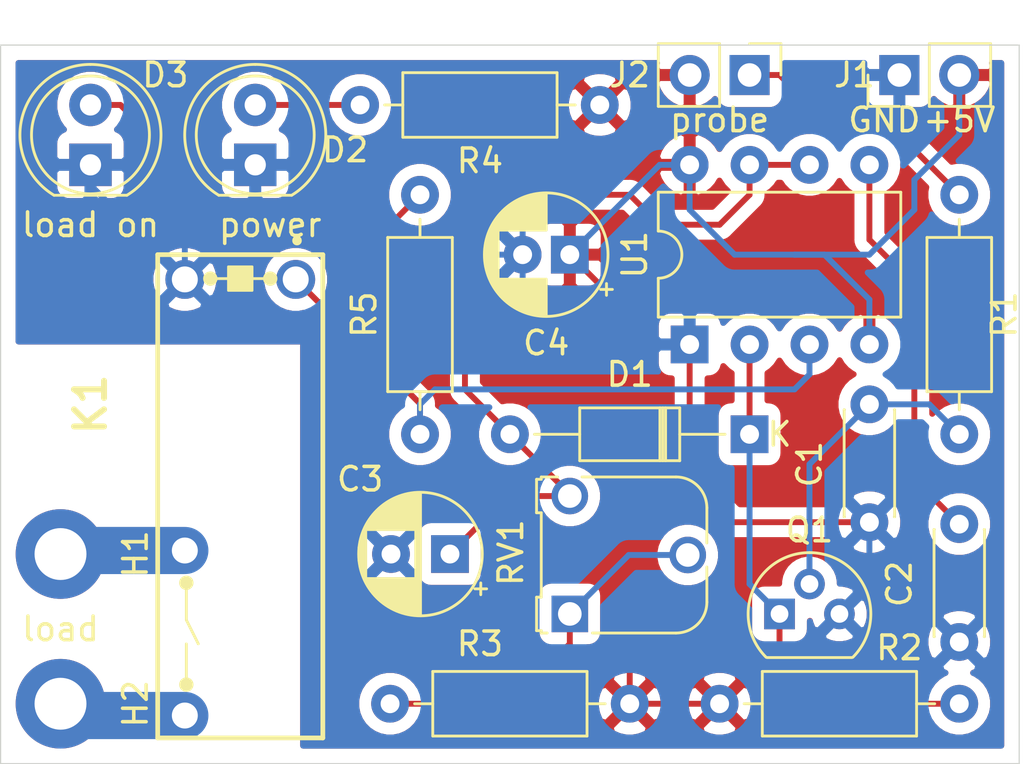
<source format=kicad_pcb>
(kicad_pcb (version 20171130) (host pcbnew "(5.1.9)-1")

  (general
    (thickness 1.6)
    (drawings 10)
    (tracks 103)
    (zones 0)
    (modules 20)
    (nets 14)
  )

  (page A4)
  (layers
    (0 F.Cu signal)
    (31 B.Cu signal)
    (32 B.Adhes user)
    (33 F.Adhes user)
    (34 B.Paste user)
    (35 F.Paste user)
    (36 B.SilkS user)
    (37 F.SilkS user)
    (38 B.Mask user hide)
    (39 F.Mask user hide)
    (40 Dwgs.User user hide)
    (41 Cmts.User user hide)
    (42 Eco1.User user hide)
    (43 Eco2.User user hide)
    (44 Edge.Cuts user)
    (45 Margin user hide)
    (46 B.CrtYd user hide)
    (47 F.CrtYd user hide)
    (48 B.Fab user hide)
    (49 F.Fab user hide)
  )

  (setup
    (last_trace_width 2)
    (user_trace_width 0.5)
    (user_trace_width 1)
    (user_trace_width 1.5)
    (user_trace_width 2)
    (trace_clearance 0.2)
    (zone_clearance 0.508)
    (zone_45_only no)
    (trace_min 0.2)
    (via_size 0.8)
    (via_drill 0.4)
    (via_min_size 0.4)
    (via_min_drill 0.3)
    (uvia_size 0.3)
    (uvia_drill 0.1)
    (uvias_allowed no)
    (uvia_min_size 0.2)
    (uvia_min_drill 0.1)
    (edge_width 0.05)
    (segment_width 0.2)
    (pcb_text_width 0.3)
    (pcb_text_size 1.5 1.5)
    (mod_edge_width 0.12)
    (mod_text_size 1 1)
    (mod_text_width 0.15)
    (pad_size 1.524 1.524)
    (pad_drill 0.762)
    (pad_to_mask_clearance 0)
    (aux_axis_origin 0 0)
    (visible_elements 7FFFFFFF)
    (pcbplotparams
      (layerselection 0x010fc_ffffffff)
      (usegerberextensions false)
      (usegerberattributes true)
      (usegerberadvancedattributes true)
      (creategerberjobfile true)
      (excludeedgelayer true)
      (linewidth 0.100000)
      (plotframeref false)
      (viasonmask false)
      (mode 1)
      (useauxorigin false)
      (hpglpennumber 1)
      (hpglpenspeed 20)
      (hpglpendiameter 15.000000)
      (psnegative false)
      (psa4output false)
      (plotreference true)
      (plotvalue true)
      (plotinvisibletext false)
      (padsonsilk false)
      (subtractmaskfromsilk false)
      (outputformat 1)
      (mirror false)
      (drillshape 1)
      (scaleselection 1)
      (outputdirectory ""))
  )

  (net 0 "")
  (net 1 GND)
  (net 2 "Net-(C1-Pad1)")
  (net 3 "Net-(C2-Pad1)")
  (net 4 "Net-(C3-Pad1)")
  (net 5 +5V)
  (net 6 "Net-(D1-Pad1)")
  (net 7 "Net-(D2-Pad2)")
  (net 8 "Net-(D3-Pad2)")
  (net 9 "Net-(H1-Pad1)")
  (net 10 "Net-(H2-Pad1)")
  (net 11 "Net-(J2-Pad1)")
  (net 12 "Net-(K1-Pad1)")
  (net 13 "Net-(R3-Pad2)")

  (net_class Default "This is the default net class."
    (clearance 0.2)
    (trace_width 0.25)
    (via_dia 0.8)
    (via_drill 0.4)
    (uvia_dia 0.3)
    (uvia_drill 0.1)
    (add_net +5V)
    (add_net GND)
    (add_net "Net-(C1-Pad1)")
    (add_net "Net-(C2-Pad1)")
    (add_net "Net-(C3-Pad1)")
    (add_net "Net-(D1-Pad1)")
    (add_net "Net-(D2-Pad2)")
    (add_net "Net-(D3-Pad2)")
    (add_net "Net-(H1-Pad1)")
    (add_net "Net-(H2-Pad1)")
    (add_net "Net-(J2-Pad1)")
    (add_net "Net-(K1-Pad1)")
    (add_net "Net-(R3-Pad2)")
  )

  (module Resistor_THT:R_Axial_DIN0207_L6.3mm_D2.5mm_P10.16mm_Horizontal (layer F.Cu) (tedit 5AE5139B) (tstamp 60960254)
    (at 173.99 147.32 180)
    (descr "Resistor, Axial_DIN0207 series, Axial, Horizontal, pin pitch=10.16mm, 0.25W = 1/4W, length*diameter=6.3*2.5mm^2, http://cdn-reichelt.de/documents/datenblatt/B400/1_4W%23YAG.pdf")
    (tags "Resistor Axial_DIN0207 series Axial Horizontal pin pitch 10.16mm 0.25W = 1/4W length 6.3mm diameter 2.5mm")
    (path /608F1007)
    (fp_text reference R3 (at 6.35 2.54) (layer F.SilkS)
      (effects (font (size 1 1) (thickness 0.15)))
    )
    (fp_text value 100K (at 5.08 2.37) (layer F.Fab)
      (effects (font (size 1 1) (thickness 0.15)))
    )
    (fp_line (start 11.21 -1.5) (end -1.05 -1.5) (layer F.CrtYd) (width 0.05))
    (fp_line (start 11.21 1.5) (end 11.21 -1.5) (layer F.CrtYd) (width 0.05))
    (fp_line (start -1.05 1.5) (end 11.21 1.5) (layer F.CrtYd) (width 0.05))
    (fp_line (start -1.05 -1.5) (end -1.05 1.5) (layer F.CrtYd) (width 0.05))
    (fp_line (start 9.12 0) (end 8.35 0) (layer F.SilkS) (width 0.12))
    (fp_line (start 1.04 0) (end 1.81 0) (layer F.SilkS) (width 0.12))
    (fp_line (start 8.35 -1.37) (end 1.81 -1.37) (layer F.SilkS) (width 0.12))
    (fp_line (start 8.35 1.37) (end 8.35 -1.37) (layer F.SilkS) (width 0.12))
    (fp_line (start 1.81 1.37) (end 8.35 1.37) (layer F.SilkS) (width 0.12))
    (fp_line (start 1.81 -1.37) (end 1.81 1.37) (layer F.SilkS) (width 0.12))
    (fp_line (start 10.16 0) (end 8.23 0) (layer F.Fab) (width 0.1))
    (fp_line (start 0 0) (end 1.93 0) (layer F.Fab) (width 0.1))
    (fp_line (start 8.23 -1.25) (end 1.93 -1.25) (layer F.Fab) (width 0.1))
    (fp_line (start 8.23 1.25) (end 8.23 -1.25) (layer F.Fab) (width 0.1))
    (fp_line (start 1.93 1.25) (end 8.23 1.25) (layer F.Fab) (width 0.1))
    (fp_line (start 1.93 -1.25) (end 1.93 1.25) (layer F.Fab) (width 0.1))
    (fp_text user %R (at 5.08 0) (layer F.Fab)
      (effects (font (size 1 1) (thickness 0.15)))
    )
    (pad 2 thru_hole oval (at 10.16 0 180) (size 1.6 1.6) (drill 0.8) (layers *.Cu *.Mask)
      (net 13 "Net-(R3-Pad2)"))
    (pad 1 thru_hole circle (at 0 0 180) (size 1.6 1.6) (drill 0.8) (layers *.Cu *.Mask)
      (net 5 +5V))
    (model ${KISYS3DMOD}/Resistor_THT.3dshapes/R_Axial_DIN0207_L6.3mm_D2.5mm_P10.16mm_Horizontal.wrl
      (at (xyz 0 0 0))
      (scale (xyz 1 1 1))
      (rotate (xyz 0 0 0))
    )
  )

  (module Connector_PinHeader_2.54mm:PinHeader_1x02_P2.54mm_Vertical (layer F.Cu) (tedit 59FED5CC) (tstamp 609601BE)
    (at 185.42 120.65 90)
    (descr "Through hole straight pin header, 1x02, 2.54mm pitch, single row")
    (tags "Through hole pin header THT 1x02 2.54mm single row")
    (path /6091B17D)
    (fp_text reference J1 (at 0 -1.905 180) (layer F.SilkS)
      (effects (font (size 1 1) (thickness 0.15)))
    )
    (fp_text value Conn_01x02 (at 1.91 6.35 90) (layer F.Fab)
      (effects (font (size 1 1) (thickness 0.15)))
    )
    (fp_line (start 1.8 -1.8) (end -1.8 -1.8) (layer F.CrtYd) (width 0.05))
    (fp_line (start 1.8 4.35) (end 1.8 -1.8) (layer F.CrtYd) (width 0.05))
    (fp_line (start -1.8 4.35) (end 1.8 4.35) (layer F.CrtYd) (width 0.05))
    (fp_line (start -1.8 -1.8) (end -1.8 4.35) (layer F.CrtYd) (width 0.05))
    (fp_line (start -1.33 -1.33) (end 0 -1.33) (layer F.SilkS) (width 0.12))
    (fp_line (start -1.33 0) (end -1.33 -1.33) (layer F.SilkS) (width 0.12))
    (fp_line (start -1.33 1.27) (end 1.33 1.27) (layer F.SilkS) (width 0.12))
    (fp_line (start 1.33 1.27) (end 1.33 3.87) (layer F.SilkS) (width 0.12))
    (fp_line (start -1.33 1.27) (end -1.33 3.87) (layer F.SilkS) (width 0.12))
    (fp_line (start -1.33 3.87) (end 1.33 3.87) (layer F.SilkS) (width 0.12))
    (fp_line (start -1.27 -0.635) (end -0.635 -1.27) (layer F.Fab) (width 0.1))
    (fp_line (start -1.27 3.81) (end -1.27 -0.635) (layer F.Fab) (width 0.1))
    (fp_line (start 1.27 3.81) (end -1.27 3.81) (layer F.Fab) (width 0.1))
    (fp_line (start 1.27 -1.27) (end 1.27 3.81) (layer F.Fab) (width 0.1))
    (fp_line (start -0.635 -1.27) (end 1.27 -1.27) (layer F.Fab) (width 0.1))
    (fp_text user %R (at 2.2 3.7 90) (layer F.Fab)
      (effects (font (size 1 1) (thickness 0.15)))
    )
    (pad 2 thru_hole oval (at 0 2.54 90) (size 1.7 1.7) (drill 1) (layers *.Cu *.Mask)
      (net 5 +5V))
    (pad 1 thru_hole rect (at 0 0 90) (size 1.7 1.7) (drill 1) (layers *.Cu *.Mask)
      (net 1 GND))
    (model ${KISYS3DMOD}/Connector_PinHeader_2.54mm.3dshapes/PinHeader_1x02_P2.54mm_Vertical.wrl
      (at (xyz 0 0 0))
      (scale (xyz 1 1 1))
      (rotate (xyz 0 0 0))
    )
  )

  (module Connector_PinHeader_2.54mm:PinHeader_1x02_P2.54mm_Vertical (layer F.Cu) (tedit 59FED5CC) (tstamp 609601E3)
    (at 179.07 120.65 270)
    (descr "Through hole straight pin header, 1x02, 2.54mm pitch, single row")
    (tags "Through hole pin header THT 1x02 2.54mm single row")
    (path /60918979)
    (fp_text reference J2 (at 0 5.08 180) (layer F.SilkS)
      (effects (font (size 1 1) (thickness 0.15)))
    )
    (fp_text value Conn_01x02 (at 1.91 6.35 90) (layer F.Fab)
      (effects (font (size 1 1) (thickness 0.15)))
    )
    (fp_line (start 1.8 -1.8) (end -1.8 -1.8) (layer F.CrtYd) (width 0.05))
    (fp_line (start 1.8 4.35) (end 1.8 -1.8) (layer F.CrtYd) (width 0.05))
    (fp_line (start -1.8 4.35) (end 1.8 4.35) (layer F.CrtYd) (width 0.05))
    (fp_line (start -1.8 -1.8) (end -1.8 4.35) (layer F.CrtYd) (width 0.05))
    (fp_line (start -1.33 -1.33) (end 0 -1.33) (layer F.SilkS) (width 0.12))
    (fp_line (start -1.33 0) (end -1.33 -1.33) (layer F.SilkS) (width 0.12))
    (fp_line (start -1.33 1.27) (end 1.33 1.27) (layer F.SilkS) (width 0.12))
    (fp_line (start 1.33 1.27) (end 1.33 3.87) (layer F.SilkS) (width 0.12))
    (fp_line (start -1.33 1.27) (end -1.33 3.87) (layer F.SilkS) (width 0.12))
    (fp_line (start -1.33 3.87) (end 1.33 3.87) (layer F.SilkS) (width 0.12))
    (fp_line (start -1.27 -0.635) (end -0.635 -1.27) (layer F.Fab) (width 0.1))
    (fp_line (start -1.27 3.81) (end -1.27 -0.635) (layer F.Fab) (width 0.1))
    (fp_line (start 1.27 3.81) (end -1.27 3.81) (layer F.Fab) (width 0.1))
    (fp_line (start 1.27 -1.27) (end 1.27 3.81) (layer F.Fab) (width 0.1))
    (fp_line (start -0.635 -1.27) (end 1.27 -1.27) (layer F.Fab) (width 0.1))
    (fp_text user %R (at 2.2 3.7 90) (layer F.Fab)
      (effects (font (size 1 1) (thickness 0.15)))
    )
    (pad 2 thru_hole oval (at 0 2.54 270) (size 1.7 1.7) (drill 1) (layers *.Cu *.Mask)
      (net 5 +5V))
    (pad 1 thru_hole rect (at 0 0 270) (size 1.7 1.7) (drill 1) (layers *.Cu *.Mask)
      (net 11 "Net-(J2-Pad1)"))
    (model ${KISYS3DMOD}/Connector_PinHeader_2.54mm.3dshapes/PinHeader_1x02_P2.54mm_Vertical.wrl
      (at (xyz 0 0 0))
      (scale (xyz 1 1 1))
      (rotate (xyz 0 0 0))
    )
  )

  (module Diode_THT:D_DO-35_SOD27_P10.16mm_Horizontal (layer F.Cu) (tedit 5AE50CD5) (tstamp 60960165)
    (at 179.07 135.89 180)
    (descr "Diode, DO-35_SOD27 series, Axial, Horizontal, pin pitch=10.16mm, , length*diameter=4*2mm^2, , http://www.diodes.com/_files/packages/DO-35.pdf")
    (tags "Diode DO-35_SOD27 series Axial Horizontal pin pitch 10.16mm  length 4mm diameter 2mm")
    (path /608F30C4)
    (fp_text reference D1 (at 5.08 2.54) (layer F.SilkS)
      (effects (font (size 1 1) (thickness 0.15)))
    )
    (fp_text value BAT43 (at 5.08 2.12) (layer F.Fab)
      (effects (font (size 1 1) (thickness 0.15)))
    )
    (fp_line (start 11.21 -1.25) (end -1.05 -1.25) (layer F.CrtYd) (width 0.05))
    (fp_line (start 11.21 1.25) (end 11.21 -1.25) (layer F.CrtYd) (width 0.05))
    (fp_line (start -1.05 1.25) (end 11.21 1.25) (layer F.CrtYd) (width 0.05))
    (fp_line (start -1.05 -1.25) (end -1.05 1.25) (layer F.CrtYd) (width 0.05))
    (fp_line (start 3.56 -1.12) (end 3.56 1.12) (layer F.SilkS) (width 0.12))
    (fp_line (start 3.8 -1.12) (end 3.8 1.12) (layer F.SilkS) (width 0.12))
    (fp_line (start 3.68 -1.12) (end 3.68 1.12) (layer F.SilkS) (width 0.12))
    (fp_line (start 9.12 0) (end 7.2 0) (layer F.SilkS) (width 0.12))
    (fp_line (start 1.04 0) (end 2.96 0) (layer F.SilkS) (width 0.12))
    (fp_line (start 7.2 -1.12) (end 2.96 -1.12) (layer F.SilkS) (width 0.12))
    (fp_line (start 7.2 1.12) (end 7.2 -1.12) (layer F.SilkS) (width 0.12))
    (fp_line (start 2.96 1.12) (end 7.2 1.12) (layer F.SilkS) (width 0.12))
    (fp_line (start 2.96 -1.12) (end 2.96 1.12) (layer F.SilkS) (width 0.12))
    (fp_line (start 3.58 -1) (end 3.58 1) (layer F.Fab) (width 0.1))
    (fp_line (start 3.78 -1) (end 3.78 1) (layer F.Fab) (width 0.1))
    (fp_line (start 3.68 -1) (end 3.68 1) (layer F.Fab) (width 0.1))
    (fp_line (start 10.16 0) (end 7.08 0) (layer F.Fab) (width 0.1))
    (fp_line (start 0 0) (end 3.08 0) (layer F.Fab) (width 0.1))
    (fp_line (start 7.08 -1) (end 3.08 -1) (layer F.Fab) (width 0.1))
    (fp_line (start 7.08 1) (end 7.08 -1) (layer F.Fab) (width 0.1))
    (fp_line (start 3.08 1) (end 7.08 1) (layer F.Fab) (width 0.1))
    (fp_line (start 3.08 -1) (end 3.08 1) (layer F.Fab) (width 0.1))
    (fp_text user K (at -1.27 0) (layer F.SilkS)
      (effects (font (size 1 1) (thickness 0.15)))
    )
    (fp_text user K (at 0 -1.8) (layer F.Fab)
      (effects (font (size 1 1) (thickness 0.15)))
    )
    (fp_text user %R (at 5.38 0) (layer F.Fab)
      (effects (font (size 0.8 0.8) (thickness 0.12)))
    )
    (pad 2 thru_hole oval (at 10.16 0 180) (size 1.6 1.6) (drill 0.8) (layers *.Cu *.Mask)
      (net 4 "Net-(C3-Pad1)"))
    (pad 1 thru_hole rect (at 0 0 180) (size 1.6 1.6) (drill 0.8) (layers *.Cu *.Mask)
      (net 6 "Net-(D1-Pad1)"))
    (model ${KISYS3DMOD}/Diode_THT.3dshapes/D_DO-35_SOD27_P10.16mm_Horizontal.wrl
      (at (xyz 0 0 0))
      (scale (xyz 1 1 1))
      (rotate (xyz 0 0 0))
    )
  )

  (module Capacitor_THT:CP_Radial_D5.0mm_P2.00mm (layer F.Cu) (tedit 5AE50EF0) (tstamp 60960146)
    (at 171.45 128.27 180)
    (descr "CP, Radial series, Radial, pin pitch=2.00mm, , diameter=5mm, Electrolytic Capacitor")
    (tags "CP Radial series Radial pin pitch 2.00mm  diameter 5mm Electrolytic Capacitor")
    (path /60936156)
    (fp_text reference C4 (at 1 -3.75) (layer F.SilkS)
      (effects (font (size 1 1) (thickness 0.15)))
    )
    (fp_text value 100uF (at 1 3.75) (layer F.Fab)
      (effects (font (size 1 1) (thickness 0.15)))
    )
    (fp_line (start -1.554775 -1.725) (end -1.554775 -1.225) (layer F.SilkS) (width 0.12))
    (fp_line (start -1.804775 -1.475) (end -1.304775 -1.475) (layer F.SilkS) (width 0.12))
    (fp_line (start 3.601 -0.284) (end 3.601 0.284) (layer F.SilkS) (width 0.12))
    (fp_line (start 3.561 -0.518) (end 3.561 0.518) (layer F.SilkS) (width 0.12))
    (fp_line (start 3.521 -0.677) (end 3.521 0.677) (layer F.SilkS) (width 0.12))
    (fp_line (start 3.481 -0.805) (end 3.481 0.805) (layer F.SilkS) (width 0.12))
    (fp_line (start 3.441 -0.915) (end 3.441 0.915) (layer F.SilkS) (width 0.12))
    (fp_line (start 3.401 -1.011) (end 3.401 1.011) (layer F.SilkS) (width 0.12))
    (fp_line (start 3.361 -1.098) (end 3.361 1.098) (layer F.SilkS) (width 0.12))
    (fp_line (start 3.321 -1.178) (end 3.321 1.178) (layer F.SilkS) (width 0.12))
    (fp_line (start 3.281 -1.251) (end 3.281 1.251) (layer F.SilkS) (width 0.12))
    (fp_line (start 3.241 -1.319) (end 3.241 1.319) (layer F.SilkS) (width 0.12))
    (fp_line (start 3.201 -1.383) (end 3.201 1.383) (layer F.SilkS) (width 0.12))
    (fp_line (start 3.161 -1.443) (end 3.161 1.443) (layer F.SilkS) (width 0.12))
    (fp_line (start 3.121 -1.5) (end 3.121 1.5) (layer F.SilkS) (width 0.12))
    (fp_line (start 3.081 -1.554) (end 3.081 1.554) (layer F.SilkS) (width 0.12))
    (fp_line (start 3.041 -1.605) (end 3.041 1.605) (layer F.SilkS) (width 0.12))
    (fp_line (start 3.001 1.04) (end 3.001 1.653) (layer F.SilkS) (width 0.12))
    (fp_line (start 3.001 -1.653) (end 3.001 -1.04) (layer F.SilkS) (width 0.12))
    (fp_line (start 2.961 1.04) (end 2.961 1.699) (layer F.SilkS) (width 0.12))
    (fp_line (start 2.961 -1.699) (end 2.961 -1.04) (layer F.SilkS) (width 0.12))
    (fp_line (start 2.921 1.04) (end 2.921 1.743) (layer F.SilkS) (width 0.12))
    (fp_line (start 2.921 -1.743) (end 2.921 -1.04) (layer F.SilkS) (width 0.12))
    (fp_line (start 2.881 1.04) (end 2.881 1.785) (layer F.SilkS) (width 0.12))
    (fp_line (start 2.881 -1.785) (end 2.881 -1.04) (layer F.SilkS) (width 0.12))
    (fp_line (start 2.841 1.04) (end 2.841 1.826) (layer F.SilkS) (width 0.12))
    (fp_line (start 2.841 -1.826) (end 2.841 -1.04) (layer F.SilkS) (width 0.12))
    (fp_line (start 2.801 1.04) (end 2.801 1.864) (layer F.SilkS) (width 0.12))
    (fp_line (start 2.801 -1.864) (end 2.801 -1.04) (layer F.SilkS) (width 0.12))
    (fp_line (start 2.761 1.04) (end 2.761 1.901) (layer F.SilkS) (width 0.12))
    (fp_line (start 2.761 -1.901) (end 2.761 -1.04) (layer F.SilkS) (width 0.12))
    (fp_line (start 2.721 1.04) (end 2.721 1.937) (layer F.SilkS) (width 0.12))
    (fp_line (start 2.721 -1.937) (end 2.721 -1.04) (layer F.SilkS) (width 0.12))
    (fp_line (start 2.681 1.04) (end 2.681 1.971) (layer F.SilkS) (width 0.12))
    (fp_line (start 2.681 -1.971) (end 2.681 -1.04) (layer F.SilkS) (width 0.12))
    (fp_line (start 2.641 1.04) (end 2.641 2.004) (layer F.SilkS) (width 0.12))
    (fp_line (start 2.641 -2.004) (end 2.641 -1.04) (layer F.SilkS) (width 0.12))
    (fp_line (start 2.601 1.04) (end 2.601 2.035) (layer F.SilkS) (width 0.12))
    (fp_line (start 2.601 -2.035) (end 2.601 -1.04) (layer F.SilkS) (width 0.12))
    (fp_line (start 2.561 1.04) (end 2.561 2.065) (layer F.SilkS) (width 0.12))
    (fp_line (start 2.561 -2.065) (end 2.561 -1.04) (layer F.SilkS) (width 0.12))
    (fp_line (start 2.521 1.04) (end 2.521 2.095) (layer F.SilkS) (width 0.12))
    (fp_line (start 2.521 -2.095) (end 2.521 -1.04) (layer F.SilkS) (width 0.12))
    (fp_line (start 2.481 1.04) (end 2.481 2.122) (layer F.SilkS) (width 0.12))
    (fp_line (start 2.481 -2.122) (end 2.481 -1.04) (layer F.SilkS) (width 0.12))
    (fp_line (start 2.441 1.04) (end 2.441 2.149) (layer F.SilkS) (width 0.12))
    (fp_line (start 2.441 -2.149) (end 2.441 -1.04) (layer F.SilkS) (width 0.12))
    (fp_line (start 2.401 1.04) (end 2.401 2.175) (layer F.SilkS) (width 0.12))
    (fp_line (start 2.401 -2.175) (end 2.401 -1.04) (layer F.SilkS) (width 0.12))
    (fp_line (start 2.361 1.04) (end 2.361 2.2) (layer F.SilkS) (width 0.12))
    (fp_line (start 2.361 -2.2) (end 2.361 -1.04) (layer F.SilkS) (width 0.12))
    (fp_line (start 2.321 1.04) (end 2.321 2.224) (layer F.SilkS) (width 0.12))
    (fp_line (start 2.321 -2.224) (end 2.321 -1.04) (layer F.SilkS) (width 0.12))
    (fp_line (start 2.281 1.04) (end 2.281 2.247) (layer F.SilkS) (width 0.12))
    (fp_line (start 2.281 -2.247) (end 2.281 -1.04) (layer F.SilkS) (width 0.12))
    (fp_line (start 2.241 1.04) (end 2.241 2.268) (layer F.SilkS) (width 0.12))
    (fp_line (start 2.241 -2.268) (end 2.241 -1.04) (layer F.SilkS) (width 0.12))
    (fp_line (start 2.201 1.04) (end 2.201 2.29) (layer F.SilkS) (width 0.12))
    (fp_line (start 2.201 -2.29) (end 2.201 -1.04) (layer F.SilkS) (width 0.12))
    (fp_line (start 2.161 1.04) (end 2.161 2.31) (layer F.SilkS) (width 0.12))
    (fp_line (start 2.161 -2.31) (end 2.161 -1.04) (layer F.SilkS) (width 0.12))
    (fp_line (start 2.121 1.04) (end 2.121 2.329) (layer F.SilkS) (width 0.12))
    (fp_line (start 2.121 -2.329) (end 2.121 -1.04) (layer F.SilkS) (width 0.12))
    (fp_line (start 2.081 1.04) (end 2.081 2.348) (layer F.SilkS) (width 0.12))
    (fp_line (start 2.081 -2.348) (end 2.081 -1.04) (layer F.SilkS) (width 0.12))
    (fp_line (start 2.041 1.04) (end 2.041 2.365) (layer F.SilkS) (width 0.12))
    (fp_line (start 2.041 -2.365) (end 2.041 -1.04) (layer F.SilkS) (width 0.12))
    (fp_line (start 2.001 1.04) (end 2.001 2.382) (layer F.SilkS) (width 0.12))
    (fp_line (start 2.001 -2.382) (end 2.001 -1.04) (layer F.SilkS) (width 0.12))
    (fp_line (start 1.961 1.04) (end 1.961 2.398) (layer F.SilkS) (width 0.12))
    (fp_line (start 1.961 -2.398) (end 1.961 -1.04) (layer F.SilkS) (width 0.12))
    (fp_line (start 1.921 1.04) (end 1.921 2.414) (layer F.SilkS) (width 0.12))
    (fp_line (start 1.921 -2.414) (end 1.921 -1.04) (layer F.SilkS) (width 0.12))
    (fp_line (start 1.881 1.04) (end 1.881 2.428) (layer F.SilkS) (width 0.12))
    (fp_line (start 1.881 -2.428) (end 1.881 -1.04) (layer F.SilkS) (width 0.12))
    (fp_line (start 1.841 1.04) (end 1.841 2.442) (layer F.SilkS) (width 0.12))
    (fp_line (start 1.841 -2.442) (end 1.841 -1.04) (layer F.SilkS) (width 0.12))
    (fp_line (start 1.801 1.04) (end 1.801 2.455) (layer F.SilkS) (width 0.12))
    (fp_line (start 1.801 -2.455) (end 1.801 -1.04) (layer F.SilkS) (width 0.12))
    (fp_line (start 1.761 1.04) (end 1.761 2.468) (layer F.SilkS) (width 0.12))
    (fp_line (start 1.761 -2.468) (end 1.761 -1.04) (layer F.SilkS) (width 0.12))
    (fp_line (start 1.721 1.04) (end 1.721 2.48) (layer F.SilkS) (width 0.12))
    (fp_line (start 1.721 -2.48) (end 1.721 -1.04) (layer F.SilkS) (width 0.12))
    (fp_line (start 1.68 1.04) (end 1.68 2.491) (layer F.SilkS) (width 0.12))
    (fp_line (start 1.68 -2.491) (end 1.68 -1.04) (layer F.SilkS) (width 0.12))
    (fp_line (start 1.64 1.04) (end 1.64 2.501) (layer F.SilkS) (width 0.12))
    (fp_line (start 1.64 -2.501) (end 1.64 -1.04) (layer F.SilkS) (width 0.12))
    (fp_line (start 1.6 1.04) (end 1.6 2.511) (layer F.SilkS) (width 0.12))
    (fp_line (start 1.6 -2.511) (end 1.6 -1.04) (layer F.SilkS) (width 0.12))
    (fp_line (start 1.56 1.04) (end 1.56 2.52) (layer F.SilkS) (width 0.12))
    (fp_line (start 1.56 -2.52) (end 1.56 -1.04) (layer F.SilkS) (width 0.12))
    (fp_line (start 1.52 1.04) (end 1.52 2.528) (layer F.SilkS) (width 0.12))
    (fp_line (start 1.52 -2.528) (end 1.52 -1.04) (layer F.SilkS) (width 0.12))
    (fp_line (start 1.48 1.04) (end 1.48 2.536) (layer F.SilkS) (width 0.12))
    (fp_line (start 1.48 -2.536) (end 1.48 -1.04) (layer F.SilkS) (width 0.12))
    (fp_line (start 1.44 1.04) (end 1.44 2.543) (layer F.SilkS) (width 0.12))
    (fp_line (start 1.44 -2.543) (end 1.44 -1.04) (layer F.SilkS) (width 0.12))
    (fp_line (start 1.4 1.04) (end 1.4 2.55) (layer F.SilkS) (width 0.12))
    (fp_line (start 1.4 -2.55) (end 1.4 -1.04) (layer F.SilkS) (width 0.12))
    (fp_line (start 1.36 1.04) (end 1.36 2.556) (layer F.SilkS) (width 0.12))
    (fp_line (start 1.36 -2.556) (end 1.36 -1.04) (layer F.SilkS) (width 0.12))
    (fp_line (start 1.32 1.04) (end 1.32 2.561) (layer F.SilkS) (width 0.12))
    (fp_line (start 1.32 -2.561) (end 1.32 -1.04) (layer F.SilkS) (width 0.12))
    (fp_line (start 1.28 1.04) (end 1.28 2.565) (layer F.SilkS) (width 0.12))
    (fp_line (start 1.28 -2.565) (end 1.28 -1.04) (layer F.SilkS) (width 0.12))
    (fp_line (start 1.24 1.04) (end 1.24 2.569) (layer F.SilkS) (width 0.12))
    (fp_line (start 1.24 -2.569) (end 1.24 -1.04) (layer F.SilkS) (width 0.12))
    (fp_line (start 1.2 1.04) (end 1.2 2.573) (layer F.SilkS) (width 0.12))
    (fp_line (start 1.2 -2.573) (end 1.2 -1.04) (layer F.SilkS) (width 0.12))
    (fp_line (start 1.16 1.04) (end 1.16 2.576) (layer F.SilkS) (width 0.12))
    (fp_line (start 1.16 -2.576) (end 1.16 -1.04) (layer F.SilkS) (width 0.12))
    (fp_line (start 1.12 1.04) (end 1.12 2.578) (layer F.SilkS) (width 0.12))
    (fp_line (start 1.12 -2.578) (end 1.12 -1.04) (layer F.SilkS) (width 0.12))
    (fp_line (start 1.08 1.04) (end 1.08 2.579) (layer F.SilkS) (width 0.12))
    (fp_line (start 1.08 -2.579) (end 1.08 -1.04) (layer F.SilkS) (width 0.12))
    (fp_line (start 1.04 -2.58) (end 1.04 -1.04) (layer F.SilkS) (width 0.12))
    (fp_line (start 1.04 1.04) (end 1.04 2.58) (layer F.SilkS) (width 0.12))
    (fp_line (start 1 -2.58) (end 1 -1.04) (layer F.SilkS) (width 0.12))
    (fp_line (start 1 1.04) (end 1 2.58) (layer F.SilkS) (width 0.12))
    (fp_line (start -0.883605 -1.3375) (end -0.883605 -0.8375) (layer F.Fab) (width 0.1))
    (fp_line (start -1.133605 -1.0875) (end -0.633605 -1.0875) (layer F.Fab) (width 0.1))
    (fp_circle (center 1 0) (end 3.75 0) (layer F.CrtYd) (width 0.05))
    (fp_circle (center 1 0) (end 3.62 0) (layer F.SilkS) (width 0.12))
    (fp_circle (center 1 0) (end 3.5 0) (layer F.Fab) (width 0.1))
    (fp_text user %R (at 1 0) (layer F.Fab)
      (effects (font (size 1 1) (thickness 0.15)))
    )
    (pad 2 thru_hole circle (at 2 0 180) (size 1.6 1.6) (drill 0.8) (layers *.Cu *.Mask)
      (net 1 GND))
    (pad 1 thru_hole rect (at 0 0 180) (size 1.6 1.6) (drill 0.8) (layers *.Cu *.Mask)
      (net 5 +5V))
    (model ${KISYS3DMOD}/Capacitor_THT.3dshapes/CP_Radial_D5.0mm_P2.00mm.wrl
      (at (xyz 0 0 0))
      (scale (xyz 1 1 1))
      (rotate (xyz 0 0 0))
    )
  )

  (module LED_THT:LED_D5.0mm (layer F.Cu) (tedit 5995936A) (tstamp 609CDF9B)
    (at 158.115 124.46 90)
    (descr "LED, diameter 5.0mm, 2 pins, http://cdn-reichelt.de/documents/datenblatt/A500/LL-504BC2E-009.pdf")
    (tags "LED diameter 5.0mm 2 pins")
    (path /60922EC3)
    (fp_text reference D2 (at 0.635 3.81 180) (layer F.SilkS)
      (effects (font (size 1 1) (thickness 0.15)))
    )
    (fp_text value "Green LED" (at 1.27 3.96 90) (layer F.Fab)
      (effects (font (size 1 1) (thickness 0.15)))
    )
    (fp_line (start 4.5 -3.25) (end -1.95 -3.25) (layer F.CrtYd) (width 0.05))
    (fp_line (start 4.5 3.25) (end 4.5 -3.25) (layer F.CrtYd) (width 0.05))
    (fp_line (start -1.95 3.25) (end 4.5 3.25) (layer F.CrtYd) (width 0.05))
    (fp_line (start -1.95 -3.25) (end -1.95 3.25) (layer F.CrtYd) (width 0.05))
    (fp_line (start -1.29 -1.545) (end -1.29 1.545) (layer F.SilkS) (width 0.12))
    (fp_line (start -1.23 -1.469694) (end -1.23 1.469694) (layer F.Fab) (width 0.1))
    (fp_circle (center 1.27 0) (end 3.77 0) (layer F.SilkS) (width 0.12))
    (fp_circle (center 1.27 0) (end 3.77 0) (layer F.Fab) (width 0.1))
    (fp_text user %R (at 1.25 0 90) (layer F.Fab)
      (effects (font (size 0.8 0.8) (thickness 0.2)))
    )
    (fp_arc (start 1.27 0) (end -1.29 1.54483) (angle -148.9) (layer F.SilkS) (width 0.12))
    (fp_arc (start 1.27 0) (end -1.29 -1.54483) (angle 148.9) (layer F.SilkS) (width 0.12))
    (fp_arc (start 1.27 0) (end -1.23 -1.469694) (angle 299.1) (layer F.Fab) (width 0.1))
    (pad 2 thru_hole circle (at 2.54 0 90) (size 1.8 1.8) (drill 0.9) (layers *.Cu *.Mask)
      (net 7 "Net-(D2-Pad2)"))
    (pad 1 thru_hole rect (at 0 0 90) (size 1.8 1.8) (drill 0.9) (layers *.Cu *.Mask)
      (net 1 GND))
    (model ${KISYS3DMOD}/LED_THT.3dshapes/LED_D5.0mm.wrl
      (at (xyz 0 0 0))
      (scale (xyz 1 1 1))
      (rotate (xyz 0 0 0))
    )
  )

  (module Capacitor_THT:C_Disc_D4.3mm_W1.9mm_P5.00mm (layer F.Cu) (tedit 5AE50EF0) (tstamp 6096003F)
    (at 187.96 139.7 270)
    (descr "C, Disc series, Radial, pin pitch=5.00mm, , diameter*width=4.3*1.9mm^2, Capacitor, http://www.vishay.com/docs/45233/krseries.pdf")
    (tags "C Disc series Radial pin pitch 5.00mm  diameter 4.3mm width 1.9mm Capacitor")
    (path /608F22B4)
    (fp_text reference C2 (at 2.54 2.54 90) (layer F.SilkS)
      (effects (font (size 1 1) (thickness 0.15)))
    )
    (fp_text value 0.01uF (at 2.5 2.2 90) (layer F.Fab)
      (effects (font (size 1 1) (thickness 0.15)))
    )
    (fp_line (start 6.05 -1.2) (end -1.05 -1.2) (layer F.CrtYd) (width 0.05))
    (fp_line (start 6.05 1.2) (end 6.05 -1.2) (layer F.CrtYd) (width 0.05))
    (fp_line (start -1.05 1.2) (end 6.05 1.2) (layer F.CrtYd) (width 0.05))
    (fp_line (start -1.05 -1.2) (end -1.05 1.2) (layer F.CrtYd) (width 0.05))
    (fp_line (start 4.77 1.055) (end 4.77 1.07) (layer F.SilkS) (width 0.12))
    (fp_line (start 4.77 -1.07) (end 4.77 -1.055) (layer F.SilkS) (width 0.12))
    (fp_line (start 0.23 1.055) (end 0.23 1.07) (layer F.SilkS) (width 0.12))
    (fp_line (start 0.23 -1.07) (end 0.23 -1.055) (layer F.SilkS) (width 0.12))
    (fp_line (start 0.23 1.07) (end 4.77 1.07) (layer F.SilkS) (width 0.12))
    (fp_line (start 0.23 -1.07) (end 4.77 -1.07) (layer F.SilkS) (width 0.12))
    (fp_line (start 4.65 -0.95) (end 0.35 -0.95) (layer F.Fab) (width 0.1))
    (fp_line (start 4.65 0.95) (end 4.65 -0.95) (layer F.Fab) (width 0.1))
    (fp_line (start 0.35 0.95) (end 4.65 0.95) (layer F.Fab) (width 0.1))
    (fp_line (start 0.35 -0.95) (end 0.35 0.95) (layer F.Fab) (width 0.1))
    (fp_text user %R (at 2.5 0 90) (layer F.Fab)
      (effects (font (size 0.86 0.86) (thickness 0.129)))
    )
    (pad 2 thru_hole circle (at 5 0 270) (size 1.6 1.6) (drill 0.8) (layers *.Cu *.Mask)
      (net 1 GND))
    (pad 1 thru_hole circle (at 0 0 270) (size 1.6 1.6) (drill 0.8) (layers *.Cu *.Mask)
      (net 3 "Net-(C2-Pad1)"))
    (model ${KISYS3DMOD}/Capacitor_THT.3dshapes/C_Disc_D4.3mm_W1.9mm_P5.00mm.wrl
      (at (xyz 0 0 0))
      (scale (xyz 1 1 1))
      (rotate (xyz 0 0 0))
    )
  )

  (module Capacitor_THT:C_Disc_D4.3mm_W1.9mm_P5.00mm (layer F.Cu) (tedit 5AE50EF0) (tstamp 6096002A)
    (at 184.15 134.62 270)
    (descr "C, Disc series, Radial, pin pitch=5.00mm, , diameter*width=4.3*1.9mm^2, Capacitor, http://www.vishay.com/docs/45233/krseries.pdf")
    (tags "C Disc series Radial pin pitch 5.00mm  diameter 4.3mm width 1.9mm Capacitor")
    (path /608F5CB2)
    (fp_text reference C1 (at 2.54 2.54 90) (layer F.SilkS)
      (effects (font (size 1 1) (thickness 0.15)))
    )
    (fp_text value 0.01uF (at 2.5 2.2 90) (layer F.Fab)
      (effects (font (size 1 1) (thickness 0.15)))
    )
    (fp_line (start 6.05 -1.2) (end -1.05 -1.2) (layer F.CrtYd) (width 0.05))
    (fp_line (start 6.05 1.2) (end 6.05 -1.2) (layer F.CrtYd) (width 0.05))
    (fp_line (start -1.05 1.2) (end 6.05 1.2) (layer F.CrtYd) (width 0.05))
    (fp_line (start -1.05 -1.2) (end -1.05 1.2) (layer F.CrtYd) (width 0.05))
    (fp_line (start 4.77 1.055) (end 4.77 1.07) (layer F.SilkS) (width 0.12))
    (fp_line (start 4.77 -1.07) (end 4.77 -1.055) (layer F.SilkS) (width 0.12))
    (fp_line (start 0.23 1.055) (end 0.23 1.07) (layer F.SilkS) (width 0.12))
    (fp_line (start 0.23 -1.07) (end 0.23 -1.055) (layer F.SilkS) (width 0.12))
    (fp_line (start 0.23 1.07) (end 4.77 1.07) (layer F.SilkS) (width 0.12))
    (fp_line (start 0.23 -1.07) (end 4.77 -1.07) (layer F.SilkS) (width 0.12))
    (fp_line (start 4.65 -0.95) (end 0.35 -0.95) (layer F.Fab) (width 0.1))
    (fp_line (start 4.65 0.95) (end 4.65 -0.95) (layer F.Fab) (width 0.1))
    (fp_line (start 0.35 0.95) (end 4.65 0.95) (layer F.Fab) (width 0.1))
    (fp_line (start 0.35 -0.95) (end 0.35 0.95) (layer F.Fab) (width 0.1))
    (fp_text user %R (at 2.5 0 90) (layer F.Fab)
      (effects (font (size 0.86 0.86) (thickness 0.129)))
    )
    (pad 2 thru_hole circle (at 5 0 270) (size 1.6 1.6) (drill 0.8) (layers *.Cu *.Mask)
      (net 1 GND))
    (pad 1 thru_hole circle (at 0 0 270) (size 1.6 1.6) (drill 0.8) (layers *.Cu *.Mask)
      (net 2 "Net-(C1-Pad1)"))
    (model ${KISYS3DMOD}/Capacitor_THT.3dshapes/C_Disc_D4.3mm_W1.9mm_P5.00mm.wrl
      (at (xyz 0 0 0))
      (scale (xyz 1 1 1))
      (rotate (xyz 0 0 0))
    )
  )

  (module Package_DIP:DIP-8_W7.62mm (layer F.Cu) (tedit 5A02E8C5) (tstamp 609602C8)
    (at 176.53 132.08 90)
    (descr "8-lead though-hole mounted DIP package, row spacing 7.62 mm (300 mils)")
    (tags "THT DIP DIL PDIP 2.54mm 7.62mm 300mil")
    (path /608EF728)
    (fp_text reference U1 (at 3.81 -2.33 90) (layer F.SilkS)
      (effects (font (size 1 1) (thickness 0.15)))
    )
    (fp_text value NE555P (at 3.81 9.95 90) (layer F.Fab)
      (effects (font (size 1 1) (thickness 0.15)))
    )
    (fp_line (start 8.7 -1.55) (end -1.1 -1.55) (layer F.CrtYd) (width 0.05))
    (fp_line (start 8.7 9.15) (end 8.7 -1.55) (layer F.CrtYd) (width 0.05))
    (fp_line (start -1.1 9.15) (end 8.7 9.15) (layer F.CrtYd) (width 0.05))
    (fp_line (start -1.1 -1.55) (end -1.1 9.15) (layer F.CrtYd) (width 0.05))
    (fp_line (start 6.46 -1.33) (end 4.81 -1.33) (layer F.SilkS) (width 0.12))
    (fp_line (start 6.46 8.95) (end 6.46 -1.33) (layer F.SilkS) (width 0.12))
    (fp_line (start 1.16 8.95) (end 6.46 8.95) (layer F.SilkS) (width 0.12))
    (fp_line (start 1.16 -1.33) (end 1.16 8.95) (layer F.SilkS) (width 0.12))
    (fp_line (start 2.81 -1.33) (end 1.16 -1.33) (layer F.SilkS) (width 0.12))
    (fp_line (start 0.635 -0.27) (end 1.635 -1.27) (layer F.Fab) (width 0.1))
    (fp_line (start 0.635 8.89) (end 0.635 -0.27) (layer F.Fab) (width 0.1))
    (fp_line (start 6.985 8.89) (end 0.635 8.89) (layer F.Fab) (width 0.1))
    (fp_line (start 6.985 -1.27) (end 6.985 8.89) (layer F.Fab) (width 0.1))
    (fp_line (start 1.635 -1.27) (end 6.985 -1.27) (layer F.Fab) (width 0.1))
    (fp_text user %R (at 3.81 3.81 90) (layer F.Fab)
      (effects (font (size 1 1) (thickness 0.15)))
    )
    (fp_arc (start 3.81 -1.33) (end 2.81 -1.33) (angle -180) (layer F.SilkS) (width 0.12))
    (pad 8 thru_hole oval (at 7.62 0 90) (size 1.6 1.6) (drill 0.8) (layers *.Cu *.Mask)
      (net 5 +5V))
    (pad 4 thru_hole oval (at 0 7.62 90) (size 1.6 1.6) (drill 0.8) (layers *.Cu *.Mask)
      (net 5 +5V))
    (pad 7 thru_hole oval (at 7.62 2.54 90) (size 1.6 1.6) (drill 0.8) (layers *.Cu *.Mask)
      (net 4 "Net-(C3-Pad1)"))
    (pad 3 thru_hole oval (at 0 5.08 90) (size 1.6 1.6) (drill 0.8) (layers *.Cu *.Mask)
      (net 12 "Net-(K1-Pad1)"))
    (pad 6 thru_hole oval (at 7.62 5.08 90) (size 1.6 1.6) (drill 0.8) (layers *.Cu *.Mask)
      (net 4 "Net-(C3-Pad1)"))
    (pad 2 thru_hole oval (at 0 2.54 90) (size 1.6 1.6) (drill 0.8) (layers *.Cu *.Mask)
      (net 6 "Net-(D1-Pad1)"))
    (pad 5 thru_hole oval (at 7.62 7.62 90) (size 1.6 1.6) (drill 0.8) (layers *.Cu *.Mask)
      (net 3 "Net-(C2-Pad1)"))
    (pad 1 thru_hole rect (at 0 0 90) (size 1.6 1.6) (drill 0.8) (layers *.Cu *.Mask)
      (net 1 GND))
    (model ${KISYS3DMOD}/Package_DIP.3dshapes/DIP-8_W7.62mm.wrl
      (at (xyz 0 0 0))
      (scale (xyz 1 1 1))
      (rotate (xyz 0 0 0))
    )
  )

  (module Resistor_THT:R_Axial_DIN0207_L6.3mm_D2.5mm_P10.16mm_Horizontal (layer F.Cu) (tedit 5AE5139B) (tstamp 6096026B)
    (at 172.72 121.92 180)
    (descr "Resistor, Axial_DIN0207 series, Axial, Horizontal, pin pitch=10.16mm, 0.25W = 1/4W, length*diameter=6.3*2.5mm^2, http://cdn-reichelt.de/documents/datenblatt/B400/1_4W%23YAG.pdf")
    (tags "Resistor Axial_DIN0207 series Axial Horizontal pin pitch 10.16mm 0.25W = 1/4W length 6.3mm diameter 2.5mm")
    (path /60923E0C)
    (fp_text reference R4 (at 5.08 -2.37) (layer F.SilkS)
      (effects (font (size 1 1) (thickness 0.15)))
    )
    (fp_text value 220 (at 5.08 2.37) (layer F.Fab)
      (effects (font (size 1 1) (thickness 0.15)))
    )
    (fp_line (start 11.21 -1.5) (end -1.05 -1.5) (layer F.CrtYd) (width 0.05))
    (fp_line (start 11.21 1.5) (end 11.21 -1.5) (layer F.CrtYd) (width 0.05))
    (fp_line (start -1.05 1.5) (end 11.21 1.5) (layer F.CrtYd) (width 0.05))
    (fp_line (start -1.05 -1.5) (end -1.05 1.5) (layer F.CrtYd) (width 0.05))
    (fp_line (start 9.12 0) (end 8.35 0) (layer F.SilkS) (width 0.12))
    (fp_line (start 1.04 0) (end 1.81 0) (layer F.SilkS) (width 0.12))
    (fp_line (start 8.35 -1.37) (end 1.81 -1.37) (layer F.SilkS) (width 0.12))
    (fp_line (start 8.35 1.37) (end 8.35 -1.37) (layer F.SilkS) (width 0.12))
    (fp_line (start 1.81 1.37) (end 8.35 1.37) (layer F.SilkS) (width 0.12))
    (fp_line (start 1.81 -1.37) (end 1.81 1.37) (layer F.SilkS) (width 0.12))
    (fp_line (start 10.16 0) (end 8.23 0) (layer F.Fab) (width 0.1))
    (fp_line (start 0 0) (end 1.93 0) (layer F.Fab) (width 0.1))
    (fp_line (start 8.23 -1.25) (end 1.93 -1.25) (layer F.Fab) (width 0.1))
    (fp_line (start 8.23 1.25) (end 8.23 -1.25) (layer F.Fab) (width 0.1))
    (fp_line (start 1.93 1.25) (end 8.23 1.25) (layer F.Fab) (width 0.1))
    (fp_line (start 1.93 -1.25) (end 1.93 1.25) (layer F.Fab) (width 0.1))
    (fp_text user %R (at 5.08 0) (layer F.Fab)
      (effects (font (size 1 1) (thickness 0.15)))
    )
    (pad 2 thru_hole oval (at 10.16 0 180) (size 1.6 1.6) (drill 0.8) (layers *.Cu *.Mask)
      (net 7 "Net-(D2-Pad2)"))
    (pad 1 thru_hole circle (at 0 0 180) (size 1.6 1.6) (drill 0.8) (layers *.Cu *.Mask)
      (net 5 +5V))
    (model ${KISYS3DMOD}/Resistor_THT.3dshapes/R_Axial_DIN0207_L6.3mm_D2.5mm_P10.16mm_Horizontal.wrl
      (at (xyz 0 0 0))
      (scale (xyz 1 1 1))
      (rotate (xyz 0 0 0))
    )
  )

  (module Resistor_THT:R_Axial_DIN0207_L6.3mm_D2.5mm_P10.16mm_Horizontal (layer F.Cu) (tedit 5AE5139B) (tstamp 6096023D)
    (at 177.8 147.32)
    (descr "Resistor, Axial_DIN0207 series, Axial, Horizontal, pin pitch=10.16mm, 0.25W = 1/4W, length*diameter=6.3*2.5mm^2, http://cdn-reichelt.de/documents/datenblatt/B400/1_4W%23YAG.pdf")
    (tags "Resistor Axial_DIN0207 series Axial Horizontal pin pitch 10.16mm 0.25W = 1/4W length 6.3mm diameter 2.5mm")
    (path /608F28CD)
    (fp_text reference R2 (at 7.62 -2.37) (layer F.SilkS)
      (effects (font (size 1 1) (thickness 0.15)))
    )
    (fp_text value 100K (at 5.08 2.37) (layer F.Fab)
      (effects (font (size 1 1) (thickness 0.15)))
    )
    (fp_line (start 11.21 -1.5) (end -1.05 -1.5) (layer F.CrtYd) (width 0.05))
    (fp_line (start 11.21 1.5) (end 11.21 -1.5) (layer F.CrtYd) (width 0.05))
    (fp_line (start -1.05 1.5) (end 11.21 1.5) (layer F.CrtYd) (width 0.05))
    (fp_line (start -1.05 -1.5) (end -1.05 1.5) (layer F.CrtYd) (width 0.05))
    (fp_line (start 9.12 0) (end 8.35 0) (layer F.SilkS) (width 0.12))
    (fp_line (start 1.04 0) (end 1.81 0) (layer F.SilkS) (width 0.12))
    (fp_line (start 8.35 -1.37) (end 1.81 -1.37) (layer F.SilkS) (width 0.12))
    (fp_line (start 8.35 1.37) (end 8.35 -1.37) (layer F.SilkS) (width 0.12))
    (fp_line (start 1.81 1.37) (end 8.35 1.37) (layer F.SilkS) (width 0.12))
    (fp_line (start 1.81 -1.37) (end 1.81 1.37) (layer F.SilkS) (width 0.12))
    (fp_line (start 10.16 0) (end 8.23 0) (layer F.Fab) (width 0.1))
    (fp_line (start 0 0) (end 1.93 0) (layer F.Fab) (width 0.1))
    (fp_line (start 8.23 -1.25) (end 1.93 -1.25) (layer F.Fab) (width 0.1))
    (fp_line (start 8.23 1.25) (end 8.23 -1.25) (layer F.Fab) (width 0.1))
    (fp_line (start 1.93 1.25) (end 8.23 1.25) (layer F.Fab) (width 0.1))
    (fp_line (start 1.93 -1.25) (end 1.93 1.25) (layer F.Fab) (width 0.1))
    (fp_text user %R (at 4.27 -3.42) (layer F.Fab)
      (effects (font (size 1 1) (thickness 0.15)))
    )
    (pad 2 thru_hole oval (at 10.16 0) (size 1.6 1.6) (drill 0.8) (layers *.Cu *.Mask)
      (net 6 "Net-(D1-Pad1)"))
    (pad 1 thru_hole circle (at 0 0) (size 1.6 1.6) (drill 0.8) (layers *.Cu *.Mask)
      (net 5 +5V))
    (model ${KISYS3DMOD}/Resistor_THT.3dshapes/R_Axial_DIN0207_L6.3mm_D2.5mm_P10.16mm_Horizontal.wrl
      (at (xyz 0 0 0))
      (scale (xyz 1 1 1))
      (rotate (xyz 0 0 0))
    )
  )

  (module Resistor_THT:R_Axial_DIN0207_L6.3mm_D2.5mm_P10.16mm_Horizontal (layer F.Cu) (tedit 5AE5139B) (tstamp 60960226)
    (at 187.96 125.73 270)
    (descr "Resistor, Axial_DIN0207 series, Axial, Horizontal, pin pitch=10.16mm, 0.25W = 1/4W, length*diameter=6.3*2.5mm^2, http://cdn-reichelt.de/documents/datenblatt/B400/1_4W%23YAG.pdf")
    (tags "Resistor Axial_DIN0207 series Axial Horizontal pin pitch 10.16mm 0.25W = 1/4W length 6.3mm diameter 2.5mm")
    (path /608F62E7)
    (fp_text reference R1 (at 5.08 -1.905 90) (layer F.SilkS)
      (effects (font (size 1 1) (thickness 0.15)))
    )
    (fp_text value 3K (at 5.08 2.37 90) (layer F.Fab)
      (effects (font (size 1 1) (thickness 0.15)))
    )
    (fp_line (start 11.21 -1.5) (end -1.05 -1.5) (layer F.CrtYd) (width 0.05))
    (fp_line (start 11.21 1.5) (end 11.21 -1.5) (layer F.CrtYd) (width 0.05))
    (fp_line (start -1.05 1.5) (end 11.21 1.5) (layer F.CrtYd) (width 0.05))
    (fp_line (start -1.05 -1.5) (end -1.05 1.5) (layer F.CrtYd) (width 0.05))
    (fp_line (start 9.12 0) (end 8.35 0) (layer F.SilkS) (width 0.12))
    (fp_line (start 1.04 0) (end 1.81 0) (layer F.SilkS) (width 0.12))
    (fp_line (start 8.35 -1.37) (end 1.81 -1.37) (layer F.SilkS) (width 0.12))
    (fp_line (start 8.35 1.37) (end 8.35 -1.37) (layer F.SilkS) (width 0.12))
    (fp_line (start 1.81 1.37) (end 8.35 1.37) (layer F.SilkS) (width 0.12))
    (fp_line (start 1.81 -1.37) (end 1.81 1.37) (layer F.SilkS) (width 0.12))
    (fp_line (start 10.16 0) (end 8.23 0) (layer F.Fab) (width 0.1))
    (fp_line (start 0 0) (end 1.93 0) (layer F.Fab) (width 0.1))
    (fp_line (start 8.23 -1.25) (end 1.93 -1.25) (layer F.Fab) (width 0.1))
    (fp_line (start 8.23 1.25) (end 8.23 -1.25) (layer F.Fab) (width 0.1))
    (fp_line (start 1.93 1.25) (end 8.23 1.25) (layer F.Fab) (width 0.1))
    (fp_line (start 1.93 -1.25) (end 1.93 1.25) (layer F.Fab) (width 0.1))
    (fp_text user %R (at 5.08 0 90) (layer F.Fab)
      (effects (font (size 1 1) (thickness 0.15)))
    )
    (pad 2 thru_hole oval (at 10.16 0 270) (size 1.6 1.6) (drill 0.8) (layers *.Cu *.Mask)
      (net 2 "Net-(C1-Pad1)"))
    (pad 1 thru_hole circle (at 0 0 270) (size 1.6 1.6) (drill 0.8) (layers *.Cu *.Mask)
      (net 11 "Net-(J2-Pad1)"))
    (model ${KISYS3DMOD}/Resistor_THT.3dshapes/R_Axial_DIN0207_L6.3mm_D2.5mm_P10.16mm_Horizontal.wrl
      (at (xyz 0 0 0))
      (scale (xyz 1 1 1))
      (rotate (xyz 0 0 0))
    )
  )

  (module Package_TO_SOT_THT:TO-92 (layer F.Cu) (tedit 5A279852) (tstamp 6096020F)
    (at 180.34 143.51)
    (descr "TO-92 leads molded, narrow, drill 0.75mm (see NXP sot054_po.pdf)")
    (tags "to-92 sc-43 sc-43a sot54 PA33 transistor")
    (path /608F3D83)
    (fp_text reference Q1 (at 1.27 -3.56) (layer F.SilkS)
      (effects (font (size 1 1) (thickness 0.15)))
    )
    (fp_text value BC547 (at 1.27 2.79) (layer F.Fab)
      (effects (font (size 1 1) (thickness 0.15)))
    )
    (fp_line (start 4 2.01) (end -1.46 2.01) (layer F.CrtYd) (width 0.05))
    (fp_line (start 4 2.01) (end 4 -2.73) (layer F.CrtYd) (width 0.05))
    (fp_line (start -1.46 -2.73) (end -1.46 2.01) (layer F.CrtYd) (width 0.05))
    (fp_line (start -1.46 -2.73) (end 4 -2.73) (layer F.CrtYd) (width 0.05))
    (fp_line (start -0.5 1.75) (end 3 1.75) (layer F.Fab) (width 0.1))
    (fp_line (start -0.53 1.85) (end 3.07 1.85) (layer F.SilkS) (width 0.12))
    (fp_arc (start 1.27 0) (end 1.27 -2.6) (angle 135) (layer F.SilkS) (width 0.12))
    (fp_arc (start 1.27 0) (end 1.27 -2.48) (angle -135) (layer F.Fab) (width 0.1))
    (fp_arc (start 1.27 0) (end 1.27 -2.6) (angle -135) (layer F.SilkS) (width 0.12))
    (fp_arc (start 1.27 0) (end 1.27 -2.48) (angle 135) (layer F.Fab) (width 0.1))
    (fp_text user %R (at 1.27 0) (layer F.Fab)
      (effects (font (size 1 1) (thickness 0.15)))
    )
    (pad 1 thru_hole rect (at 0 0) (size 1.3 1.3) (drill 0.75) (layers *.Cu *.Mask)
      (net 6 "Net-(D1-Pad1)"))
    (pad 3 thru_hole circle (at 2.54 0) (size 1.3 1.3) (drill 0.75) (layers *.Cu *.Mask)
      (net 1 GND))
    (pad 2 thru_hole circle (at 1.27 -1.27) (size 1.3 1.3) (drill 0.75) (layers *.Cu *.Mask)
      (net 2 "Net-(C1-Pad1)"))
    (model ${KISYS3DMOD}/Package_TO_SOT_THT.3dshapes/TO-92.wrl
      (at (xyz 0 0 0))
      (scale (xyz 1 1 1))
      (rotate (xyz 0 0 0))
    )
  )

  (module Potentiometer_THT:Potentiometer_Runtron_RM-065_Vertical (layer F.Cu) (tedit 5BF6754C) (tstamp 609602AC)
    (at 171.45 143.51 90)
    (descr "Potentiometer, vertical, Trimmer, RM-065 http://www.runtron.com/down/PDF%20Datasheet/Carbon%20Film%20Potentiometer/RM065%20RM063.pdf")
    (tags "Potentiometer Trimmer RM-065")
    (path /609292E1)
    (fp_text reference RV1 (at 2.6 -2.5 90) (layer F.SilkS)
      (effects (font (size 1 1) (thickness 0.15)))
    )
    (fp_text value 100K (at 2.6 7.4 90) (layer F.Fab)
      (effects (font (size 1 1) (thickness 0.15)))
    )
    (fp_line (start -0.71 -1.41) (end 0.71 -1.41) (layer F.SilkS) (width 0.12))
    (fp_line (start 0.71 -1.21) (end 4.29 -1.21) (layer F.SilkS) (width 0.12))
    (fp_line (start 4.29 -1.21) (end 4.29 -1.41) (layer F.SilkS) (width 0.12))
    (fp_line (start 4.29 -1.41) (end 5.71 -1.41) (layer F.SilkS) (width 0.12))
    (fp_line (start 5.71 -1.41) (end 5.71 -1.21) (layer F.SilkS) (width 0.12))
    (fp_line (start 1.99 5.81) (end 0.5 5.81) (layer F.SilkS) (width 0.12))
    (fp_line (start -0.81 4.5) (end -0.81 0.96) (layer F.SilkS) (width 0.12))
    (fp_line (start 5.81 0.52) (end 5.81 4.5) (layer F.SilkS) (width 0.12))
    (fp_line (start 4.5 5.81) (end 3.01 5.81) (layer F.SilkS) (width 0.12))
    (fp_line (start 0.5 5.7) (end 4.5 5.7) (layer F.Fab) (width 0.1))
    (fp_line (start 5.7 4.5) (end 5.7 -1.1) (layer F.Fab) (width 0.1))
    (fp_line (start -0.7 4.5) (end -0.7 -1.1) (layer F.Fab) (width 0.1))
    (fp_line (start -0.6 -1.1) (end -0.6 -1.3) (layer F.Fab) (width 0.1))
    (fp_line (start -0.6 -1.3) (end 0.6 -1.3) (layer F.Fab) (width 0.1))
    (fp_line (start 0.6 -1.3) (end 0.6 -1.1) (layer F.Fab) (width 0.1))
    (fp_line (start 5.6 -1.1) (end 5.6 -1.3) (layer F.Fab) (width 0.1))
    (fp_line (start 5.6 -1.3) (end 4.41 -1.3) (layer F.Fab) (width 0.1))
    (fp_line (start 4.4 -1.3) (end 4.4 -1.1) (layer F.Fab) (width 0.1))
    (fp_line (start 5.7 -1.1) (end -0.7 -1.1) (layer F.Fab) (width 0.1))
    (fp_line (start 6.05 6.03) (end -1.05 6.03) (layer F.CrtYd) (width 0.05))
    (fp_line (start 6.03 6.05) (end 6.03 -1.55) (layer F.CrtYd) (width 0.05))
    (fp_line (start -1.03 -1.55) (end -1.03 6.05) (layer F.CrtYd) (width 0.05))
    (fp_line (start -1.03 -1.55) (end 6.03 -1.55) (layer F.CrtYd) (width 0.05))
    (fp_circle (center 2.5 2.5) (end 5.5 2.5) (layer F.Fab) (width 0.1))
    (fp_line (start 0.71 -1.21) (end 0.71 -1.41) (layer F.SilkS) (width 0.12))
    (fp_line (start -0.71 -1.41) (end -0.71 -1.21) (layer F.SilkS) (width 0.12))
    (fp_line (start -0.71 -1.21) (end -0.81 -1.21) (layer F.SilkS) (width 0.12))
    (fp_line (start -0.81 -1.21) (end -0.81 -0.96) (layer F.SilkS) (width 0.12))
    (fp_line (start 5.71 -1.21) (end 5.81 -1.21) (layer F.SilkS) (width 0.12))
    (fp_line (start 5.81 -1.21) (end 5.81 -0.52) (layer F.SilkS) (width 0.12))
    (fp_text user %R (at 2.5 2.5 90) (layer F.Fab)
      (effects (font (size 1 1) (thickness 0.15)))
    )
    (fp_arc (start 4.5 4.5) (end 4.5 5.7) (angle -90) (layer F.Fab) (width 0.1))
    (fp_arc (start 0.5 4.5) (end -0.7 4.5) (angle -90) (layer F.Fab) (width 0.1))
    (fp_arc (start 0.5 4.5) (end -0.81 4.5) (angle -90) (layer F.SilkS) (width 0.12))
    (fp_arc (start 4.5 4.5) (end 4.5 5.81) (angle -90) (layer F.SilkS) (width 0.12))
    (pad 2 thru_hole circle (at 2.5 5 90) (size 1.55 1.55) (drill 1) (layers *.Cu *.Mask)
      (net 13 "Net-(R3-Pad2)"))
    (pad 1 thru_hole rect (at 0 0 90) (size 1.55 1.55) (drill 1) (layers *.Cu *.Mask)
      (net 13 "Net-(R3-Pad2)"))
    (pad 3 thru_hole circle (at 5 0 90) (size 1.55 1.55) (drill 1) (layers *.Cu *.Mask)
      (net 4 "Net-(C3-Pad1)"))
    (model ${KISYS3DMOD}/Potentiometer_THT.3dshapes/Potentiometer_Runtron_RM-065_Vertical.wrl
      (at (xyz 0 0 0))
      (scale (xyz 1 1 1))
      (rotate (xyz 0 0 0))
    )
  )

  (module Resistor_THT:R_Axial_DIN0207_L6.3mm_D2.5mm_P10.16mm_Horizontal (layer F.Cu) (tedit 5AE5139B) (tstamp 60960282)
    (at 165.1 135.89 90)
    (descr "Resistor, Axial_DIN0207 series, Axial, Horizontal, pin pitch=10.16mm, 0.25W = 1/4W, length*diameter=6.3*2.5mm^2, http://cdn-reichelt.de/documents/datenblatt/B400/1_4W%23YAG.pdf")
    (tags "Resistor Axial_DIN0207 series Axial Horizontal pin pitch 10.16mm 0.25W = 1/4W length 6.3mm diameter 2.5mm")
    (path /608F78A9)
    (fp_text reference R5 (at 5.08 -2.37 90) (layer F.SilkS)
      (effects (font (size 1 1) (thickness 0.15)))
    )
    (fp_text value 220 (at 5.08 2.37 90) (layer F.Fab)
      (effects (font (size 1 1) (thickness 0.15)))
    )
    (fp_line (start 11.21 -1.5) (end -1.05 -1.5) (layer F.CrtYd) (width 0.05))
    (fp_line (start 11.21 1.5) (end 11.21 -1.5) (layer F.CrtYd) (width 0.05))
    (fp_line (start -1.05 1.5) (end 11.21 1.5) (layer F.CrtYd) (width 0.05))
    (fp_line (start -1.05 -1.5) (end -1.05 1.5) (layer F.CrtYd) (width 0.05))
    (fp_line (start 9.12 0) (end 8.35 0) (layer F.SilkS) (width 0.12))
    (fp_line (start 1.04 0) (end 1.81 0) (layer F.SilkS) (width 0.12))
    (fp_line (start 8.35 -1.37) (end 1.81 -1.37) (layer F.SilkS) (width 0.12))
    (fp_line (start 8.35 1.37) (end 8.35 -1.37) (layer F.SilkS) (width 0.12))
    (fp_line (start 1.81 1.37) (end 8.35 1.37) (layer F.SilkS) (width 0.12))
    (fp_line (start 1.81 -1.37) (end 1.81 1.37) (layer F.SilkS) (width 0.12))
    (fp_line (start 10.16 0) (end 8.23 0) (layer F.Fab) (width 0.1))
    (fp_line (start 0 0) (end 1.93 0) (layer F.Fab) (width 0.1))
    (fp_line (start 8.23 -1.25) (end 1.93 -1.25) (layer F.Fab) (width 0.1))
    (fp_line (start 8.23 1.25) (end 8.23 -1.25) (layer F.Fab) (width 0.1))
    (fp_line (start 1.93 1.25) (end 8.23 1.25) (layer F.Fab) (width 0.1))
    (fp_line (start 1.93 -1.25) (end 1.93 1.25) (layer F.Fab) (width 0.1))
    (fp_text user %R (at 5.08 -1.91 90) (layer F.Fab)
      (effects (font (size 1 1) (thickness 0.15)))
    )
    (pad 2 thru_hole oval (at 10.16 0 90) (size 1.6 1.6) (drill 0.8) (layers *.Cu *.Mask)
      (net 8 "Net-(D3-Pad2)"))
    (pad 1 thru_hole circle (at 0 0 90) (size 1.6 1.6) (drill 0.8) (layers *.Cu *.Mask)
      (net 12 "Net-(K1-Pad1)"))
    (model ${KISYS3DMOD}/Resistor_THT.3dshapes/R_Axial_DIN0207_L6.3mm_D2.5mm_P10.16mm_Horizontal.wrl
      (at (xyz 0 0 0))
      (scale (xyz 1 1 1))
      (rotate (xyz 0 0 0))
    )
  )

  (module HF46F:HF46F (layer F.Cu) (tedit 5CEE5DD3) (tstamp 609601FD)
    (at 157.48 128.27 270)
    (descr HF46F)
    (tags "Relay or Contactor")
    (path /608FC156)
    (fp_text reference K1 (at 6.35 6.35 90) (layer F.SilkS)
      (effects (font (size 1.27 1.27) (thickness 0.254)))
    )
    (fp_text value HF46F-G-5-HS1T (at 9.411 0.055 90) (layer F.SilkS) hide
      (effects (font (size 1.27 1.27) (thickness 0.254)))
    )
    (fp_line (start 15.494 2.286) (end 16.51 1.778) (layer F.SilkS) (width 0.12))
    (fp_line (start 18.2372 2.286) (end 16.51 2.286) (layer F.SilkS) (width 0.12))
    (fp_line (start 15.494 2.286) (end 13.9192 2.286) (layer F.SilkS) (width 0.12))
    (fp_circle (center 18.2372 2.286) (end 18.288 2.286) (layer F.SilkS) (width 0.254))
    (fp_circle (center 13.9192 2.286) (end 13.97 2.286) (layer F.SilkS) (width 0.254))
    (fp_circle (center -0.596 -2.406) (end -0.596 -2.304) (layer F.SilkS) (width 0.2))
    (fp_line (start 20.5 3.5) (end 0 3.5) (layer F.SilkS) (width 0.2))
    (fp_line (start 20.5 -3.5) (end 20.5 3.5) (layer F.SilkS) (width 0.2))
    (fp_line (start 0 -3.5) (end 20.5 -3.5) (layer F.SilkS) (width 0.2))
    (fp_line (start 0 3.5) (end 0 -3.5) (layer F.SilkS) (width 0.2))
    (fp_line (start 0 3.5) (end 0 -3.5) (layer Dwgs.User) (width 0.2))
    (fp_line (start 20.5 3.5) (end 0 3.5) (layer Dwgs.User) (width 0.2))
    (fp_line (start 20.5 -3.5) (end 20.5 3.5) (layer Dwgs.User) (width 0.2))
    (fp_line (start 0 -3.5) (end 20.5 -3.5) (layer Dwgs.User) (width 0.2))
    (fp_poly (pts (xy 0.508 -0.508) (xy 0.508 0.508) (xy 1.524 0.508) (xy 1.524 -0.508)) (layer F.SilkS) (width 0.1))
    (fp_line (start 1.016 -1.27) (end 1.016 1.27) (layer F.SilkS) (width 0.12))
    (fp_circle (center 1.016 -1.27) (end 1.0668 -1.27) (layer F.SilkS) (width 0.254))
    (fp_circle (center 1.016 1.27) (end 1.0668 1.27) (layer F.SilkS) (width 0.254))
    (pad 4 thru_hole circle (at 19.55 2.35 270) (size 1.65 1.65) (drill 1.1) (layers *.Cu *.Mask)
      (net 10 "Net-(H2-Pad1)"))
    (pad 3 thru_hole circle (at 12.55 2.35 270) (size 1.65 1.65) (drill 1.1) (layers *.Cu *.Mask)
      (net 9 "Net-(H1-Pad1)"))
    (pad 2 thru_hole circle (at 1.05 2.35 270) (size 1.65 1.65) (drill 1.1) (layers *.Cu *.Mask)
      (net 1 GND))
    (pad 1 thru_hole circle (at 1.05 -2.35 270) (size 1.65 1.65) (drill 1.1) (layers *.Cu *.Mask)
      (net 12 "Net-(K1-Pad1)"))
  )

  (module MountingHole:MountingHole_2.2mm_M2_DIN965_Pad (layer F.Cu) (tedit 56D1B4CB) (tstamp 609AE88F)
    (at 149.86 147.32 90)
    (descr "Mounting Hole 2.2mm, M2, DIN965")
    (tags "mounting hole 2.2mm m2 din965")
    (path /609240C6)
    (attr virtual)
    (fp_text reference H2 (at 0 3.175 90) (layer F.SilkS)
      (effects (font (size 1 1) (thickness 0.15)))
    )
    (fp_text value MountingHole_Pad (at 0 2.9 90) (layer F.Fab)
      (effects (font (size 1 1) (thickness 0.15)))
    )
    (fp_circle (center 0 0) (end 2.15 0) (layer F.CrtYd) (width 0.05))
    (fp_circle (center 0 0) (end 1.9 0) (layer Cmts.User) (width 0.15))
    (fp_text user %R (at 0.3 0 90) (layer F.Fab)
      (effects (font (size 1 1) (thickness 0.15)))
    )
    (pad 1 thru_hole circle (at 0 0 90) (size 3.8 3.8) (drill 2.2) (layers *.Cu *.Mask)
      (net 10 "Net-(H2-Pad1)"))
  )

  (module MountingHole:MountingHole_2.2mm_M2_DIN965_Pad (layer F.Cu) (tedit 56D1B4CB) (tstamp 60960191)
    (at 149.86 140.97 90)
    (descr "Mounting Hole 2.2mm, M2, DIN965")
    (tags "mounting hole 2.2mm m2 din965")
    (path /60923800)
    (attr virtual)
    (fp_text reference H1 (at 0 3.175 90) (layer F.SilkS)
      (effects (font (size 1 1) (thickness 0.15)))
    )
    (fp_text value MountingHole_Pad (at 0 2.9 90) (layer F.Fab)
      (effects (font (size 1 1) (thickness 0.15)))
    )
    (fp_circle (center 0 0) (end 2.15 0) (layer F.CrtYd) (width 0.05))
    (fp_circle (center 0 0) (end 1.9 0) (layer Cmts.User) (width 0.15))
    (fp_text user %R (at 0.3 0 90) (layer F.Fab)
      (effects (font (size 1 1) (thickness 0.15)))
    )
    (pad 1 thru_hole circle (at 0 0 90) (size 3.8 3.8) (drill 2.2) (layers *.Cu *.Mask)
      (net 9 "Net-(H1-Pad1)"))
  )

  (module LED_THT:LED_D5.0mm (layer F.Cu) (tedit 5995936A) (tstamp 609CDF33)
    (at 151.13 124.46 90)
    (descr "LED, diameter 5.0mm, 2 pins, http://cdn-reichelt.de/documents/datenblatt/A500/LL-504BC2E-009.pdf")
    (tags "LED diameter 5.0mm 2 pins")
    (path /608F6612)
    (fp_text reference D3 (at 3.81 3.175 180) (layer F.SilkS)
      (effects (font (size 1 1) (thickness 0.15)))
    )
    (fp_text value "Yellow LED" (at 1.27 3.96 90) (layer F.Fab)
      (effects (font (size 1 1) (thickness 0.15)))
    )
    (fp_line (start 4.5 -3.25) (end -1.95 -3.25) (layer F.CrtYd) (width 0.05))
    (fp_line (start 4.5 3.25) (end 4.5 -3.25) (layer F.CrtYd) (width 0.05))
    (fp_line (start -1.95 3.25) (end 4.5 3.25) (layer F.CrtYd) (width 0.05))
    (fp_line (start -1.95 -3.25) (end -1.95 3.25) (layer F.CrtYd) (width 0.05))
    (fp_line (start -1.29 -1.545) (end -1.29 1.545) (layer F.SilkS) (width 0.12))
    (fp_line (start -1.23 -1.469694) (end -1.23 1.469694) (layer F.Fab) (width 0.1))
    (fp_circle (center 1.27 0) (end 3.77 0) (layer F.SilkS) (width 0.12))
    (fp_circle (center 1.27 0) (end 3.77 0) (layer F.Fab) (width 0.1))
    (fp_text user %R (at 1.25 0 90) (layer F.Fab)
      (effects (font (size 0.8 0.8) (thickness 0.2)))
    )
    (fp_arc (start 1.27 0) (end -1.29 1.54483) (angle -148.9) (layer F.SilkS) (width 0.12))
    (fp_arc (start 1.27 0) (end -1.29 -1.54483) (angle 148.9) (layer F.SilkS) (width 0.12))
    (fp_arc (start 1.27 0) (end -1.23 -1.469694) (angle 299.1) (layer F.Fab) (width 0.1))
    (pad 2 thru_hole circle (at 2.54 0 90) (size 1.8 1.8) (drill 0.9) (layers *.Cu *.Mask)
      (net 8 "Net-(D3-Pad2)"))
    (pad 1 thru_hole rect (at 0 0 90) (size 1.8 1.8) (drill 0.9) (layers *.Cu *.Mask)
      (net 1 GND))
    (model ${KISYS3DMOD}/LED_THT.3dshapes/LED_D5.0mm.wrl
      (at (xyz 0 0 0))
      (scale (xyz 1 1 1))
      (rotate (xyz 0 0 0))
    )
  )

  (module Capacitor_THT:CP_Radial_D5.0mm_P2.50mm (layer F.Cu) (tedit 5AE50EF0) (tstamp 609600C3)
    (at 166.37 140.97 180)
    (descr "CP, Radial series, Radial, pin pitch=2.50mm, , diameter=5mm, Electrolytic Capacitor")
    (tags "CP Radial series Radial pin pitch 2.50mm  diameter 5mm Electrolytic Capacitor")
    (path /608F191B)
    (fp_text reference C3 (at 3.81 3.175) (layer F.SilkS)
      (effects (font (size 1 1) (thickness 0.15)))
    )
    (fp_text value 50uF (at 1.25 3.75) (layer F.Fab)
      (effects (font (size 1 1) (thickness 0.15)))
    )
    (fp_line (start -1.304775 -1.725) (end -1.304775 -1.225) (layer F.SilkS) (width 0.12))
    (fp_line (start -1.554775 -1.475) (end -1.054775 -1.475) (layer F.SilkS) (width 0.12))
    (fp_line (start 3.851 -0.284) (end 3.851 0.284) (layer F.SilkS) (width 0.12))
    (fp_line (start 3.811 -0.518) (end 3.811 0.518) (layer F.SilkS) (width 0.12))
    (fp_line (start 3.771 -0.677) (end 3.771 0.677) (layer F.SilkS) (width 0.12))
    (fp_line (start 3.731 -0.805) (end 3.731 0.805) (layer F.SilkS) (width 0.12))
    (fp_line (start 3.691 -0.915) (end 3.691 0.915) (layer F.SilkS) (width 0.12))
    (fp_line (start 3.651 -1.011) (end 3.651 1.011) (layer F.SilkS) (width 0.12))
    (fp_line (start 3.611 -1.098) (end 3.611 1.098) (layer F.SilkS) (width 0.12))
    (fp_line (start 3.571 -1.178) (end 3.571 1.178) (layer F.SilkS) (width 0.12))
    (fp_line (start 3.531 1.04) (end 3.531 1.251) (layer F.SilkS) (width 0.12))
    (fp_line (start 3.531 -1.251) (end 3.531 -1.04) (layer F.SilkS) (width 0.12))
    (fp_line (start 3.491 1.04) (end 3.491 1.319) (layer F.SilkS) (width 0.12))
    (fp_line (start 3.491 -1.319) (end 3.491 -1.04) (layer F.SilkS) (width 0.12))
    (fp_line (start 3.451 1.04) (end 3.451 1.383) (layer F.SilkS) (width 0.12))
    (fp_line (start 3.451 -1.383) (end 3.451 -1.04) (layer F.SilkS) (width 0.12))
    (fp_line (start 3.411 1.04) (end 3.411 1.443) (layer F.SilkS) (width 0.12))
    (fp_line (start 3.411 -1.443) (end 3.411 -1.04) (layer F.SilkS) (width 0.12))
    (fp_line (start 3.371 1.04) (end 3.371 1.5) (layer F.SilkS) (width 0.12))
    (fp_line (start 3.371 -1.5) (end 3.371 -1.04) (layer F.SilkS) (width 0.12))
    (fp_line (start 3.331 1.04) (end 3.331 1.554) (layer F.SilkS) (width 0.12))
    (fp_line (start 3.331 -1.554) (end 3.331 -1.04) (layer F.SilkS) (width 0.12))
    (fp_line (start 3.291 1.04) (end 3.291 1.605) (layer F.SilkS) (width 0.12))
    (fp_line (start 3.291 -1.605) (end 3.291 -1.04) (layer F.SilkS) (width 0.12))
    (fp_line (start 3.251 1.04) (end 3.251 1.653) (layer F.SilkS) (width 0.12))
    (fp_line (start 3.251 -1.653) (end 3.251 -1.04) (layer F.SilkS) (width 0.12))
    (fp_line (start 3.211 1.04) (end 3.211 1.699) (layer F.SilkS) (width 0.12))
    (fp_line (start 3.211 -1.699) (end 3.211 -1.04) (layer F.SilkS) (width 0.12))
    (fp_line (start 3.171 1.04) (end 3.171 1.743) (layer F.SilkS) (width 0.12))
    (fp_line (start 3.171 -1.743) (end 3.171 -1.04) (layer F.SilkS) (width 0.12))
    (fp_line (start 3.131 1.04) (end 3.131 1.785) (layer F.SilkS) (width 0.12))
    (fp_line (start 3.131 -1.785) (end 3.131 -1.04) (layer F.SilkS) (width 0.12))
    (fp_line (start 3.091 1.04) (end 3.091 1.826) (layer F.SilkS) (width 0.12))
    (fp_line (start 3.091 -1.826) (end 3.091 -1.04) (layer F.SilkS) (width 0.12))
    (fp_line (start 3.051 1.04) (end 3.051 1.864) (layer F.SilkS) (width 0.12))
    (fp_line (start 3.051 -1.864) (end 3.051 -1.04) (layer F.SilkS) (width 0.12))
    (fp_line (start 3.011 1.04) (end 3.011 1.901) (layer F.SilkS) (width 0.12))
    (fp_line (start 3.011 -1.901) (end 3.011 -1.04) (layer F.SilkS) (width 0.12))
    (fp_line (start 2.971 1.04) (end 2.971 1.937) (layer F.SilkS) (width 0.12))
    (fp_line (start 2.971 -1.937) (end 2.971 -1.04) (layer F.SilkS) (width 0.12))
    (fp_line (start 2.931 1.04) (end 2.931 1.971) (layer F.SilkS) (width 0.12))
    (fp_line (start 2.931 -1.971) (end 2.931 -1.04) (layer F.SilkS) (width 0.12))
    (fp_line (start 2.891 1.04) (end 2.891 2.004) (layer F.SilkS) (width 0.12))
    (fp_line (start 2.891 -2.004) (end 2.891 -1.04) (layer F.SilkS) (width 0.12))
    (fp_line (start 2.851 1.04) (end 2.851 2.035) (layer F.SilkS) (width 0.12))
    (fp_line (start 2.851 -2.035) (end 2.851 -1.04) (layer F.SilkS) (width 0.12))
    (fp_line (start 2.811 1.04) (end 2.811 2.065) (layer F.SilkS) (width 0.12))
    (fp_line (start 2.811 -2.065) (end 2.811 -1.04) (layer F.SilkS) (width 0.12))
    (fp_line (start 2.771 1.04) (end 2.771 2.095) (layer F.SilkS) (width 0.12))
    (fp_line (start 2.771 -2.095) (end 2.771 -1.04) (layer F.SilkS) (width 0.12))
    (fp_line (start 2.731 1.04) (end 2.731 2.122) (layer F.SilkS) (width 0.12))
    (fp_line (start 2.731 -2.122) (end 2.731 -1.04) (layer F.SilkS) (width 0.12))
    (fp_line (start 2.691 1.04) (end 2.691 2.149) (layer F.SilkS) (width 0.12))
    (fp_line (start 2.691 -2.149) (end 2.691 -1.04) (layer F.SilkS) (width 0.12))
    (fp_line (start 2.651 1.04) (end 2.651 2.175) (layer F.SilkS) (width 0.12))
    (fp_line (start 2.651 -2.175) (end 2.651 -1.04) (layer F.SilkS) (width 0.12))
    (fp_line (start 2.611 1.04) (end 2.611 2.2) (layer F.SilkS) (width 0.12))
    (fp_line (start 2.611 -2.2) (end 2.611 -1.04) (layer F.SilkS) (width 0.12))
    (fp_line (start 2.571 1.04) (end 2.571 2.224) (layer F.SilkS) (width 0.12))
    (fp_line (start 2.571 -2.224) (end 2.571 -1.04) (layer F.SilkS) (width 0.12))
    (fp_line (start 2.531 1.04) (end 2.531 2.247) (layer F.SilkS) (width 0.12))
    (fp_line (start 2.531 -2.247) (end 2.531 -1.04) (layer F.SilkS) (width 0.12))
    (fp_line (start 2.491 1.04) (end 2.491 2.268) (layer F.SilkS) (width 0.12))
    (fp_line (start 2.491 -2.268) (end 2.491 -1.04) (layer F.SilkS) (width 0.12))
    (fp_line (start 2.451 1.04) (end 2.451 2.29) (layer F.SilkS) (width 0.12))
    (fp_line (start 2.451 -2.29) (end 2.451 -1.04) (layer F.SilkS) (width 0.12))
    (fp_line (start 2.411 1.04) (end 2.411 2.31) (layer F.SilkS) (width 0.12))
    (fp_line (start 2.411 -2.31) (end 2.411 -1.04) (layer F.SilkS) (width 0.12))
    (fp_line (start 2.371 1.04) (end 2.371 2.329) (layer F.SilkS) (width 0.12))
    (fp_line (start 2.371 -2.329) (end 2.371 -1.04) (layer F.SilkS) (width 0.12))
    (fp_line (start 2.331 1.04) (end 2.331 2.348) (layer F.SilkS) (width 0.12))
    (fp_line (start 2.331 -2.348) (end 2.331 -1.04) (layer F.SilkS) (width 0.12))
    (fp_line (start 2.291 1.04) (end 2.291 2.365) (layer F.SilkS) (width 0.12))
    (fp_line (start 2.291 -2.365) (end 2.291 -1.04) (layer F.SilkS) (width 0.12))
    (fp_line (start 2.251 1.04) (end 2.251 2.382) (layer F.SilkS) (width 0.12))
    (fp_line (start 2.251 -2.382) (end 2.251 -1.04) (layer F.SilkS) (width 0.12))
    (fp_line (start 2.211 1.04) (end 2.211 2.398) (layer F.SilkS) (width 0.12))
    (fp_line (start 2.211 -2.398) (end 2.211 -1.04) (layer F.SilkS) (width 0.12))
    (fp_line (start 2.171 1.04) (end 2.171 2.414) (layer F.SilkS) (width 0.12))
    (fp_line (start 2.171 -2.414) (end 2.171 -1.04) (layer F.SilkS) (width 0.12))
    (fp_line (start 2.131 1.04) (end 2.131 2.428) (layer F.SilkS) (width 0.12))
    (fp_line (start 2.131 -2.428) (end 2.131 -1.04) (layer F.SilkS) (width 0.12))
    (fp_line (start 2.091 1.04) (end 2.091 2.442) (layer F.SilkS) (width 0.12))
    (fp_line (start 2.091 -2.442) (end 2.091 -1.04) (layer F.SilkS) (width 0.12))
    (fp_line (start 2.051 1.04) (end 2.051 2.455) (layer F.SilkS) (width 0.12))
    (fp_line (start 2.051 -2.455) (end 2.051 -1.04) (layer F.SilkS) (width 0.12))
    (fp_line (start 2.011 1.04) (end 2.011 2.468) (layer F.SilkS) (width 0.12))
    (fp_line (start 2.011 -2.468) (end 2.011 -1.04) (layer F.SilkS) (width 0.12))
    (fp_line (start 1.971 1.04) (end 1.971 2.48) (layer F.SilkS) (width 0.12))
    (fp_line (start 1.971 -2.48) (end 1.971 -1.04) (layer F.SilkS) (width 0.12))
    (fp_line (start 1.93 1.04) (end 1.93 2.491) (layer F.SilkS) (width 0.12))
    (fp_line (start 1.93 -2.491) (end 1.93 -1.04) (layer F.SilkS) (width 0.12))
    (fp_line (start 1.89 1.04) (end 1.89 2.501) (layer F.SilkS) (width 0.12))
    (fp_line (start 1.89 -2.501) (end 1.89 -1.04) (layer F.SilkS) (width 0.12))
    (fp_line (start 1.85 1.04) (end 1.85 2.511) (layer F.SilkS) (width 0.12))
    (fp_line (start 1.85 -2.511) (end 1.85 -1.04) (layer F.SilkS) (width 0.12))
    (fp_line (start 1.81 1.04) (end 1.81 2.52) (layer F.SilkS) (width 0.12))
    (fp_line (start 1.81 -2.52) (end 1.81 -1.04) (layer F.SilkS) (width 0.12))
    (fp_line (start 1.77 1.04) (end 1.77 2.528) (layer F.SilkS) (width 0.12))
    (fp_line (start 1.77 -2.528) (end 1.77 -1.04) (layer F.SilkS) (width 0.12))
    (fp_line (start 1.73 1.04) (end 1.73 2.536) (layer F.SilkS) (width 0.12))
    (fp_line (start 1.73 -2.536) (end 1.73 -1.04) (layer F.SilkS) (width 0.12))
    (fp_line (start 1.69 1.04) (end 1.69 2.543) (layer F.SilkS) (width 0.12))
    (fp_line (start 1.69 -2.543) (end 1.69 -1.04) (layer F.SilkS) (width 0.12))
    (fp_line (start 1.65 1.04) (end 1.65 2.55) (layer F.SilkS) (width 0.12))
    (fp_line (start 1.65 -2.55) (end 1.65 -1.04) (layer F.SilkS) (width 0.12))
    (fp_line (start 1.61 1.04) (end 1.61 2.556) (layer F.SilkS) (width 0.12))
    (fp_line (start 1.61 -2.556) (end 1.61 -1.04) (layer F.SilkS) (width 0.12))
    (fp_line (start 1.57 1.04) (end 1.57 2.561) (layer F.SilkS) (width 0.12))
    (fp_line (start 1.57 -2.561) (end 1.57 -1.04) (layer F.SilkS) (width 0.12))
    (fp_line (start 1.53 1.04) (end 1.53 2.565) (layer F.SilkS) (width 0.12))
    (fp_line (start 1.53 -2.565) (end 1.53 -1.04) (layer F.SilkS) (width 0.12))
    (fp_line (start 1.49 1.04) (end 1.49 2.569) (layer F.SilkS) (width 0.12))
    (fp_line (start 1.49 -2.569) (end 1.49 -1.04) (layer F.SilkS) (width 0.12))
    (fp_line (start 1.45 -2.573) (end 1.45 2.573) (layer F.SilkS) (width 0.12))
    (fp_line (start 1.41 -2.576) (end 1.41 2.576) (layer F.SilkS) (width 0.12))
    (fp_line (start 1.37 -2.578) (end 1.37 2.578) (layer F.SilkS) (width 0.12))
    (fp_line (start 1.33 -2.579) (end 1.33 2.579) (layer F.SilkS) (width 0.12))
    (fp_line (start 1.29 -2.58) (end 1.29 2.58) (layer F.SilkS) (width 0.12))
    (fp_line (start 1.25 -2.58) (end 1.25 2.58) (layer F.SilkS) (width 0.12))
    (fp_line (start -0.633605 -1.3375) (end -0.633605 -0.8375) (layer F.Fab) (width 0.1))
    (fp_line (start -0.883605 -1.0875) (end -0.383605 -1.0875) (layer F.Fab) (width 0.1))
    (fp_circle (center 1.25 0) (end 4 0) (layer F.CrtYd) (width 0.05))
    (fp_circle (center 1.25 0) (end 3.87 0) (layer F.SilkS) (width 0.12))
    (fp_circle (center 1.25 0) (end 3.75 0) (layer F.Fab) (width 0.1))
    (fp_text user %R (at 1.25 0) (layer F.Fab)
      (effects (font (size 1 1) (thickness 0.15)))
    )
    (pad 2 thru_hole circle (at 2.5 0 180) (size 1.6 1.6) (drill 0.8) (layers *.Cu *.Mask)
      (net 1 GND))
    (pad 1 thru_hole rect (at 0 0 180) (size 1.6 1.6) (drill 0.8) (layers *.Cu *.Mask)
      (net 4 "Net-(C3-Pad1)"))
    (model ${KISYS3DMOD}/Capacitor_THT.3dshapes/CP_Radial_D5.0mm_P2.50mm.wrl
      (at (xyz 0 0 0))
      (scale (xyz 1 1 1))
      (rotate (xyz 0 0 0))
    )
  )

  (gr_text probe (at 177.8 122.555) (layer F.SilkS)
    (effects (font (size 1 1) (thickness 0.15)))
  )
  (gr_text power (at 158.75 127) (layer F.SilkS)
    (effects (font (size 1 1) (thickness 0.15)))
  )
  (gr_text "load on" (at 151.13 127) (layer F.SilkS)
    (effects (font (size 1 1) (thickness 0.15)))
  )
  (gr_text GND (at 184.785 122.555) (layer F.SilkS)
    (effects (font (size 1 1) (thickness 0.15)))
  )
  (gr_text +5V (at 187.96 122.555) (layer F.SilkS)
    (effects (font (size 1 1) (thickness 0.15)))
  )
  (gr_text load (at 149.86 144.145) (layer F.SilkS)
    (effects (font (size 1 1) (thickness 0.15)))
  )
  (gr_line (start 190.5 119.38) (end 190.5 149.86) (layer Edge.Cuts) (width 0.05) (tstamp 609AF383))
  (gr_line (start 147.32 149.86) (end 147.32 119.38) (layer Edge.Cuts) (width 0.05) (tstamp 609AD618))
  (gr_line (start 190.5 149.86) (end 147.32 149.86) (layer Edge.Cuts) (width 0.05))
  (gr_line (start 147.32 119.38) (end 190.5 119.38) (layer Edge.Cuts) (width 0.05))

  (segment (start 185.42 120.65) (end 184.15 120.65) (width 0.25) (layer B.Cu) (net 1))
  (segment (start 184.15 120.65) (end 182.245 122.555) (width 0.25) (layer B.Cu) (net 1))
  (segment (start 169.45 127.13863) (end 169.45 128.27) (width 0.25) (layer B.Cu) (net 1))
  (segment (start 174.03363 122.555) (end 169.45 127.13863) (width 0.25) (layer B.Cu) (net 1))
  (segment (start 182.245 122.555) (end 174.03363 122.555) (width 0.25) (layer B.Cu) (net 1))
  (segment (start 169.45 128.27) (end 164.465 128.27) (width 0.25) (layer B.Cu) (net 1))
  (segment (start 164.465 128.27) (end 162.56 130.175) (width 0.25) (layer B.Cu) (net 1))
  (segment (start 162.56 139.66) (end 163.87 140.97) (width 0.25) (layer B.Cu) (net 1))
  (segment (start 162.56 133.35) (end 162.56 139.66) (width 0.25) (layer B.Cu) (net 1))
  (segment (start 151.13 125.32) (end 151.13 124.46) (width 0.25) (layer B.Cu) (net 1))
  (segment (start 155.13 129.32) (end 151.13 125.32) (width 0.25) (layer B.Cu) (net 1))
  (segment (start 169.45 128.27) (end 169.45 130.08) (width 0.25) (layer B.Cu) (net 1))
  (segment (start 169.45 130.08) (end 171.45 132.08) (width 0.25) (layer B.Cu) (net 1))
  (segment (start 171.45 132.08) (end 176.53 132.08) (width 0.25) (layer B.Cu) (net 1))
  (segment (start 184.15 142.24) (end 182.88 143.51) (width 0.25) (layer B.Cu) (net 1))
  (segment (start 184.15 139.62) (end 184.15 142.24) (width 0.25) (layer B.Cu) (net 1))
  (segment (start 185.5 142.24) (end 187.96 144.7) (width 0.25) (layer B.Cu) (net 1))
  (segment (start 184.15 142.24) (end 185.5 142.24) (width 0.25) (layer B.Cu) (net 1))
  (segment (start 176.53 132.08) (end 176.53 137.795) (width 0.25) (layer F.Cu) (net 1))
  (segment (start 178.355 139.62) (end 184.15 139.62) (width 0.25) (layer F.Cu) (net 1))
  (segment (start 176.53 137.795) (end 178.355 139.62) (width 0.25) (layer F.Cu) (net 1))
  (segment (start 156.21 124.46) (end 158.115 124.46) (width 0.25) (layer B.Cu) (net 1))
  (segment (start 155.13 125.54) (end 156.21 124.46) (width 0.25) (layer B.Cu) (net 1))
  (segment (start 155.13 129.32) (end 155.13 125.54) (width 0.25) (layer B.Cu) (net 1))
  (segment (start 157.255 131.445) (end 155.13 129.32) (width 0.25) (layer B.Cu) (net 1))
  (segment (start 162.56 131.445) (end 157.255 131.445) (width 0.25) (layer B.Cu) (net 1))
  (segment (start 162.56 130.175) (end 162.56 131.445) (width 0.25) (layer B.Cu) (net 1))
  (segment (start 162.56 131.445) (end 162.56 133.35) (width 0.25) (layer B.Cu) (net 1))
  (segment (start 181.61 137.16) (end 184.15 134.62) (width 0.25) (layer B.Cu) (net 2))
  (segment (start 181.61 142.24) (end 181.61 137.16) (width 0.25) (layer B.Cu) (net 2))
  (segment (start 186.69 134.62) (end 187.96 135.89) (width 0.25) (layer B.Cu) (net 2))
  (segment (start 184.15 134.62) (end 186.69 134.62) (width 0.25) (layer B.Cu) (net 2))
  (segment (start 184.15 124.46) (end 184.15 127.635) (width 0.25) (layer F.Cu) (net 3))
  (segment (start 184.15 127.635) (end 186.055 129.54) (width 0.25) (layer F.Cu) (net 3))
  (segment (start 186.055 137.795) (end 187.96 139.7) (width 0.25) (layer F.Cu) (net 3))
  (segment (start 186.055 129.54) (end 186.055 137.795) (width 0.25) (layer F.Cu) (net 3))
  (segment (start 171.45 138.43) (end 171.45 138.51) (width 0.25) (layer F.Cu) (net 4))
  (segment (start 168.91 135.89) (end 171.45 138.43) (width 0.25) (layer F.Cu) (net 4))
  (segment (start 168.83 138.51) (end 166.37 140.97) (width 0.25) (layer F.Cu) (net 4))
  (segment (start 171.45 138.51) (end 168.83 138.51) (width 0.25) (layer F.Cu) (net 4))
  (segment (start 168.91 135.89) (end 167.005 133.985) (width 0.25) (layer F.Cu) (net 4))
  (segment (start 167.005 133.985) (end 167.005 127.635) (width 0.25) (layer F.Cu) (net 4))
  (segment (start 167.005 127.635) (end 168.91 125.73) (width 0.25) (layer F.Cu) (net 4))
  (segment (start 168.91 125.73) (end 173.99 125.73) (width 0.25) (layer F.Cu) (net 4))
  (segment (start 173.99 125.73) (end 175.26 127) (width 0.25) (layer F.Cu) (net 4))
  (segment (start 175.26 127) (end 177.8 127) (width 0.25) (layer F.Cu) (net 4))
  (segment (start 179.07 125.73) (end 179.07 124.46) (width 0.25) (layer F.Cu) (net 4))
  (segment (start 177.8 127) (end 179.07 125.73) (width 0.25) (layer F.Cu) (net 4))
  (segment (start 179.07 124.46) (end 181.61 124.46) (width 0.25) (layer F.Cu) (net 4))
  (segment (start 173.99 120.65) (end 172.72 121.92) (width 0.25) (layer F.Cu) (net 5))
  (segment (start 176.53 120.65) (end 173.99 120.65) (width 0.25) (layer F.Cu) (net 5))
  (segment (start 187.96 121.285) (end 187.96 120.65) (width 0.25) (layer F.Cu) (net 5))
  (segment (start 171.45 128.27) (end 171.45 127.635) (width 0.25) (layer F.Cu) (net 5))
  (segment (start 176.53 124.46) (end 176.53 120.65) (width 0.25) (layer F.Cu) (net 5))
  (segment (start 173.99 130.81) (end 173.99 147.32) (width 0.25) (layer F.Cu) (net 5))
  (segment (start 171.45 128.27) (end 173.99 130.81) (width 0.25) (layer F.Cu) (net 5))
  (segment (start 173.99 147.32) (end 177.8 147.32) (width 0.25) (layer F.Cu) (net 5))
  (segment (start 175.26 124.46) (end 171.45 128.27) (width 0.25) (layer B.Cu) (net 5))
  (segment (start 176.53 124.46) (end 175.26 124.46) (width 0.25) (layer B.Cu) (net 5))
  (segment (start 176.53 124.46) (end 176.53 126.365) (width 0.25) (layer B.Cu) (net 5))
  (segment (start 176.53 126.365) (end 178.435 128.27) (width 0.25) (layer B.Cu) (net 5))
  (segment (start 184.15 128.27) (end 186.055 126.365) (width 0.25) (layer B.Cu) (net 5))
  (segment (start 186.055 126.365) (end 186.055 125.095) (width 0.25) (layer B.Cu) (net 5))
  (segment (start 187.96 123.19) (end 187.96 120.65) (width 0.25) (layer B.Cu) (net 5))
  (segment (start 186.055 125.095) (end 187.96 123.19) (width 0.25) (layer B.Cu) (net 5))
  (segment (start 180.975 128.27) (end 182.245 128.27) (width 0.25) (layer B.Cu) (net 5))
  (segment (start 178.435 128.27) (end 180.975 128.27) (width 0.25) (layer B.Cu) (net 5))
  (segment (start 180.975 128.27) (end 184.15 128.27) (width 0.25) (layer B.Cu) (net 5))
  (segment (start 184.15 130.175) (end 184.15 132.08) (width 0.25) (layer B.Cu) (net 5))
  (segment (start 182.245 128.27) (end 184.15 130.175) (width 0.25) (layer B.Cu) (net 5))
  (segment (start 179.07 135.89) (end 179.07 132.08) (width 0.25) (layer F.Cu) (net 6))
  (segment (start 179.07 142.24) (end 180.34 143.51) (width 0.25) (layer B.Cu) (net 6))
  (segment (start 179.07 135.89) (end 179.07 142.24) (width 0.25) (layer B.Cu) (net 6))
  (segment (start 180.34 143.51) (end 180.34 145.415) (width 0.25) (layer F.Cu) (net 6))
  (segment (start 182.245 147.32) (end 187.96 147.32) (width 0.25) (layer F.Cu) (net 6))
  (segment (start 180.34 145.415) (end 182.245 147.32) (width 0.25) (layer F.Cu) (net 6))
  (segment (start 162.56 121.92) (end 158.115 121.92) (width 0.25) (layer F.Cu) (net 7))
  (segment (start 165.1 125.73) (end 163.83 127) (width 0.25) (layer F.Cu) (net 8))
  (segment (start 163.83 127) (end 155.575 127) (width 0.25) (layer F.Cu) (net 8))
  (segment (start 155.575 127) (end 154.305 125.73) (width 0.25) (layer F.Cu) (net 8))
  (segment (start 154.305 125.73) (end 154.305 123.825) (width 0.25) (layer F.Cu) (net 8))
  (segment (start 152.4 121.92) (end 151.13 121.92) (width 0.25) (layer F.Cu) (net 8))
  (segment (start 154.305 123.825) (end 152.4 121.92) (width 0.25) (layer F.Cu) (net 8))
  (segment (start 150.01 140.82) (end 149.86 140.97) (width 2) (layer B.Cu) (net 9))
  (segment (start 155.13 140.82) (end 150.01 140.82) (width 2) (layer B.Cu) (net 9))
  (segment (start 150.36 147.82) (end 149.86 147.32) (width 2) (layer B.Cu) (net 10))
  (segment (start 155.13 147.82) (end 150.36 147.82) (width 2) (layer B.Cu) (net 10))
  (segment (start 179.07 120.65) (end 180.34 120.65) (width 0.25) (layer F.Cu) (net 11))
  (segment (start 180.34 120.65) (end 182.245 122.555) (width 0.25) (layer F.Cu) (net 11))
  (segment (start 184.785 122.555) (end 187.96 125.73) (width 0.25) (layer F.Cu) (net 11))
  (segment (start 182.245 122.555) (end 184.785 122.555) (width 0.25) (layer F.Cu) (net 11))
  (segment (start 165.1 134.59) (end 159.83 129.32) (width 0.25) (layer F.Cu) (net 12))
  (segment (start 165.1 135.89) (end 165.1 134.59) (width 0.25) (layer F.Cu) (net 12))
  (segment (start 165.1 135.89) (end 165.1 134.62) (width 0.25) (layer B.Cu) (net 12))
  (segment (start 165.1 134.62) (end 165.735 133.985) (width 0.25) (layer B.Cu) (net 12))
  (segment (start 165.735 133.985) (end 180.975 133.985) (width 0.25) (layer B.Cu) (net 12))
  (segment (start 181.61 133.35) (end 181.61 132.08) (width 0.25) (layer B.Cu) (net 12))
  (segment (start 180.975 133.985) (end 181.61 133.35) (width 0.25) (layer B.Cu) (net 12))
  (segment (start 173.95 141.01) (end 171.45 143.51) (width 0.25) (layer B.Cu) (net 13))
  (segment (start 176.45 141.01) (end 173.95 141.01) (width 0.25) (layer B.Cu) (net 13))
  (segment (start 171.45 143.51) (end 171.45 144.78) (width 0.25) (layer F.Cu) (net 13))
  (segment (start 168.91 147.32) (end 163.83 147.32) (width 0.25) (layer F.Cu) (net 13))
  (segment (start 171.45 144.78) (end 168.91 147.32) (width 0.25) (layer F.Cu) (net 13))

  (zone (net 1) (net_name GND) (layer B.Cu) (tstamp 609CDC8F) (hatch edge 0.508)
    (connect_pads (clearance 0.508))
    (min_thickness 0.254)
    (fill yes (arc_segments 32) (thermal_gap 0.508) (thermal_bridge_width 0.508))
    (polygon
      (pts
        (xy 189.865 149.225) (xy 160.02 149.225) (xy 160.02 132.08) (xy 147.955 132.08) (xy 147.955 120.015)
        (xy 189.865 120.015)
      )
    )
    (filled_polygon
      (pts
        (xy 175.102068 120.216842) (xy 175.045 120.50374) (xy 175.045 120.79626) (xy 175.102068 121.083158) (xy 175.21401 121.353411)
        (xy 175.376525 121.596632) (xy 175.583368 121.803475) (xy 175.826589 121.96599) (xy 176.096842 122.077932) (xy 176.38374 122.135)
        (xy 176.67626 122.135) (xy 176.963158 122.077932) (xy 177.233411 121.96599) (xy 177.476632 121.803475) (xy 177.608487 121.67162)
        (xy 177.630498 121.74418) (xy 177.689463 121.854494) (xy 177.768815 121.951185) (xy 177.865506 122.030537) (xy 177.97582 122.089502)
        (xy 178.095518 122.125812) (xy 178.22 122.138072) (xy 179.92 122.138072) (xy 180.044482 122.125812) (xy 180.16418 122.089502)
        (xy 180.274494 122.030537) (xy 180.371185 121.951185) (xy 180.450537 121.854494) (xy 180.509502 121.74418) (xy 180.545812 121.624482)
        (xy 180.558072 121.5) (xy 183.931928 121.5) (xy 183.944188 121.624482) (xy 183.980498 121.74418) (xy 184.039463 121.854494)
        (xy 184.118815 121.951185) (xy 184.215506 122.030537) (xy 184.32582 122.089502) (xy 184.445518 122.125812) (xy 184.57 122.138072)
        (xy 185.13425 122.135) (xy 185.293 121.97625) (xy 185.293 120.777) (xy 184.09375 120.777) (xy 183.935 120.93575)
        (xy 183.931928 121.5) (xy 180.558072 121.5) (xy 180.558072 120.142) (xy 183.93379 120.142) (xy 183.935 120.36425)
        (xy 184.09375 120.523) (xy 185.293 120.523) (xy 185.293 120.503) (xy 185.547 120.503) (xy 185.547 120.523)
        (xy 185.567 120.523) (xy 185.567 120.777) (xy 185.547 120.777) (xy 185.547 121.97625) (xy 185.70575 122.135)
        (xy 186.27 122.138072) (xy 186.394482 122.125812) (xy 186.51418 122.089502) (xy 186.624494 122.030537) (xy 186.721185 121.951185)
        (xy 186.800537 121.854494) (xy 186.859502 121.74418) (xy 186.881513 121.67162) (xy 187.013368 121.803475) (xy 187.2 121.928179)
        (xy 187.2 122.875198) (xy 185.585 124.490199) (xy 185.585 124.318665) (xy 185.529853 124.041426) (xy 185.42168 123.780273)
        (xy 185.264637 123.545241) (xy 185.064759 123.345363) (xy 184.829727 123.18832) (xy 184.568574 123.080147) (xy 184.291335 123.025)
        (xy 184.008665 123.025) (xy 183.731426 123.080147) (xy 183.470273 123.18832) (xy 183.235241 123.345363) (xy 183.035363 123.545241)
        (xy 182.88 123.777759) (xy 182.724637 123.545241) (xy 182.524759 123.345363) (xy 182.289727 123.18832) (xy 182.028574 123.080147)
        (xy 181.751335 123.025) (xy 181.468665 123.025) (xy 181.191426 123.080147) (xy 180.930273 123.18832) (xy 180.695241 123.345363)
        (xy 180.495363 123.545241) (xy 180.34 123.777759) (xy 180.184637 123.545241) (xy 179.984759 123.345363) (xy 179.749727 123.18832)
        (xy 179.488574 123.080147) (xy 179.211335 123.025) (xy 178.928665 123.025) (xy 178.651426 123.080147) (xy 178.390273 123.18832)
        (xy 178.155241 123.345363) (xy 177.955363 123.545241) (xy 177.8 123.777759) (xy 177.644637 123.545241) (xy 177.444759 123.345363)
        (xy 177.209727 123.18832) (xy 176.948574 123.080147) (xy 176.671335 123.025) (xy 176.388665 123.025) (xy 176.111426 123.080147)
        (xy 175.850273 123.18832) (xy 175.615241 123.345363) (xy 175.415363 123.545241) (xy 175.311957 123.7) (xy 175.297325 123.7)
        (xy 175.26 123.696324) (xy 175.222675 123.7) (xy 175.222667 123.7) (xy 175.111014 123.710997) (xy 174.967753 123.754454)
        (xy 174.835724 123.825026) (xy 174.719999 123.919999) (xy 174.696201 123.948997) (xy 171.813271 126.831928) (xy 170.65 126.831928)
        (xy 170.525518 126.844188) (xy 170.40582 126.880498) (xy 170.295506 126.939463) (xy 170.198815 127.018815) (xy 170.188193 127.031758)
        (xy 169.936004 126.912429) (xy 169.661816 126.8437) (xy 169.379488 126.829783) (xy 169.09987 126.871213) (xy 168.833708 126.966397)
        (xy 168.708486 127.033329) (xy 168.636903 127.277298) (xy 169.45 128.090395) (xy 169.464143 128.076253) (xy 169.643748 128.255858)
        (xy 169.629605 128.27) (xy 169.643748 128.284143) (xy 169.464143 128.463748) (xy 169.45 128.449605) (xy 168.636903 129.262702)
        (xy 168.708486 129.506671) (xy 168.963996 129.627571) (xy 169.238184 129.6963) (xy 169.520512 129.710217) (xy 169.80013 129.668787)
        (xy 170.066292 129.573603) (xy 170.188309 129.508384) (xy 170.198815 129.521185) (xy 170.295506 129.600537) (xy 170.40582 129.659502)
        (xy 170.525518 129.695812) (xy 170.65 129.708072) (xy 172.25 129.708072) (xy 172.374482 129.695812) (xy 172.49418 129.659502)
        (xy 172.604494 129.600537) (xy 172.701185 129.521185) (xy 172.780537 129.424494) (xy 172.839502 129.31418) (xy 172.875812 129.194482)
        (xy 172.888072 129.07) (xy 172.888072 127.906729) (xy 175.417703 125.377099) (xy 175.615241 125.574637) (xy 175.770001 125.678044)
        (xy 175.770001 126.327668) (xy 175.766324 126.365) (xy 175.780998 126.513985) (xy 175.824454 126.657246) (xy 175.895026 126.789276)
        (xy 175.962271 126.871213) (xy 175.99 126.905001) (xy 176.018998 126.928799) (xy 177.8712 128.781002) (xy 177.894999 128.810001)
        (xy 178.010724 128.904974) (xy 178.142753 128.975546) (xy 178.286014 129.019003) (xy 178.397667 129.03) (xy 178.397677 129.03)
        (xy 178.435 129.033676) (xy 178.472323 129.03) (xy 181.930199 129.03) (xy 183.39 130.489802) (xy 183.39 130.861956)
        (xy 183.235241 130.965363) (xy 183.035363 131.165241) (xy 182.88 131.397759) (xy 182.724637 131.165241) (xy 182.524759 130.965363)
        (xy 182.289727 130.80832) (xy 182.028574 130.700147) (xy 181.751335 130.645) (xy 181.468665 130.645) (xy 181.191426 130.700147)
        (xy 180.930273 130.80832) (xy 180.695241 130.965363) (xy 180.495363 131.165241) (xy 180.34 131.397759) (xy 180.184637 131.165241)
        (xy 179.984759 130.965363) (xy 179.749727 130.80832) (xy 179.488574 130.700147) (xy 179.211335 130.645) (xy 178.928665 130.645)
        (xy 178.651426 130.700147) (xy 178.390273 130.80832) (xy 178.155241 130.965363) (xy 177.956643 131.163961) (xy 177.955812 131.155518)
        (xy 177.919502 131.03582) (xy 177.860537 130.925506) (xy 177.781185 130.828815) (xy 177.684494 130.749463) (xy 177.57418 130.690498)
        (xy 177.454482 130.654188) (xy 177.33 130.641928) (xy 176.81575 130.645) (xy 176.657 130.80375) (xy 176.657 131.953)
        (xy 176.677 131.953) (xy 176.677 132.207) (xy 176.657 132.207) (xy 176.657 132.227) (xy 176.403 132.227)
        (xy 176.403 132.207) (xy 175.25375 132.207) (xy 175.095 132.36575) (xy 175.091928 132.88) (xy 175.104188 133.004482)
        (xy 175.140498 133.12418) (xy 175.194388 133.225) (xy 165.772333 133.225) (xy 165.735 133.221323) (xy 165.697667 133.225)
        (xy 165.586014 133.235997) (xy 165.442753 133.279454) (xy 165.310724 133.350026) (xy 165.194999 133.444999) (xy 165.1712 133.473998)
        (xy 164.588998 134.056201) (xy 164.56 134.079999) (xy 164.536202 134.108997) (xy 164.536201 134.108998) (xy 164.465026 134.195724)
        (xy 164.394454 134.327754) (xy 164.369726 134.409276) (xy 164.350998 134.471014) (xy 164.348537 134.496003) (xy 164.336324 134.62)
        (xy 164.340001 134.657332) (xy 164.340001 134.671956) (xy 164.185241 134.775363) (xy 163.985363 134.975241) (xy 163.82832 135.210273)
        (xy 163.720147 135.471426) (xy 163.665 135.748665) (xy 163.665 136.031335) (xy 163.720147 136.308574) (xy 163.82832 136.569727)
        (xy 163.985363 136.804759) (xy 164.185241 137.004637) (xy 164.420273 137.16168) (xy 164.681426 137.269853) (xy 164.958665 137.325)
        (xy 165.241335 137.325) (xy 165.518574 137.269853) (xy 165.779727 137.16168) (xy 166.014759 137.004637) (xy 166.214637 136.804759)
        (xy 166.37168 136.569727) (xy 166.479853 136.308574) (xy 166.535 136.031335) (xy 166.535 135.748665) (xy 166.479853 135.471426)
        (xy 166.37168 135.210273) (xy 166.214637 134.975241) (xy 166.017099 134.777703) (xy 166.049802 134.745) (xy 168.040683 134.745)
        (xy 167.995241 134.775363) (xy 167.795363 134.975241) (xy 167.63832 135.210273) (xy 167.530147 135.471426) (xy 167.475 135.748665)
        (xy 167.475 136.031335) (xy 167.530147 136.308574) (xy 167.63832 136.569727) (xy 167.795363 136.804759) (xy 167.995241 137.004637)
        (xy 168.230273 137.16168) (xy 168.491426 137.269853) (xy 168.768665 137.325) (xy 169.051335 137.325) (xy 169.328574 137.269853)
        (xy 169.589727 137.16168) (xy 169.824759 137.004637) (xy 170.024637 136.804759) (xy 170.18168 136.569727) (xy 170.289853 136.308574)
        (xy 170.345 136.031335) (xy 170.345 135.748665) (xy 170.289853 135.471426) (xy 170.18168 135.210273) (xy 170.024637 134.975241)
        (xy 169.824759 134.775363) (xy 169.779317 134.745) (xy 177.734388 134.745) (xy 177.680498 134.84582) (xy 177.644188 134.965518)
        (xy 177.631928 135.09) (xy 177.631928 136.69) (xy 177.644188 136.814482) (xy 177.680498 136.93418) (xy 177.739463 137.044494)
        (xy 177.818815 137.141185) (xy 177.915506 137.220537) (xy 178.02582 137.279502) (xy 178.145518 137.315812) (xy 178.27 137.328072)
        (xy 178.31 137.328072) (xy 178.310001 142.202668) (xy 178.306324 142.24) (xy 178.320998 142.388985) (xy 178.364454 142.532246)
        (xy 178.435026 142.664276) (xy 178.506201 142.751002) (xy 178.53 142.780001) (xy 178.558998 142.803799) (xy 179.051928 143.296729)
        (xy 179.051928 144.16) (xy 179.064188 144.284482) (xy 179.100498 144.40418) (xy 179.159463 144.514494) (xy 179.238815 144.611185)
        (xy 179.335506 144.690537) (xy 179.44582 144.749502) (xy 179.565518 144.785812) (xy 179.69 144.798072) (xy 180.99 144.798072)
        (xy 181.114482 144.785812) (xy 181.23418 144.749502) (xy 181.344494 144.690537) (xy 181.441185 144.611185) (xy 181.520537 144.514494)
        (xy 181.579502 144.40418) (xy 181.582126 144.395527) (xy 182.174078 144.395527) (xy 182.227466 144.624201) (xy 182.457374 144.730095)
        (xy 182.703524 144.789102) (xy 182.956455 144.798952) (xy 183.135625 144.770512) (xy 186.519783 144.770512) (xy 186.561213 145.05013)
        (xy 186.656397 145.316292) (xy 186.723329 145.441514) (xy 186.967298 145.513097) (xy 187.780395 144.7) (xy 188.139605 144.7)
        (xy 188.952702 145.513097) (xy 189.196671 145.441514) (xy 189.317571 145.186004) (xy 189.3863 144.911816) (xy 189.400217 144.629488)
        (xy 189.358787 144.34987) (xy 189.263603 144.083708) (xy 189.196671 143.958486) (xy 188.952702 143.886903) (xy 188.139605 144.7)
        (xy 187.780395 144.7) (xy 186.967298 143.886903) (xy 186.723329 143.958486) (xy 186.602429 144.213996) (xy 186.5337 144.488184)
        (xy 186.519783 144.770512) (xy 183.135625 144.770512) (xy 183.206449 144.75927) (xy 183.443896 144.671578) (xy 183.532534 144.624201)
        (xy 183.585922 144.395527) (xy 182.88 143.689605) (xy 182.174078 144.395527) (xy 181.582126 144.395527) (xy 181.615812 144.284482)
        (xy 181.628072 144.16) (xy 181.628072 143.819704) (xy 181.63073 143.836449) (xy 181.718422 144.073896) (xy 181.765799 144.162534)
        (xy 181.994473 144.215922) (xy 182.700395 143.51) (xy 183.059605 143.51) (xy 183.765527 144.215922) (xy 183.994201 144.162534)
        (xy 184.100095 143.932626) (xy 184.15411 143.707298) (xy 187.146903 143.707298) (xy 187.96 144.520395) (xy 188.773097 143.707298)
        (xy 188.701514 143.463329) (xy 188.446004 143.342429) (xy 188.171816 143.2737) (xy 187.889488 143.259783) (xy 187.60987 143.301213)
        (xy 187.343708 143.396397) (xy 187.218486 143.463329) (xy 187.146903 143.707298) (xy 184.15411 143.707298) (xy 184.159102 143.686476)
        (xy 184.168952 143.433545) (xy 184.12927 143.183551) (xy 184.041578 142.946104) (xy 183.994201 142.857466) (xy 183.765527 142.804078)
        (xy 183.059605 143.51) (xy 182.700395 143.51) (xy 182.686253 143.495858) (xy 182.865858 143.316253) (xy 182.88 143.330395)
        (xy 183.585922 142.624473) (xy 183.532534 142.395799) (xy 183.302626 142.289905) (xy 183.056476 142.230898) (xy 182.895 142.22461)
        (xy 182.895 142.113439) (xy 182.845619 141.865179) (xy 182.748753 141.631324) (xy 182.608125 141.42086) (xy 182.42914 141.241875)
        (xy 182.37 141.202359) (xy 182.37 140.612702) (xy 183.336903 140.612702) (xy 183.408486 140.856671) (xy 183.663996 140.977571)
        (xy 183.938184 141.0463) (xy 184.220512 141.060217) (xy 184.50013 141.018787) (xy 184.766292 140.923603) (xy 184.891514 140.856671)
        (xy 184.963097 140.612702) (xy 184.15 139.799605) (xy 183.336903 140.612702) (xy 182.37 140.612702) (xy 182.37 139.690512)
        (xy 182.709783 139.690512) (xy 182.751213 139.97013) (xy 182.846397 140.236292) (xy 182.913329 140.361514) (xy 183.157298 140.433097)
        (xy 183.970395 139.62) (xy 184.329605 139.62) (xy 185.142702 140.433097) (xy 185.386671 140.361514) (xy 185.507571 140.106004)
        (xy 185.5763 139.831816) (xy 185.589764 139.558665) (xy 186.525 139.558665) (xy 186.525 139.841335) (xy 186.580147 140.118574)
        (xy 186.68832 140.379727) (xy 186.845363 140.614759) (xy 187.045241 140.814637) (xy 187.280273 140.97168) (xy 187.541426 141.079853)
        (xy 187.818665 141.135) (xy 188.101335 141.135) (xy 188.378574 141.079853) (xy 188.639727 140.97168) (xy 188.874759 140.814637)
        (xy 189.074637 140.614759) (xy 189.23168 140.379727) (xy 189.339853 140.118574) (xy 189.395 139.841335) (xy 189.395 139.558665)
        (xy 189.339853 139.281426) (xy 189.23168 139.020273) (xy 189.074637 138.785241) (xy 188.874759 138.585363) (xy 188.639727 138.42832)
        (xy 188.378574 138.320147) (xy 188.101335 138.265) (xy 187.818665 138.265) (xy 187.541426 138.320147) (xy 187.280273 138.42832)
        (xy 187.045241 138.585363) (xy 186.845363 138.785241) (xy 186.68832 139.020273) (xy 186.580147 139.281426) (xy 186.525 139.558665)
        (xy 185.589764 139.558665) (xy 185.590217 139.549488) (xy 185.548787 139.26987) (xy 185.453603 139.003708) (xy 185.386671 138.878486)
        (xy 185.142702 138.806903) (xy 184.329605 139.62) (xy 183.970395 139.62) (xy 183.157298 138.806903) (xy 182.913329 138.878486)
        (xy 182.792429 139.133996) (xy 182.7237 139.408184) (xy 182.709783 139.690512) (xy 182.37 139.690512) (xy 182.37 138.627298)
        (xy 183.336903 138.627298) (xy 184.15 139.440395) (xy 184.963097 138.627298) (xy 184.891514 138.383329) (xy 184.636004 138.262429)
        (xy 184.361816 138.1937) (xy 184.079488 138.179783) (xy 183.79987 138.221213) (xy 183.533708 138.316397) (xy 183.408486 138.383329)
        (xy 183.336903 138.627298) (xy 182.37 138.627298) (xy 182.37 137.474801) (xy 183.826114 136.018688) (xy 184.008665 136.055)
        (xy 184.291335 136.055) (xy 184.568574 135.999853) (xy 184.829727 135.89168) (xy 185.064759 135.734637) (xy 185.264637 135.534759)
        (xy 185.368043 135.38) (xy 186.375199 135.38) (xy 186.561312 135.566114) (xy 186.525 135.748665) (xy 186.525 136.031335)
        (xy 186.580147 136.308574) (xy 186.68832 136.569727) (xy 186.845363 136.804759) (xy 187.045241 137.004637) (xy 187.280273 137.16168)
        (xy 187.541426 137.269853) (xy 187.818665 137.325) (xy 188.101335 137.325) (xy 188.378574 137.269853) (xy 188.639727 137.16168)
        (xy 188.874759 137.004637) (xy 189.074637 136.804759) (xy 189.23168 136.569727) (xy 189.339853 136.308574) (xy 189.395 136.031335)
        (xy 189.395 135.748665) (xy 189.339853 135.471426) (xy 189.23168 135.210273) (xy 189.074637 134.975241) (xy 188.874759 134.775363)
        (xy 188.639727 134.61832) (xy 188.378574 134.510147) (xy 188.101335 134.455) (xy 187.818665 134.455) (xy 187.636114 134.491312)
        (xy 187.253804 134.109003) (xy 187.230001 134.079999) (xy 187.114276 133.985026) (xy 186.982247 133.914454) (xy 186.838986 133.870997)
        (xy 186.727333 133.86) (xy 186.727322 133.86) (xy 186.69 133.856324) (xy 186.652678 133.86) (xy 185.368043 133.86)
        (xy 185.264637 133.705241) (xy 185.064759 133.505363) (xy 184.832241 133.35) (xy 185.064759 133.194637) (xy 185.264637 132.994759)
        (xy 185.42168 132.759727) (xy 185.529853 132.498574) (xy 185.585 132.221335) (xy 185.585 131.938665) (xy 185.529853 131.661426)
        (xy 185.42168 131.400273) (xy 185.264637 131.165241) (xy 185.064759 130.965363) (xy 184.91 130.861957) (xy 184.91 130.212323)
        (xy 184.913676 130.175) (xy 184.91 130.137677) (xy 184.91 130.137667) (xy 184.899003 130.026014) (xy 184.855546 129.882753)
        (xy 184.784974 129.750724) (xy 184.690001 129.634999) (xy 184.661004 129.611202) (xy 184.079802 129.03) (xy 184.112678 129.03)
        (xy 184.15 129.033676) (xy 184.187322 129.03) (xy 184.187333 129.03) (xy 184.298986 129.019003) (xy 184.442247 128.975546)
        (xy 184.574276 128.904974) (xy 184.690001 128.810001) (xy 184.713804 128.780997) (xy 186.566004 126.928798) (xy 186.595001 126.905001)
        (xy 186.689974 126.789276) (xy 186.760546 126.657247) (xy 186.789634 126.561355) (xy 186.845363 126.644759) (xy 187.045241 126.844637)
        (xy 187.280273 127.00168) (xy 187.541426 127.109853) (xy 187.818665 127.165) (xy 188.101335 127.165) (xy 188.378574 127.109853)
        (xy 188.639727 127.00168) (xy 188.874759 126.844637) (xy 189.074637 126.644759) (xy 189.23168 126.409727) (xy 189.339853 126.148574)
        (xy 189.395 125.871335) (xy 189.395 125.588665) (xy 189.339853 125.311426) (xy 189.23168 125.050273) (xy 189.074637 124.815241)
        (xy 188.874759 124.615363) (xy 188.639727 124.45832) (xy 188.378574 124.350147) (xy 188.101335 124.295) (xy 187.929802 124.295)
        (xy 188.471004 123.753798) (xy 188.500001 123.730001) (xy 188.594974 123.614276) (xy 188.665546 123.482247) (xy 188.709003 123.338986)
        (xy 188.72 123.227333) (xy 188.72 123.227323) (xy 188.723676 123.19) (xy 188.72 123.152677) (xy 188.72 121.928178)
        (xy 188.906632 121.803475) (xy 189.113475 121.596632) (xy 189.27599 121.353411) (xy 189.387932 121.083158) (xy 189.445 120.79626)
        (xy 189.445 120.50374) (xy 189.387932 120.216842) (xy 189.356932 120.142) (xy 189.738 120.142) (xy 189.738 149.098)
        (xy 160.147 149.098) (xy 160.147 147.178665) (xy 162.395 147.178665) (xy 162.395 147.461335) (xy 162.450147 147.738574)
        (xy 162.55832 147.999727) (xy 162.715363 148.234759) (xy 162.915241 148.434637) (xy 163.150273 148.59168) (xy 163.411426 148.699853)
        (xy 163.688665 148.755) (xy 163.971335 148.755) (xy 164.248574 148.699853) (xy 164.509727 148.59168) (xy 164.744759 148.434637)
        (xy 164.944637 148.234759) (xy 165.10168 147.999727) (xy 165.209853 147.738574) (xy 165.265 147.461335) (xy 165.265 147.178665)
        (xy 172.555 147.178665) (xy 172.555 147.461335) (xy 172.610147 147.738574) (xy 172.71832 147.999727) (xy 172.875363 148.234759)
        (xy 173.075241 148.434637) (xy 173.310273 148.59168) (xy 173.571426 148.699853) (xy 173.848665 148.755) (xy 174.131335 148.755)
        (xy 174.408574 148.699853) (xy 174.669727 148.59168) (xy 174.904759 148.434637) (xy 175.104637 148.234759) (xy 175.26168 147.999727)
        (xy 175.369853 147.738574) (xy 175.425 147.461335) (xy 175.425 147.178665) (xy 176.365 147.178665) (xy 176.365 147.461335)
        (xy 176.420147 147.738574) (xy 176.52832 147.999727) (xy 176.685363 148.234759) (xy 176.885241 148.434637) (xy 177.120273 148.59168)
        (xy 177.381426 148.699853) (xy 177.658665 148.755) (xy 177.941335 148.755) (xy 178.218574 148.699853) (xy 178.479727 148.59168)
        (xy 178.714759 148.434637) (xy 178.914637 148.234759) (xy 179.07168 147.999727) (xy 179.179853 147.738574) (xy 179.235 147.461335)
        (xy 179.235 147.178665) (xy 186.525 147.178665) (xy 186.525 147.461335) (xy 186.580147 147.738574) (xy 186.68832 147.999727)
        (xy 186.845363 148.234759) (xy 187.045241 148.434637) (xy 187.280273 148.59168) (xy 187.541426 148.699853) (xy 187.818665 148.755)
        (xy 188.101335 148.755) (xy 188.378574 148.699853) (xy 188.639727 148.59168) (xy 188.874759 148.434637) (xy 189.074637 148.234759)
        (xy 189.23168 147.999727) (xy 189.339853 147.738574) (xy 189.395 147.461335) (xy 189.395 147.178665) (xy 189.339853 146.901426)
        (xy 189.23168 146.640273) (xy 189.074637 146.405241) (xy 188.874759 146.205363) (xy 188.639727 146.04832) (xy 188.552399 146.012148)
        (xy 188.576292 146.003603) (xy 188.701514 145.936671) (xy 188.773097 145.692702) (xy 187.96 144.879605) (xy 187.146903 145.692702)
        (xy 187.218486 145.936671) (xy 187.373145 146.009851) (xy 187.280273 146.04832) (xy 187.045241 146.205363) (xy 186.845363 146.405241)
        (xy 186.68832 146.640273) (xy 186.580147 146.901426) (xy 186.525 147.178665) (xy 179.235 147.178665) (xy 179.179853 146.901426)
        (xy 179.07168 146.640273) (xy 178.914637 146.405241) (xy 178.714759 146.205363) (xy 178.479727 146.04832) (xy 178.218574 145.940147)
        (xy 177.941335 145.885) (xy 177.658665 145.885) (xy 177.381426 145.940147) (xy 177.120273 146.04832) (xy 176.885241 146.205363)
        (xy 176.685363 146.405241) (xy 176.52832 146.640273) (xy 176.420147 146.901426) (xy 176.365 147.178665) (xy 175.425 147.178665)
        (xy 175.369853 146.901426) (xy 175.26168 146.640273) (xy 175.104637 146.405241) (xy 174.904759 146.205363) (xy 174.669727 146.04832)
        (xy 174.408574 145.940147) (xy 174.131335 145.885) (xy 173.848665 145.885) (xy 173.571426 145.940147) (xy 173.310273 146.04832)
        (xy 173.075241 146.205363) (xy 172.875363 146.405241) (xy 172.71832 146.640273) (xy 172.610147 146.901426) (xy 172.555 147.178665)
        (xy 165.265 147.178665) (xy 165.209853 146.901426) (xy 165.10168 146.640273) (xy 164.944637 146.405241) (xy 164.744759 146.205363)
        (xy 164.509727 146.04832) (xy 164.248574 145.940147) (xy 163.971335 145.885) (xy 163.688665 145.885) (xy 163.411426 145.940147)
        (xy 163.150273 146.04832) (xy 162.915241 146.205363) (xy 162.715363 146.405241) (xy 162.55832 146.640273) (xy 162.450147 146.901426)
        (xy 162.395 147.178665) (xy 160.147 147.178665) (xy 160.147 142.735) (xy 170.036928 142.735) (xy 170.036928 144.285)
        (xy 170.049188 144.409482) (xy 170.085498 144.52918) (xy 170.144463 144.639494) (xy 170.223815 144.736185) (xy 170.320506 144.815537)
        (xy 170.43082 144.874502) (xy 170.550518 144.910812) (xy 170.675 144.923072) (xy 172.225 144.923072) (xy 172.349482 144.910812)
        (xy 172.46918 144.874502) (xy 172.579494 144.815537) (xy 172.676185 144.736185) (xy 172.755537 144.639494) (xy 172.814502 144.52918)
        (xy 172.850812 144.409482) (xy 172.863072 144.285) (xy 172.863072 143.171729) (xy 174.264802 141.77) (xy 175.262024 141.77)
        (xy 175.354782 141.908822) (xy 175.551178 142.105218) (xy 175.782115 142.259525) (xy 176.038718 142.365814) (xy 176.311127 142.42)
        (xy 176.588873 142.42) (xy 176.861282 142.365814) (xy 177.117885 142.259525) (xy 177.348822 142.105218) (xy 177.545218 141.908822)
        (xy 177.699525 141.677885) (xy 177.805814 141.421282) (xy 177.86 141.148873) (xy 177.86 140.871127) (xy 177.805814 140.598718)
        (xy 177.699525 140.342115) (xy 177.545218 140.111178) (xy 177.348822 139.914782) (xy 177.117885 139.760475) (xy 176.861282 139.654186)
        (xy 176.588873 139.6) (xy 176.311127 139.6) (xy 176.038718 139.654186) (xy 175.782115 139.760475) (xy 175.551178 139.914782)
        (xy 175.354782 140.111178) (xy 175.262024 140.25) (xy 173.987323 140.25) (xy 173.95 140.246324) (xy 173.912677 140.25)
        (xy 173.912667 140.25) (xy 173.801014 140.260997) (xy 173.657753 140.304454) (xy 173.525723 140.375026) (xy 173.454964 140.433097)
        (xy 173.409999 140.469999) (xy 173.386201 140.498997) (xy 171.788271 142.096928) (xy 170.675 142.096928) (xy 170.550518 142.109188)
        (xy 170.43082 142.145498) (xy 170.320506 142.204463) (xy 170.223815 142.283815) (xy 170.144463 142.380506) (xy 170.085498 142.49082)
        (xy 170.049188 142.610518) (xy 170.036928 142.735) (xy 160.147 142.735) (xy 160.147 141.962702) (xy 163.056903 141.962702)
        (xy 163.128486 142.206671) (xy 163.383996 142.327571) (xy 163.658184 142.3963) (xy 163.940512 142.410217) (xy 164.22013 142.368787)
        (xy 164.486292 142.273603) (xy 164.611514 142.206671) (xy 164.683097 141.962702) (xy 163.87 141.149605) (xy 163.056903 141.962702)
        (xy 160.147 141.962702) (xy 160.147 141.040512) (xy 162.429783 141.040512) (xy 162.471213 141.32013) (xy 162.566397 141.586292)
        (xy 162.633329 141.711514) (xy 162.877298 141.783097) (xy 163.690395 140.97) (xy 164.049605 140.97) (xy 164.862702 141.783097)
        (xy 164.931928 141.762785) (xy 164.931928 141.77) (xy 164.944188 141.894482) (xy 164.980498 142.01418) (xy 165.039463 142.124494)
        (xy 165.118815 142.221185) (xy 165.215506 142.300537) (xy 165.32582 142.359502) (xy 165.445518 142.395812) (xy 165.57 142.408072)
        (xy 167.17 142.408072) (xy 167.294482 142.395812) (xy 167.41418 142.359502) (xy 167.524494 142.300537) (xy 167.621185 142.221185)
        (xy 167.700537 142.124494) (xy 167.759502 142.01418) (xy 167.795812 141.894482) (xy 167.808072 141.77) (xy 167.808072 140.17)
        (xy 167.795812 140.045518) (xy 167.759502 139.92582) (xy 167.700537 139.815506) (xy 167.621185 139.718815) (xy 167.524494 139.639463)
        (xy 167.41418 139.580498) (xy 167.294482 139.544188) (xy 167.17 139.531928) (xy 165.57 139.531928) (xy 165.445518 139.544188)
        (xy 165.32582 139.580498) (xy 165.215506 139.639463) (xy 165.118815 139.718815) (xy 165.039463 139.815506) (xy 164.980498 139.92582)
        (xy 164.944188 140.045518) (xy 164.931928 140.17) (xy 164.931928 140.177215) (xy 164.862702 140.156903) (xy 164.049605 140.97)
        (xy 163.690395 140.97) (xy 162.877298 140.156903) (xy 162.633329 140.228486) (xy 162.512429 140.483996) (xy 162.4437 140.758184)
        (xy 162.429783 141.040512) (xy 160.147 141.040512) (xy 160.147 139.977298) (xy 163.056903 139.977298) (xy 163.87 140.790395)
        (xy 164.683097 139.977298) (xy 164.611514 139.733329) (xy 164.356004 139.612429) (xy 164.081816 139.5437) (xy 163.799488 139.529783)
        (xy 163.51987 139.571213) (xy 163.253708 139.666397) (xy 163.128486 139.733329) (xy 163.056903 139.977298) (xy 160.147 139.977298)
        (xy 160.147 138.371127) (xy 170.04 138.371127) (xy 170.04 138.648873) (xy 170.094186 138.921282) (xy 170.200475 139.177885)
        (xy 170.354782 139.408822) (xy 170.551178 139.605218) (xy 170.782115 139.759525) (xy 171.038718 139.865814) (xy 171.311127 139.92)
        (xy 171.588873 139.92) (xy 171.861282 139.865814) (xy 172.117885 139.759525) (xy 172.348822 139.605218) (xy 172.545218 139.408822)
        (xy 172.699525 139.177885) (xy 172.805814 138.921282) (xy 172.86 138.648873) (xy 172.86 138.371127) (xy 172.805814 138.098718)
        (xy 172.699525 137.842115) (xy 172.545218 137.611178) (xy 172.348822 137.414782) (xy 172.117885 137.260475) (xy 171.861282 137.154186)
        (xy 171.588873 137.1) (xy 171.311127 137.1) (xy 171.038718 137.154186) (xy 170.782115 137.260475) (xy 170.551178 137.414782)
        (xy 170.354782 137.611178) (xy 170.200475 137.842115) (xy 170.094186 138.098718) (xy 170.04 138.371127) (xy 160.147 138.371127)
        (xy 160.147 132.08) (xy 160.14456 132.055224) (xy 160.137333 132.031399) (xy 160.125597 132.009443) (xy 160.109803 131.990197)
        (xy 160.090557 131.974403) (xy 160.068601 131.962667) (xy 160.044776 131.95544) (xy 160.02 131.953) (xy 148.082 131.953)
        (xy 148.082 131.28) (xy 175.091928 131.28) (xy 175.095 131.79425) (xy 175.25375 131.953) (xy 176.403 131.953)
        (xy 176.403 130.80375) (xy 176.24425 130.645) (xy 175.73 130.641928) (xy 175.605518 130.654188) (xy 175.48582 130.690498)
        (xy 175.375506 130.749463) (xy 175.278815 130.828815) (xy 175.199463 130.925506) (xy 175.140498 131.03582) (xy 175.104188 131.155518)
        (xy 175.091928 131.28) (xy 148.082 131.28) (xy 148.082 130.330551) (xy 154.299054 130.330551) (xy 154.373663 130.577073)
        (xy 154.633439 130.700473) (xy 154.912297 130.770823) (xy 155.199521 130.785417) (xy 155.484074 130.743697) (xy 155.75502 130.647265)
        (xy 155.886337 130.577073) (xy 155.960946 130.330551) (xy 155.13 129.499605) (xy 154.299054 130.330551) (xy 148.082 130.330551)
        (xy 148.082 129.389521) (xy 153.664583 129.389521) (xy 153.706303 129.674074) (xy 153.802735 129.94502) (xy 153.872927 130.076337)
        (xy 154.119449 130.150946) (xy 154.950395 129.32) (xy 155.309605 129.32) (xy 156.140551 130.150946) (xy 156.387073 130.076337)
        (xy 156.510473 129.816561) (xy 156.580823 129.537703) (xy 156.595417 129.250479) (xy 156.584527 129.176203) (xy 158.37 129.176203)
        (xy 158.37 129.463797) (xy 158.426107 129.745866) (xy 158.536165 130.011569) (xy 158.695944 130.250696) (xy 158.899304 130.454056)
        (xy 159.138431 130.613835) (xy 159.404134 130.723893) (xy 159.686203 130.78) (xy 159.973797 130.78) (xy 160.255866 130.723893)
        (xy 160.521569 130.613835) (xy 160.760696 130.454056) (xy 160.964056 130.250696) (xy 161.123835 130.011569) (xy 161.233893 129.745866)
        (xy 161.29 129.463797) (xy 161.29 129.176203) (xy 161.233893 128.894134) (xy 161.123835 128.628431) (xy 160.964056 128.389304)
        (xy 160.915264 128.340512) (xy 168.009783 128.340512) (xy 168.051213 128.62013) (xy 168.146397 128.886292) (xy 168.213329 129.011514)
        (xy 168.457298 129.083097) (xy 169.270395 128.27) (xy 168.457298 127.456903) (xy 168.213329 127.528486) (xy 168.092429 127.783996)
        (xy 168.0237 128.058184) (xy 168.009783 128.340512) (xy 160.915264 128.340512) (xy 160.760696 128.185944) (xy 160.521569 128.026165)
        (xy 160.255866 127.916107) (xy 159.973797 127.86) (xy 159.686203 127.86) (xy 159.404134 127.916107) (xy 159.138431 128.026165)
        (xy 158.899304 128.185944) (xy 158.695944 128.389304) (xy 158.536165 128.628431) (xy 158.426107 128.894134) (xy 158.37 129.176203)
        (xy 156.584527 129.176203) (xy 156.553697 128.965926) (xy 156.457265 128.69498) (xy 156.387073 128.563663) (xy 156.140551 128.489054)
        (xy 155.309605 129.32) (xy 154.950395 129.32) (xy 154.119449 128.489054) (xy 153.872927 128.563663) (xy 153.749527 128.823439)
        (xy 153.679177 129.102297) (xy 153.664583 129.389521) (xy 148.082 129.389521) (xy 148.082 128.309449) (xy 154.299054 128.309449)
        (xy 155.13 129.140395) (xy 155.960946 128.309449) (xy 155.886337 128.062927) (xy 155.626561 127.939527) (xy 155.347703 127.869177)
        (xy 155.060479 127.854583) (xy 154.775926 127.896303) (xy 154.50498 127.992735) (xy 154.373663 128.062927) (xy 154.299054 128.309449)
        (xy 148.082 128.309449) (xy 148.082 125.36) (xy 149.591928 125.36) (xy 149.604188 125.484482) (xy 149.640498 125.60418)
        (xy 149.699463 125.714494) (xy 149.778815 125.811185) (xy 149.875506 125.890537) (xy 149.98582 125.949502) (xy 150.105518 125.985812)
        (xy 150.23 125.998072) (xy 150.84425 125.995) (xy 151.003 125.83625) (xy 151.003 124.587) (xy 151.257 124.587)
        (xy 151.257 125.83625) (xy 151.41575 125.995) (xy 152.03 125.998072) (xy 152.154482 125.985812) (xy 152.27418 125.949502)
        (xy 152.384494 125.890537) (xy 152.481185 125.811185) (xy 152.560537 125.714494) (xy 152.619502 125.60418) (xy 152.655812 125.484482)
        (xy 152.668072 125.36) (xy 156.576928 125.36) (xy 156.589188 125.484482) (xy 156.625498 125.60418) (xy 156.684463 125.714494)
        (xy 156.763815 125.811185) (xy 156.860506 125.890537) (xy 156.97082 125.949502) (xy 157.090518 125.985812) (xy 157.215 125.998072)
        (xy 157.82925 125.995) (xy 157.988 125.83625) (xy 157.988 124.587) (xy 158.242 124.587) (xy 158.242 125.83625)
        (xy 158.40075 125.995) (xy 159.015 125.998072) (xy 159.139482 125.985812) (xy 159.25918 125.949502) (xy 159.369494 125.890537)
        (xy 159.466185 125.811185) (xy 159.545537 125.714494) (xy 159.604502 125.60418) (xy 159.609208 125.588665) (xy 163.665 125.588665)
        (xy 163.665 125.871335) (xy 163.720147 126.148574) (xy 163.82832 126.409727) (xy 163.985363 126.644759) (xy 164.185241 126.844637)
        (xy 164.420273 127.00168) (xy 164.681426 127.109853) (xy 164.958665 127.165) (xy 165.241335 127.165) (xy 165.518574 127.109853)
        (xy 165.779727 127.00168) (xy 166.014759 126.844637) (xy 166.214637 126.644759) (xy 166.37168 126.409727) (xy 166.479853 126.148574)
        (xy 166.535 125.871335) (xy 166.535 125.588665) (xy 166.479853 125.311426) (xy 166.37168 125.050273) (xy 166.214637 124.815241)
        (xy 166.014759 124.615363) (xy 165.779727 124.45832) (xy 165.518574 124.350147) (xy 165.241335 124.295) (xy 164.958665 124.295)
        (xy 164.681426 124.350147) (xy 164.420273 124.45832) (xy 164.185241 124.615363) (xy 163.985363 124.815241) (xy 163.82832 125.050273)
        (xy 163.720147 125.311426) (xy 163.665 125.588665) (xy 159.609208 125.588665) (xy 159.640812 125.484482) (xy 159.653072 125.36)
        (xy 159.65 124.74575) (xy 159.49125 124.587) (xy 158.242 124.587) (xy 157.988 124.587) (xy 156.73875 124.587)
        (xy 156.58 124.74575) (xy 156.576928 125.36) (xy 152.668072 125.36) (xy 152.665 124.74575) (xy 152.50625 124.587)
        (xy 151.257 124.587) (xy 151.003 124.587) (xy 149.75375 124.587) (xy 149.595 124.74575) (xy 149.591928 125.36)
        (xy 148.082 125.36) (xy 148.082 123.56) (xy 149.591928 123.56) (xy 149.595 124.17425) (xy 149.75375 124.333)
        (xy 151.003 124.333) (xy 151.003 124.313) (xy 151.257 124.313) (xy 151.257 124.333) (xy 152.50625 124.333)
        (xy 152.665 124.17425) (xy 152.668072 123.56) (xy 156.576928 123.56) (xy 156.58 124.17425) (xy 156.73875 124.333)
        (xy 157.988 124.333) (xy 157.988 124.313) (xy 158.242 124.313) (xy 158.242 124.333) (xy 159.49125 124.333)
        (xy 159.65 124.17425) (xy 159.653072 123.56) (xy 159.640812 123.435518) (xy 159.604502 123.31582) (xy 159.545537 123.205506)
        (xy 159.466185 123.108815) (xy 159.369494 123.029463) (xy 159.25918 122.970498) (xy 159.240873 122.964944) (xy 159.307312 122.898505)
        (xy 159.475299 122.647095) (xy 159.591011 122.367743) (xy 159.65 122.071184) (xy 159.65 121.778665) (xy 161.125 121.778665)
        (xy 161.125 122.061335) (xy 161.180147 122.338574) (xy 161.28832 122.599727) (xy 161.445363 122.834759) (xy 161.645241 123.034637)
        (xy 161.880273 123.19168) (xy 162.141426 123.299853) (xy 162.418665 123.355) (xy 162.701335 123.355) (xy 162.978574 123.299853)
        (xy 163.239727 123.19168) (xy 163.474759 123.034637) (xy 163.674637 122.834759) (xy 163.83168 122.599727) (xy 163.939853 122.338574)
        (xy 163.995 122.061335) (xy 163.995 121.778665) (xy 171.285 121.778665) (xy 171.285 122.061335) (xy 171.340147 122.338574)
        (xy 171.44832 122.599727) (xy 171.605363 122.834759) (xy 171.805241 123.034637) (xy 172.040273 123.19168) (xy 172.301426 123.299853)
        (xy 172.578665 123.355) (xy 172.861335 123.355) (xy 173.138574 123.299853) (xy 173.399727 123.19168) (xy 173.634759 123.034637)
        (xy 173.834637 122.834759) (xy 173.99168 122.599727) (xy 174.099853 122.338574) (xy 174.155 122.061335) (xy 174.155 121.778665)
        (xy 174.099853 121.501426) (xy 173.99168 121.240273) (xy 173.834637 121.005241) (xy 173.634759 120.805363) (xy 173.399727 120.64832)
        (xy 173.138574 120.540147) (xy 172.861335 120.485) (xy 172.578665 120.485) (xy 172.301426 120.540147) (xy 172.040273 120.64832)
        (xy 171.805241 120.805363) (xy 171.605363 121.005241) (xy 171.44832 121.240273) (xy 171.340147 121.501426) (xy 171.285 121.778665)
        (xy 163.995 121.778665) (xy 163.939853 121.501426) (xy 163.83168 121.240273) (xy 163.674637 121.005241) (xy 163.474759 120.805363)
        (xy 163.239727 120.64832) (xy 162.978574 120.540147) (xy 162.701335 120.485) (xy 162.418665 120.485) (xy 162.141426 120.540147)
        (xy 161.880273 120.64832) (xy 161.645241 120.805363) (xy 161.445363 121.005241) (xy 161.28832 121.240273) (xy 161.180147 121.501426)
        (xy 161.125 121.778665) (xy 159.65 121.778665) (xy 159.65 121.768816) (xy 159.591011 121.472257) (xy 159.475299 121.192905)
        (xy 159.307312 120.941495) (xy 159.093505 120.727688) (xy 158.842095 120.559701) (xy 158.562743 120.443989) (xy 158.266184 120.385)
        (xy 157.963816 120.385) (xy 157.667257 120.443989) (xy 157.387905 120.559701) (xy 157.136495 120.727688) (xy 156.922688 120.941495)
        (xy 156.754701 121.192905) (xy 156.638989 121.472257) (xy 156.58 121.768816) (xy 156.58 122.071184) (xy 156.638989 122.367743)
        (xy 156.754701 122.647095) (xy 156.922688 122.898505) (xy 156.989127 122.964944) (xy 156.97082 122.970498) (xy 156.860506 123.029463)
        (xy 156.763815 123.108815) (xy 156.684463 123.205506) (xy 156.625498 123.31582) (xy 156.589188 123.435518) (xy 156.576928 123.56)
        (xy 152.668072 123.56) (xy 152.655812 123.435518) (xy 152.619502 123.31582) (xy 152.560537 123.205506) (xy 152.481185 123.108815)
        (xy 152.384494 123.029463) (xy 152.27418 122.970498) (xy 152.255873 122.964944) (xy 152.322312 122.898505) (xy 152.490299 122.647095)
        (xy 152.606011 122.367743) (xy 152.665 122.071184) (xy 152.665 121.768816) (xy 152.606011 121.472257) (xy 152.490299 121.192905)
        (xy 152.322312 120.941495) (xy 152.108505 120.727688) (xy 151.857095 120.559701) (xy 151.577743 120.443989) (xy 151.281184 120.385)
        (xy 150.978816 120.385) (xy 150.682257 120.443989) (xy 150.402905 120.559701) (xy 150.151495 120.727688) (xy 149.937688 120.941495)
        (xy 149.769701 121.192905) (xy 149.653989 121.472257) (xy 149.595 121.768816) (xy 149.595 122.071184) (xy 149.653989 122.367743)
        (xy 149.769701 122.647095) (xy 149.937688 122.898505) (xy 150.004127 122.964944) (xy 149.98582 122.970498) (xy 149.875506 123.029463)
        (xy 149.778815 123.108815) (xy 149.699463 123.205506) (xy 149.640498 123.31582) (xy 149.604188 123.435518) (xy 149.591928 123.56)
        (xy 148.082 123.56) (xy 148.082 120.142) (xy 175.133068 120.142)
      )
    )
  )
  (zone (net 5) (net_name +5V) (layer F.Cu) (tstamp 609CDC8C) (hatch edge 0.508)
    (connect_pads (clearance 0.508))
    (min_thickness 0.254)
    (fill yes (arc_segments 32) (thermal_gap 0.508) (thermal_bridge_width 0.508))
    (polygon
      (pts
        (xy 189.865 149.225) (xy 160.02 149.225) (xy 160.02 132.08) (xy 147.955 132.08) (xy 147.955 120.015)
        (xy 189.865 120.015)
      )
    )
    (filled_polygon
      (pts
        (xy 175.088519 120.293109) (xy 175.209186 120.523) (xy 176.403 120.523) (xy 176.403 120.503) (xy 176.657 120.503)
        (xy 176.657 120.523) (xy 176.677 120.523) (xy 176.677 120.777) (xy 176.657 120.777) (xy 176.657 121.970155)
        (xy 176.88689 122.091476) (xy 177.034099 122.046825) (xy 177.29692 121.921641) (xy 177.530269 121.747588) (xy 177.606034 121.663534)
        (xy 177.630498 121.74418) (xy 177.689463 121.854494) (xy 177.768815 121.951185) (xy 177.865506 122.030537) (xy 177.97582 122.089502)
        (xy 178.095518 122.125812) (xy 178.22 122.138072) (xy 179.92 122.138072) (xy 180.044482 122.125812) (xy 180.16418 122.089502)
        (xy 180.274494 122.030537) (xy 180.371185 121.951185) (xy 180.450537 121.854494) (xy 180.457209 121.842011) (xy 181.640198 123.025)
        (xy 181.468665 123.025) (xy 181.191426 123.080147) (xy 180.930273 123.18832) (xy 180.695241 123.345363) (xy 180.495363 123.545241)
        (xy 180.391957 123.7) (xy 180.288043 123.7) (xy 180.184637 123.545241) (xy 179.984759 123.345363) (xy 179.749727 123.18832)
        (xy 179.488574 123.080147) (xy 179.211335 123.025) (xy 178.928665 123.025) (xy 178.651426 123.080147) (xy 178.390273 123.18832)
        (xy 178.155241 123.345363) (xy 177.955363 123.545241) (xy 177.79832 123.780273) (xy 177.793933 123.790865) (xy 177.682385 123.604869)
        (xy 177.493414 123.396481) (xy 177.26742 123.228963) (xy 177.013087 123.108754) (xy 176.879039 123.068096) (xy 176.657 123.190085)
        (xy 176.657 124.333) (xy 176.677 124.333) (xy 176.677 124.587) (xy 176.657 124.587) (xy 176.657 125.729915)
        (xy 176.879039 125.851904) (xy 177.013087 125.811246) (xy 177.26742 125.691037) (xy 177.493414 125.523519) (xy 177.682385 125.315131)
        (xy 177.793933 125.129135) (xy 177.79832 125.139727) (xy 177.955363 125.374759) (xy 178.152901 125.572297) (xy 177.485199 126.24)
        (xy 175.574802 126.24) (xy 174.553804 125.219003) (xy 174.530001 125.189999) (xy 174.414276 125.095026) (xy 174.282247 125.024454)
        (xy 174.138986 124.980997) (xy 174.027333 124.97) (xy 174.027322 124.97) (xy 173.99 124.966324) (xy 173.952678 124.97)
        (xy 168.947323 124.97) (xy 168.91 124.966324) (xy 168.872677 124.97) (xy 168.872667 124.97) (xy 168.761014 124.980997)
        (xy 168.617753 125.024454) (xy 168.485724 125.095026) (xy 168.369999 125.189999) (xy 168.346201 125.218997) (xy 166.493998 127.071201)
        (xy 166.465 127.094999) (xy 166.441202 127.123997) (xy 166.441201 127.123998) (xy 166.370026 127.210724) (xy 166.299454 127.342754)
        (xy 166.255998 127.486015) (xy 166.241324 127.635) (xy 166.245001 127.672332) (xy 166.245 133.947677) (xy 166.241324 133.985)
        (xy 166.245 134.022322) (xy 166.245 134.022332) (xy 166.255997 134.133985) (xy 166.276455 134.201426) (xy 166.299454 134.277246)
        (xy 166.370026 134.409276) (xy 166.396072 134.441013) (xy 166.464999 134.525001) (xy 166.494003 134.548804) (xy 167.511312 135.566114)
        (xy 167.475 135.748665) (xy 167.475 136.031335) (xy 167.530147 136.308574) (xy 167.63832 136.569727) (xy 167.795363 136.804759)
        (xy 167.995241 137.004637) (xy 168.230273 137.16168) (xy 168.491426 137.269853) (xy 168.768665 137.325) (xy 169.051335 137.325)
        (xy 169.233886 137.288688) (xy 169.695198 137.75) (xy 168.867322 137.75) (xy 168.829999 137.746324) (xy 168.792676 137.75)
        (xy 168.792667 137.75) (xy 168.681014 137.760997) (xy 168.537753 137.804454) (xy 168.405724 137.875026) (xy 168.289999 137.969999)
        (xy 168.266201 137.998997) (xy 166.733271 139.531928) (xy 165.57 139.531928) (xy 165.445518 139.544188) (xy 165.32582 139.580498)
        (xy 165.215506 139.639463) (xy 165.118815 139.718815) (xy 165.039463 139.815506) (xy 164.980498 139.92582) (xy 164.951339 140.021943)
        (xy 164.784759 139.855363) (xy 164.549727 139.69832) (xy 164.288574 139.590147) (xy 164.011335 139.535) (xy 163.728665 139.535)
        (xy 163.451426 139.590147) (xy 163.190273 139.69832) (xy 162.955241 139.855363) (xy 162.755363 140.055241) (xy 162.59832 140.290273)
        (xy 162.490147 140.551426) (xy 162.435 140.828665) (xy 162.435 141.111335) (xy 162.490147 141.388574) (xy 162.59832 141.649727)
        (xy 162.755363 141.884759) (xy 162.955241 142.084637) (xy 163.190273 142.24168) (xy 163.451426 142.349853) (xy 163.728665 142.405)
        (xy 164.011335 142.405) (xy 164.288574 142.349853) (xy 164.549727 142.24168) (xy 164.784759 142.084637) (xy 164.951339 141.918057)
        (xy 164.980498 142.01418) (xy 165.039463 142.124494) (xy 165.118815 142.221185) (xy 165.215506 142.300537) (xy 165.32582 142.359502)
        (xy 165.445518 142.395812) (xy 165.57 142.408072) (xy 167.17 142.408072) (xy 167.294482 142.395812) (xy 167.41418 142.359502)
        (xy 167.524494 142.300537) (xy 167.621185 142.221185) (xy 167.700537 142.124494) (xy 167.759502 142.01418) (xy 167.795812 141.894482)
        (xy 167.808072 141.77) (xy 167.808072 140.871127) (xy 175.04 140.871127) (xy 175.04 141.148873) (xy 175.094186 141.421282)
        (xy 175.200475 141.677885) (xy 175.354782 141.908822) (xy 175.551178 142.105218) (xy 175.782115 142.259525) (xy 176.038718 142.365814)
        (xy 176.311127 142.42) (xy 176.588873 142.42) (xy 176.861282 142.365814) (xy 177.117885 142.259525) (xy 177.348822 142.105218)
        (xy 177.545218 141.908822) (xy 177.699525 141.677885) (xy 177.805814 141.421282) (xy 177.86 141.148873) (xy 177.86 140.871127)
        (xy 177.805814 140.598718) (xy 177.699525 140.342115) (xy 177.545218 140.111178) (xy 177.348822 139.914782) (xy 177.117885 139.760475)
        (xy 176.861282 139.654186) (xy 176.588873 139.6) (xy 176.311127 139.6) (xy 176.038718 139.654186) (xy 175.782115 139.760475)
        (xy 175.551178 139.914782) (xy 175.354782 140.111178) (xy 175.200475 140.342115) (xy 175.094186 140.598718) (xy 175.04 140.871127)
        (xy 167.808072 140.871127) (xy 167.808072 140.606729) (xy 169.144802 139.27) (xy 170.262024 139.27) (xy 170.354782 139.408822)
        (xy 170.551178 139.605218) (xy 170.782115 139.759525) (xy 171.038718 139.865814) (xy 171.311127 139.92) (xy 171.588873 139.92)
        (xy 171.861282 139.865814) (xy 172.117885 139.759525) (xy 172.348822 139.605218) (xy 172.545218 139.408822) (xy 172.699525 139.177885)
        (xy 172.805814 138.921282) (xy 172.86 138.648873) (xy 172.86 138.371127) (xy 172.805814 138.098718) (xy 172.699525 137.842115)
        (xy 172.545218 137.611178) (xy 172.348822 137.414782) (xy 172.117885 137.260475) (xy 171.861282 137.154186) (xy 171.588873 137.1)
        (xy 171.311127 137.1) (xy 171.214102 137.1193) (xy 170.308688 136.213886) (xy 170.345 136.031335) (xy 170.345 135.748665)
        (xy 170.289853 135.471426) (xy 170.18168 135.210273) (xy 170.024637 134.975241) (xy 169.824759 134.775363) (xy 169.589727 134.61832)
        (xy 169.328574 134.510147) (xy 169.051335 134.455) (xy 168.768665 134.455) (xy 168.586114 134.491312) (xy 167.765 133.670199)
        (xy 167.765 127.949801) (xy 168.286638 127.428164) (xy 168.17832 127.590273) (xy 168.070147 127.851426) (xy 168.015 128.128665)
        (xy 168.015 128.411335) (xy 168.070147 128.688574) (xy 168.17832 128.949727) (xy 168.335363 129.184759) (xy 168.535241 129.384637)
        (xy 168.770273 129.54168) (xy 169.031426 129.649853) (xy 169.308665 129.705) (xy 169.591335 129.705) (xy 169.868574 129.649853)
        (xy 170.129727 129.54168) (xy 170.18521 129.504607) (xy 170.198815 129.521185) (xy 170.295506 129.600537) (xy 170.40582 129.659502)
        (xy 170.525518 129.695812) (xy 170.65 129.708072) (xy 171.16425 129.705) (xy 171.323 129.54625) (xy 171.323 128.397)
        (xy 171.577 128.397) (xy 171.577 129.54625) (xy 171.73575 129.705) (xy 172.25 129.708072) (xy 172.374482 129.695812)
        (xy 172.49418 129.659502) (xy 172.604494 129.600537) (xy 172.701185 129.521185) (xy 172.780537 129.424494) (xy 172.839502 129.31418)
        (xy 172.875812 129.194482) (xy 172.888072 129.07) (xy 172.885 128.55575) (xy 172.72625 128.397) (xy 171.577 128.397)
        (xy 171.323 128.397) (xy 171.303 128.397) (xy 171.303 128.143) (xy 171.323 128.143) (xy 171.323 126.99375)
        (xy 171.577 126.99375) (xy 171.577 128.143) (xy 172.72625 128.143) (xy 172.885 127.98425) (xy 172.888072 127.47)
        (xy 172.875812 127.345518) (xy 172.839502 127.22582) (xy 172.780537 127.115506) (xy 172.701185 127.018815) (xy 172.604494 126.939463)
        (xy 172.49418 126.880498) (xy 172.374482 126.844188) (xy 172.25 126.831928) (xy 171.73575 126.835) (xy 171.577 126.99375)
        (xy 171.323 126.99375) (xy 171.16425 126.835) (xy 170.65 126.831928) (xy 170.525518 126.844188) (xy 170.40582 126.880498)
        (xy 170.295506 126.939463) (xy 170.198815 127.018815) (xy 170.18521 127.035393) (xy 170.129727 126.99832) (xy 169.868574 126.890147)
        (xy 169.591335 126.835) (xy 169.308665 126.835) (xy 169.031426 126.890147) (xy 168.770273 126.99832) (xy 168.608164 127.106637)
        (xy 169.224802 126.49) (xy 173.675199 126.49) (xy 174.696201 127.511003) (xy 174.719999 127.540001) (xy 174.835724 127.634974)
        (xy 174.967753 127.705546) (xy 175.111014 127.749003) (xy 175.222667 127.76) (xy 175.222676 127.76) (xy 175.259999 127.763676)
        (xy 175.297322 127.76) (xy 177.762678 127.76) (xy 177.8 127.763676) (xy 177.837322 127.76) (xy 177.837333 127.76)
        (xy 177.948986 127.749003) (xy 178.092247 127.705546) (xy 178.224276 127.634974) (xy 178.340001 127.540001) (xy 178.363804 127.510997)
        (xy 179.581004 126.293798) (xy 179.610001 126.270001) (xy 179.704974 126.154276) (xy 179.775546 126.022247) (xy 179.819003 125.878986)
        (xy 179.83 125.767333) (xy 179.83 125.767324) (xy 179.833676 125.730001) (xy 179.83 125.692678) (xy 179.83 125.678043)
        (xy 179.984759 125.574637) (xy 180.184637 125.374759) (xy 180.288043 125.22) (xy 180.391957 125.22) (xy 180.495363 125.374759)
        (xy 180.695241 125.574637) (xy 180.930273 125.73168) (xy 181.191426 125.839853) (xy 181.468665 125.895) (xy 181.751335 125.895)
        (xy 182.028574 125.839853) (xy 182.289727 125.73168) (xy 182.524759 125.574637) (xy 182.724637 125.374759) (xy 182.88 125.142241)
        (xy 183.035363 125.374759) (xy 183.235241 125.574637) (xy 183.39 125.678044) (xy 183.390001 127.597667) (xy 183.386324 127.635)
        (xy 183.390001 127.672333) (xy 183.397553 127.749003) (xy 183.400998 127.783985) (xy 183.444454 127.927246) (xy 183.515026 128.059276)
        (xy 183.571973 128.128665) (xy 183.61 128.175001) (xy 183.638998 128.198799) (xy 185.295 129.854802) (xy 185.295 131.216725)
        (xy 185.113414 131.016481) (xy 184.88742 130.848963) (xy 184.633087 130.728754) (xy 184.499039 130.688096) (xy 184.277 130.810085)
        (xy 184.277 131.953) (xy 184.297 131.953) (xy 184.297 132.207) (xy 184.277 132.207) (xy 184.277 132.227)
        (xy 184.023 132.227) (xy 184.023 132.207) (xy 184.003 132.207) (xy 184.003 131.953) (xy 184.023 131.953)
        (xy 184.023 130.810085) (xy 183.800961 130.688096) (xy 183.666913 130.728754) (xy 183.41258 130.848963) (xy 183.186586 131.016481)
        (xy 182.997615 131.224869) (xy 182.886067 131.410865) (xy 182.88168 131.400273) (xy 182.724637 131.165241) (xy 182.524759 130.965363)
        (xy 182.289727 130.80832) (xy 182.028574 130.700147) (xy 181.751335 130.645) (xy 181.468665 130.645) (xy 181.191426 130.700147)
        (xy 180.930273 130.80832) (xy 180.695241 130.965363) (xy 180.495363 131.165241) (xy 180.34 131.397759) (xy 180.184637 131.165241)
        (xy 179.984759 130.965363) (xy 179.749727 130.80832) (xy 179.488574 130.700147) (xy 179.211335 130.645) (xy 178.928665 130.645)
        (xy 178.651426 130.700147) (xy 178.390273 130.80832) (xy 178.155241 130.965363) (xy 177.956643 131.163961) (xy 177.955812 131.155518)
        (xy 177.919502 131.03582) (xy 177.860537 130.925506) (xy 177.781185 130.828815) (xy 177.684494 130.749463) (xy 177.57418 130.690498)
        (xy 177.454482 130.654188) (xy 177.33 130.641928) (xy 175.73 130.641928) (xy 175.605518 130.654188) (xy 175.48582 130.690498)
        (xy 175.375506 130.749463) (xy 175.278815 130.828815) (xy 175.199463 130.925506) (xy 175.140498 131.03582) (xy 175.104188 131.155518)
        (xy 175.091928 131.28) (xy 175.091928 132.88) (xy 175.104188 133.004482) (xy 175.140498 133.12418) (xy 175.199463 133.234494)
        (xy 175.278815 133.331185) (xy 175.375506 133.410537) (xy 175.48582 133.469502) (xy 175.605518 133.505812) (xy 175.73 133.518072)
        (xy 175.77 133.518072) (xy 175.770001 137.757668) (xy 175.766324 137.795) (xy 175.770001 137.832333) (xy 175.770965 137.842115)
        (xy 175.780998 137.943985) (xy 175.824454 138.087246) (xy 175.895026 138.219276) (xy 175.966201 138.306002) (xy 175.99 138.335001)
        (xy 176.018998 138.358799) (xy 177.791201 140.131003) (xy 177.814999 140.160001) (xy 177.930724 140.254974) (xy 178.062753 140.325546)
        (xy 178.206014 140.369003) (xy 178.317667 140.38) (xy 178.317675 140.38) (xy 178.355 140.383676) (xy 178.392325 140.38)
        (xy 182.931957 140.38) (xy 183.035363 140.534759) (xy 183.235241 140.734637) (xy 183.470273 140.89168) (xy 183.731426 140.999853)
        (xy 184.008665 141.055) (xy 184.291335 141.055) (xy 184.568574 140.999853) (xy 184.829727 140.89168) (xy 185.064759 140.734637)
        (xy 185.264637 140.534759) (xy 185.42168 140.299727) (xy 185.529853 140.038574) (xy 185.585 139.761335) (xy 185.585 139.478665)
        (xy 185.529853 139.201426) (xy 185.42168 138.940273) (xy 185.264637 138.705241) (xy 185.064759 138.505363) (xy 184.829727 138.34832)
        (xy 184.568574 138.240147) (xy 184.291335 138.185) (xy 184.008665 138.185) (xy 183.731426 138.240147) (xy 183.470273 138.34832)
        (xy 183.235241 138.505363) (xy 183.035363 138.705241) (xy 182.931957 138.86) (xy 178.669802 138.86) (xy 177.29 137.480199)
        (xy 177.29 133.518072) (xy 177.33 133.518072) (xy 177.454482 133.505812) (xy 177.57418 133.469502) (xy 177.684494 133.410537)
        (xy 177.781185 133.331185) (xy 177.860537 133.234494) (xy 177.919502 133.12418) (xy 177.955812 133.004482) (xy 177.956643 132.996039)
        (xy 178.155241 133.194637) (xy 178.310001 133.298044) (xy 178.31 134.451928) (xy 178.27 134.451928) (xy 178.145518 134.464188)
        (xy 178.02582 134.500498) (xy 177.915506 134.559463) (xy 177.818815 134.638815) (xy 177.739463 134.735506) (xy 177.680498 134.84582)
        (xy 177.644188 134.965518) (xy 177.631928 135.09) (xy 177.631928 136.69) (xy 177.644188 136.814482) (xy 177.680498 136.93418)
        (xy 177.739463 137.044494) (xy 177.818815 137.141185) (xy 177.915506 137.220537) (xy 178.02582 137.279502) (xy 178.145518 137.315812)
        (xy 178.27 137.328072) (xy 179.87 137.328072) (xy 179.994482 137.315812) (xy 180.11418 137.279502) (xy 180.224494 137.220537)
        (xy 180.321185 137.141185) (xy 180.400537 137.044494) (xy 180.459502 136.93418) (xy 180.495812 136.814482) (xy 180.508072 136.69)
        (xy 180.508072 135.09) (xy 180.495812 134.965518) (xy 180.459502 134.84582) (xy 180.400537 134.735506) (xy 180.321185 134.638815)
        (xy 180.224494 134.559463) (xy 180.11418 134.500498) (xy 179.994482 134.464188) (xy 179.87 134.451928) (xy 179.83 134.451928)
        (xy 179.83 133.298043) (xy 179.984759 133.194637) (xy 180.184637 132.994759) (xy 180.34 132.762241) (xy 180.495363 132.994759)
        (xy 180.695241 133.194637) (xy 180.930273 133.35168) (xy 181.191426 133.459853) (xy 181.468665 133.515) (xy 181.751335 133.515)
        (xy 182.028574 133.459853) (xy 182.289727 133.35168) (xy 182.524759 133.194637) (xy 182.724637 132.994759) (xy 182.88168 132.759727)
        (xy 182.886067 132.749135) (xy 182.997615 132.935131) (xy 183.186586 133.143519) (xy 183.41258 133.311037) (xy 183.481565 133.343643)
        (xy 183.470273 133.34832) (xy 183.235241 133.505363) (xy 183.035363 133.705241) (xy 182.87832 133.940273) (xy 182.770147 134.201426)
        (xy 182.715 134.478665) (xy 182.715 134.761335) (xy 182.770147 135.038574) (xy 182.87832 135.299727) (xy 183.035363 135.534759)
        (xy 183.235241 135.734637) (xy 183.470273 135.89168) (xy 183.731426 135.999853) (xy 184.008665 136.055) (xy 184.291335 136.055)
        (xy 184.568574 135.999853) (xy 184.829727 135.89168) (xy 185.064759 135.734637) (xy 185.264637 135.534759) (xy 185.295001 135.489316)
        (xy 185.295001 137.757668) (xy 185.291324 137.795) (xy 185.295001 137.832333) (xy 185.295965 137.842115) (xy 185.305998 137.943985)
        (xy 185.349454 138.087246) (xy 185.420026 138.219276) (xy 185.491201 138.306002) (xy 185.515 138.335001) (xy 185.543998 138.358799)
        (xy 186.561312 139.376114) (xy 186.525 139.558665) (xy 186.525 139.841335) (xy 186.580147 140.118574) (xy 186.68832 140.379727)
        (xy 186.845363 140.614759) (xy 187.045241 140.814637) (xy 187.280273 140.97168) (xy 187.541426 141.079853) (xy 187.818665 141.135)
        (xy 188.101335 141.135) (xy 188.378574 141.079853) (xy 188.639727 140.97168) (xy 188.874759 140.814637) (xy 189.074637 140.614759)
        (xy 189.23168 140.379727) (xy 189.339853 140.118574) (xy 189.395 139.841335) (xy 189.395 139.558665) (xy 189.339853 139.281426)
        (xy 189.23168 139.020273) (xy 189.074637 138.785241) (xy 188.874759 138.585363) (xy 188.639727 138.42832) (xy 188.378574 138.320147)
        (xy 188.101335 138.265) (xy 187.818665 138.265) (xy 187.636114 138.301312) (xy 186.815 137.480199) (xy 186.815 136.759317)
        (xy 186.845363 136.804759) (xy 187.045241 137.004637) (xy 187.280273 137.16168) (xy 187.541426 137.269853) (xy 187.818665 137.325)
        (xy 188.101335 137.325) (xy 188.378574 137.269853) (xy 188.639727 137.16168) (xy 188.874759 137.004637) (xy 189.074637 136.804759)
        (xy 189.23168 136.569727) (xy 189.339853 136.308574) (xy 189.395 136.031335) (xy 189.395 135.748665) (xy 189.339853 135.471426)
        (xy 189.23168 135.210273) (xy 189.074637 134.975241) (xy 188.874759 134.775363) (xy 188.639727 134.61832) (xy 188.378574 134.510147)
        (xy 188.101335 134.455) (xy 187.818665 134.455) (xy 187.541426 134.510147) (xy 187.280273 134.61832) (xy 187.045241 134.775363)
        (xy 186.845363 134.975241) (xy 186.815 135.020683) (xy 186.815 129.577323) (xy 186.818676 129.54) (xy 186.815 129.502677)
        (xy 186.815 129.502667) (xy 186.804003 129.391014) (xy 186.760546 129.247753) (xy 186.689974 129.115724) (xy 186.595001 128.999999)
        (xy 186.566004 128.976202) (xy 184.91 127.320199) (xy 184.91 125.678043) (xy 185.064759 125.574637) (xy 185.264637 125.374759)
        (xy 185.42168 125.139727) (xy 185.529853 124.878574) (xy 185.585 124.601335) (xy 185.585 124.429801) (xy 186.561312 125.406114)
        (xy 186.525 125.588665) (xy 186.525 125.871335) (xy 186.580147 126.148574) (xy 186.68832 126.409727) (xy 186.845363 126.644759)
        (xy 187.045241 126.844637) (xy 187.280273 127.00168) (xy 187.541426 127.109853) (xy 187.818665 127.165) (xy 188.101335 127.165)
        (xy 188.378574 127.109853) (xy 188.639727 127.00168) (xy 188.874759 126.844637) (xy 189.074637 126.644759) (xy 189.23168 126.409727)
        (xy 189.339853 126.148574) (xy 189.395 125.871335) (xy 189.395 125.588665) (xy 189.339853 125.311426) (xy 189.23168 125.050273)
        (xy 189.074637 124.815241) (xy 188.874759 124.615363) (xy 188.639727 124.45832) (xy 188.378574 124.350147) (xy 188.101335 124.295)
        (xy 187.818665 124.295) (xy 187.636114 124.331312) (xy 185.442873 122.138072) (xy 186.27 122.138072) (xy 186.394482 122.125812)
        (xy 186.51418 122.089502) (xy 186.624494 122.030537) (xy 186.721185 121.951185) (xy 186.800537 121.854494) (xy 186.859502 121.74418)
        (xy 186.883966 121.663534) (xy 186.959731 121.747588) (xy 187.19308 121.921641) (xy 187.455901 122.046825) (xy 187.60311 122.091476)
        (xy 187.833 121.970155) (xy 187.833 120.777) (xy 188.087 120.777) (xy 188.087 121.970155) (xy 188.31689 122.091476)
        (xy 188.464099 122.046825) (xy 188.72692 121.921641) (xy 188.960269 121.747588) (xy 189.155178 121.531355) (xy 189.304157 121.281252)
        (xy 189.401481 121.006891) (xy 189.280814 120.777) (xy 188.087 120.777) (xy 187.833 120.777) (xy 187.813 120.777)
        (xy 187.813 120.523) (xy 187.833 120.523) (xy 187.833 120.503) (xy 188.087 120.503) (xy 188.087 120.523)
        (xy 189.280814 120.523) (xy 189.401481 120.293109) (xy 189.347878 120.142) (xy 189.738 120.142) (xy 189.738 149.098)
        (xy 160.147 149.098) (xy 160.147 147.178665) (xy 162.395 147.178665) (xy 162.395 147.461335) (xy 162.450147 147.738574)
        (xy 162.55832 147.999727) (xy 162.715363 148.234759) (xy 162.915241 148.434637) (xy 163.150273 148.59168) (xy 163.411426 148.699853)
        (xy 163.688665 148.755) (xy 163.971335 148.755) (xy 164.248574 148.699853) (xy 164.509727 148.59168) (xy 164.744759 148.434637)
        (xy 164.866694 148.312702) (xy 173.176903 148.312702) (xy 173.248486 148.556671) (xy 173.503996 148.677571) (xy 173.778184 148.7463)
        (xy 174.060512 148.760217) (xy 174.34013 148.718787) (xy 174.606292 148.623603) (xy 174.731514 148.556671) (xy 174.803097 148.312702)
        (xy 176.986903 148.312702) (xy 177.058486 148.556671) (xy 177.313996 148.677571) (xy 177.588184 148.7463) (xy 177.870512 148.760217)
        (xy 178.15013 148.718787) (xy 178.416292 148.623603) (xy 178.541514 148.556671) (xy 178.613097 148.312702) (xy 177.8 147.499605)
        (xy 176.986903 148.312702) (xy 174.803097 148.312702) (xy 173.99 147.499605) (xy 173.176903 148.312702) (xy 164.866694 148.312702)
        (xy 164.944637 148.234759) (xy 165.048043 148.08) (xy 168.872678 148.08) (xy 168.91 148.083676) (xy 168.947322 148.08)
        (xy 168.947333 148.08) (xy 169.058986 148.069003) (xy 169.202247 148.025546) (xy 169.334276 147.954974) (xy 169.450001 147.860001)
        (xy 169.473804 147.830997) (xy 169.914289 147.390512) (xy 172.549783 147.390512) (xy 172.591213 147.67013) (xy 172.686397 147.936292)
        (xy 172.753329 148.061514) (xy 172.997298 148.133097) (xy 173.810395 147.32) (xy 174.169605 147.32) (xy 174.982702 148.133097)
        (xy 175.226671 148.061514) (xy 175.347571 147.806004) (xy 175.4163 147.531816) (xy 175.423265 147.390512) (xy 176.359783 147.390512)
        (xy 176.401213 147.67013) (xy 176.496397 147.936292) (xy 176.563329 148.061514) (xy 176.807298 148.133097) (xy 177.620395 147.32)
        (xy 177.979605 147.32) (xy 178.792702 148.133097) (xy 179.036671 148.061514) (xy 179.157571 147.806004) (xy 179.2263 147.531816)
        (xy 179.240217 147.249488) (xy 179.198787 146.96987) (xy 179.103603 146.703708) (xy 179.036671 146.578486) (xy 178.792702 146.506903)
        (xy 177.979605 147.32) (xy 177.620395 147.32) (xy 176.807298 146.506903) (xy 176.563329 146.578486) (xy 176.442429 146.833996)
        (xy 176.3737 147.108184) (xy 176.359783 147.390512) (xy 175.423265 147.390512) (xy 175.430217 147.249488) (xy 175.388787 146.96987)
        (xy 175.293603 146.703708) (xy 175.226671 146.578486) (xy 174.982702 146.506903) (xy 174.169605 147.32) (xy 173.810395 147.32)
        (xy 172.997298 146.506903) (xy 172.753329 146.578486) (xy 172.632429 146.833996) (xy 172.5637 147.108184) (xy 172.549783 147.390512)
        (xy 169.914289 147.390512) (xy 170.977504 146.327298) (xy 173.176903 146.327298) (xy 173.99 147.140395) (xy 174.803097 146.327298)
        (xy 176.986903 146.327298) (xy 177.8 147.140395) (xy 178.613097 146.327298) (xy 178.541514 146.083329) (xy 178.286004 145.962429)
        (xy 178.011816 145.8937) (xy 177.729488 145.879783) (xy 177.44987 145.921213) (xy 177.183708 146.016397) (xy 177.058486 146.083329)
        (xy 176.986903 146.327298) (xy 174.803097 146.327298) (xy 174.731514 146.083329) (xy 174.476004 145.962429) (xy 174.201816 145.8937)
        (xy 173.919488 145.879783) (xy 173.63987 145.921213) (xy 173.373708 146.016397) (xy 173.248486 146.083329) (xy 173.176903 146.327298)
        (xy 170.977504 146.327298) (xy 171.961008 145.343795) (xy 171.990001 145.320001) (xy 172.013795 145.291008) (xy 172.013799 145.291004)
        (xy 172.084973 145.204277) (xy 172.084974 145.204276) (xy 172.155546 145.072247) (xy 172.199003 144.928986) (xy 172.199585 144.923072)
        (xy 172.225 144.923072) (xy 172.349482 144.910812) (xy 172.46918 144.874502) (xy 172.579494 144.815537) (xy 172.676185 144.736185)
        (xy 172.755537 144.639494) (xy 172.814502 144.52918) (xy 172.850812 144.409482) (xy 172.863072 144.285) (xy 172.863072 142.86)
        (xy 179.051928 142.86) (xy 179.051928 144.16) (xy 179.064188 144.284482) (xy 179.100498 144.40418) (xy 179.159463 144.514494)
        (xy 179.238815 144.611185) (xy 179.335506 144.690537) (xy 179.44582 144.749502) (xy 179.565518 144.785812) (xy 179.580001 144.787238)
        (xy 179.580001 145.377668) (xy 179.576324 145.415) (xy 179.580001 145.452333) (xy 179.587553 145.529003) (xy 179.590998 145.563985)
        (xy 179.634454 145.707246) (xy 179.705026 145.839276) (xy 179.772271 145.921213) (xy 179.8 145.955001) (xy 179.828998 145.978799)
        (xy 181.681201 147.831003) (xy 181.704999 147.860001) (xy 181.820724 147.954974) (xy 181.952753 148.025546) (xy 182.096014 148.069003)
        (xy 182.207667 148.08) (xy 182.207677 148.08) (xy 182.245 148.083676) (xy 182.282323 148.08) (xy 186.741957 148.08)
        (xy 186.845363 148.234759) (xy 187.045241 148.434637) (xy 187.280273 148.59168) (xy 187.541426 148.699853) (xy 187.818665 148.755)
        (xy 188.101335 148.755) (xy 188.378574 148.699853) (xy 188.639727 148.59168) (xy 188.874759 148.434637) (xy 189.074637 148.234759)
        (xy 189.23168 147.999727) (xy 189.339853 147.738574) (xy 189.395 147.461335) (xy 189.395 147.178665) (xy 189.339853 146.901426)
        (xy 189.23168 146.640273) (xy 189.074637 146.405241) (xy 188.874759 146.205363) (xy 188.639727 146.04832) (xy 188.547214 146.01)
        (xy 188.639727 145.97168) (xy 188.874759 145.814637) (xy 189.074637 145.614759) (xy 189.23168 145.379727) (xy 189.339853 145.118574)
        (xy 189.395 144.841335) (xy 189.395 144.558665) (xy 189.339853 144.281426) (xy 189.23168 144.020273) (xy 189.074637 143.785241)
        (xy 188.874759 143.585363) (xy 188.639727 143.42832) (xy 188.378574 143.320147) (xy 188.101335 143.265) (xy 187.818665 143.265)
        (xy 187.541426 143.320147) (xy 187.280273 143.42832) (xy 187.045241 143.585363) (xy 186.845363 143.785241) (xy 186.68832 144.020273)
        (xy 186.580147 144.281426) (xy 186.525 144.558665) (xy 186.525 144.841335) (xy 186.580147 145.118574) (xy 186.68832 145.379727)
        (xy 186.845363 145.614759) (xy 187.045241 145.814637) (xy 187.280273 145.97168) (xy 187.372786 146.01) (xy 187.280273 146.04832)
        (xy 187.045241 146.205363) (xy 186.845363 146.405241) (xy 186.741957 146.56) (xy 182.559802 146.56) (xy 181.1 145.100199)
        (xy 181.1 144.787238) (xy 181.114482 144.785812) (xy 181.23418 144.749502) (xy 181.344494 144.690537) (xy 181.441185 144.611185)
        (xy 181.520537 144.514494) (xy 181.579502 144.40418) (xy 181.615812 144.284482) (xy 181.628072 144.16) (xy 181.628072 143.802828)
        (xy 181.644381 143.884821) (xy 181.741247 144.118676) (xy 181.881875 144.32914) (xy 182.06086 144.508125) (xy 182.271324 144.648753)
        (xy 182.505179 144.745619) (xy 182.753439 144.795) (xy 183.006561 144.795) (xy 183.254821 144.745619) (xy 183.488676 144.648753)
        (xy 183.69914 144.508125) (xy 183.878125 144.32914) (xy 184.018753 144.118676) (xy 184.115619 143.884821) (xy 184.165 143.636561)
        (xy 184.165 143.383439) (xy 184.115619 143.135179) (xy 184.018753 142.901324) (xy 183.878125 142.69086) (xy 183.69914 142.511875)
        (xy 183.488676 142.371247) (xy 183.254821 142.274381) (xy 183.006561 142.225) (xy 182.895 142.225) (xy 182.895 142.113439)
        (xy 182.845619 141.865179) (xy 182.748753 141.631324) (xy 182.608125 141.42086) (xy 182.42914 141.241875) (xy 182.218676 141.101247)
        (xy 181.984821 141.004381) (xy 181.736561 140.955) (xy 181.483439 140.955) (xy 181.235179 141.004381) (xy 181.001324 141.101247)
        (xy 180.79086 141.241875) (xy 180.611875 141.42086) (xy 180.471247 141.631324) (xy 180.374381 141.865179) (xy 180.325 142.113439)
        (xy 180.325 142.221928) (xy 179.69 142.221928) (xy 179.565518 142.234188) (xy 179.44582 142.270498) (xy 179.335506 142.329463)
        (xy 179.238815 142.408815) (xy 179.159463 142.505506) (xy 179.100498 142.61582) (xy 179.064188 142.735518) (xy 179.051928 142.86)
        (xy 172.863072 142.86) (xy 172.863072 142.735) (xy 172.850812 142.610518) (xy 172.814502 142.49082) (xy 172.755537 142.380506)
        (xy 172.676185 142.283815) (xy 172.579494 142.204463) (xy 172.46918 142.145498) (xy 172.349482 142.109188) (xy 172.225 142.096928)
        (xy 170.675 142.096928) (xy 170.550518 142.109188) (xy 170.43082 142.145498) (xy 170.320506 142.204463) (xy 170.223815 142.283815)
        (xy 170.144463 142.380506) (xy 170.085498 142.49082) (xy 170.049188 142.610518) (xy 170.036928 142.735) (xy 170.036928 144.285)
        (xy 170.049188 144.409482) (xy 170.085498 144.52918) (xy 170.144463 144.639494) (xy 170.223815 144.736185) (xy 170.320506 144.815537)
        (xy 170.332988 144.822209) (xy 168.595199 146.56) (xy 165.048043 146.56) (xy 164.944637 146.405241) (xy 164.744759 146.205363)
        (xy 164.509727 146.04832) (xy 164.248574 145.940147) (xy 163.971335 145.885) (xy 163.688665 145.885) (xy 163.411426 145.940147)
        (xy 163.150273 146.04832) (xy 162.915241 146.205363) (xy 162.715363 146.405241) (xy 162.55832 146.640273) (xy 162.450147 146.901426)
        (xy 162.395 147.178665) (xy 160.147 147.178665) (xy 160.147 132.08) (xy 160.14456 132.055224) (xy 160.137333 132.031399)
        (xy 160.125597 132.009443) (xy 160.109803 131.990197) (xy 160.090557 131.974403) (xy 160.068601 131.962667) (xy 160.044776 131.95544)
        (xy 160.02 131.953) (xy 148.082 131.953) (xy 148.082 129.176203) (xy 153.67 129.176203) (xy 153.67 129.463797)
        (xy 153.726107 129.745866) (xy 153.836165 130.011569) (xy 153.995944 130.250696) (xy 154.199304 130.454056) (xy 154.438431 130.613835)
        (xy 154.704134 130.723893) (xy 154.986203 130.78) (xy 155.273797 130.78) (xy 155.555866 130.723893) (xy 155.821569 130.613835)
        (xy 156.060696 130.454056) (xy 156.264056 130.250696) (xy 156.423835 130.011569) (xy 156.533893 129.745866) (xy 156.59 129.463797)
        (xy 156.59 129.176203) (xy 158.37 129.176203) (xy 158.37 129.463797) (xy 158.426107 129.745866) (xy 158.536165 130.011569)
        (xy 158.695944 130.250696) (xy 158.899304 130.454056) (xy 159.138431 130.613835) (xy 159.404134 130.723893) (xy 159.686203 130.78)
        (xy 159.973797 130.78) (xy 160.175148 130.739949) (xy 164.200419 134.765222) (xy 164.185241 134.775363) (xy 163.985363 134.975241)
        (xy 163.82832 135.210273) (xy 163.720147 135.471426) (xy 163.665 135.748665) (xy 163.665 136.031335) (xy 163.720147 136.308574)
        (xy 163.82832 136.569727) (xy 163.985363 136.804759) (xy 164.185241 137.004637) (xy 164.420273 137.16168) (xy 164.681426 137.269853)
        (xy 164.958665 137.325) (xy 165.241335 137.325) (xy 165.518574 137.269853) (xy 165.779727 137.16168) (xy 166.014759 137.004637)
        (xy 166.214637 136.804759) (xy 166.37168 136.569727) (xy 166.479853 136.308574) (xy 166.535 136.031335) (xy 166.535 135.748665)
        (xy 166.479853 135.471426) (xy 166.37168 135.210273) (xy 166.214637 134.975241) (xy 166.014759 134.775363) (xy 165.86 134.671957)
        (xy 165.86 134.627322) (xy 165.863676 134.589999) (xy 165.86 134.552676) (xy 165.86 134.552667) (xy 165.849003 134.441014)
        (xy 165.805546 134.297753) (xy 165.734974 134.165724) (xy 165.708927 134.133986) (xy 165.663799 134.078996) (xy 165.663795 134.078992)
        (xy 165.640001 134.049999) (xy 165.611008 134.026205) (xy 161.249949 129.665148) (xy 161.29 129.463797) (xy 161.29 129.176203)
        (xy 161.233893 128.894134) (xy 161.123835 128.628431) (xy 160.964056 128.389304) (xy 160.760696 128.185944) (xy 160.521569 128.026165)
        (xy 160.255866 127.916107) (xy 159.973797 127.86) (xy 159.686203 127.86) (xy 159.404134 127.916107) (xy 159.138431 128.026165)
        (xy 158.899304 128.185944) (xy 158.695944 128.389304) (xy 158.536165 128.628431) (xy 158.426107 128.894134) (xy 158.37 129.176203)
        (xy 156.59 129.176203) (xy 156.533893 128.894134) (xy 156.423835 128.628431) (xy 156.264056 128.389304) (xy 156.060696 128.185944)
        (xy 155.821569 128.026165) (xy 155.555866 127.916107) (xy 155.273797 127.86) (xy 154.986203 127.86) (xy 154.704134 127.916107)
        (xy 154.438431 128.026165) (xy 154.199304 128.185944) (xy 153.995944 128.389304) (xy 153.836165 128.628431) (xy 153.726107 128.894134)
        (xy 153.67 129.176203) (xy 148.082 129.176203) (xy 148.082 123.56) (xy 149.591928 123.56) (xy 149.591928 125.36)
        (xy 149.604188 125.484482) (xy 149.640498 125.60418) (xy 149.699463 125.714494) (xy 149.778815 125.811185) (xy 149.875506 125.890537)
        (xy 149.98582 125.949502) (xy 150.105518 125.985812) (xy 150.23 125.998072) (xy 152.03 125.998072) (xy 152.154482 125.985812)
        (xy 152.27418 125.949502) (xy 152.384494 125.890537) (xy 152.481185 125.811185) (xy 152.560537 125.714494) (xy 152.619502 125.60418)
        (xy 152.655812 125.484482) (xy 152.668072 125.36) (xy 152.668072 123.56) (xy 152.655812 123.435518) (xy 152.619502 123.31582)
        (xy 152.560537 123.205506) (xy 152.481185 123.108815) (xy 152.384494 123.029463) (xy 152.27418 122.970498) (xy 152.255873 122.964944)
        (xy 152.313008 122.907809) (xy 153.545001 124.139803) (xy 153.545 125.692677) (xy 153.541324 125.73) (xy 153.545 125.767322)
        (xy 153.545 125.767332) (xy 153.555997 125.878985) (xy 153.577388 125.949502) (xy 153.599454 126.022246) (xy 153.670026 126.154276)
        (xy 153.709871 126.202826) (xy 153.764999 126.270001) (xy 153.794003 126.293804) (xy 155.011201 127.511003) (xy 155.034999 127.540001)
        (xy 155.150724 127.634974) (xy 155.282753 127.705546) (xy 155.426014 127.749003) (xy 155.537667 127.76) (xy 155.537676 127.76)
        (xy 155.574999 127.763676) (xy 155.612322 127.76) (xy 163.792678 127.76) (xy 163.83 127.763676) (xy 163.867322 127.76)
        (xy 163.867333 127.76) (xy 163.978986 127.749003) (xy 164.122247 127.705546) (xy 164.254276 127.634974) (xy 164.370001 127.540001)
        (xy 164.393804 127.510997) (xy 164.776114 127.128688) (xy 164.958665 127.165) (xy 165.241335 127.165) (xy 165.518574 127.109853)
        (xy 165.779727 127.00168) (xy 166.014759 126.844637) (xy 166.214637 126.644759) (xy 166.37168 126.409727) (xy 166.479853 126.148574)
        (xy 166.535 125.871335) (xy 166.535 125.588665) (xy 166.479853 125.311426) (xy 166.37168 125.050273) (xy 166.214637 124.815241)
        (xy 166.208436 124.80904) (xy 175.138091 124.80904) (xy 175.23293 125.073881) (xy 175.377615 125.315131) (xy 175.566586 125.523519)
        (xy 175.79258 125.691037) (xy 176.046913 125.811246) (xy 176.180961 125.851904) (xy 176.403 125.729915) (xy 176.403 124.587)
        (xy 175.259376 124.587) (xy 175.138091 124.80904) (xy 166.208436 124.80904) (xy 166.014759 124.615363) (xy 165.779727 124.45832)
        (xy 165.518574 124.350147) (xy 165.241335 124.295) (xy 164.958665 124.295) (xy 164.681426 124.350147) (xy 164.420273 124.45832)
        (xy 164.185241 124.615363) (xy 163.985363 124.815241) (xy 163.82832 125.050273) (xy 163.720147 125.311426) (xy 163.665 125.588665)
        (xy 163.665 125.871335) (xy 163.701312 126.053886) (xy 163.515199 126.24) (xy 155.889802 126.24) (xy 155.065 125.415199)
        (xy 155.065 123.862323) (xy 155.068676 123.825) (xy 155.065 123.787677) (xy 155.065 123.787667) (xy 155.054003 123.676014)
        (xy 155.018812 123.56) (xy 156.576928 123.56) (xy 156.576928 125.36) (xy 156.589188 125.484482) (xy 156.625498 125.60418)
        (xy 156.684463 125.714494) (xy 156.763815 125.811185) (xy 156.860506 125.890537) (xy 156.97082 125.949502) (xy 157.090518 125.985812)
        (xy 157.215 125.998072) (xy 159.015 125.998072) (xy 159.139482 125.985812) (xy 159.25918 125.949502) (xy 159.369494 125.890537)
        (xy 159.466185 125.811185) (xy 159.545537 125.714494) (xy 159.604502 125.60418) (xy 159.640812 125.484482) (xy 159.653072 125.36)
        (xy 159.653072 124.11096) (xy 175.138091 124.11096) (xy 175.259376 124.333) (xy 176.403 124.333) (xy 176.403 123.190085)
        (xy 176.180961 123.068096) (xy 176.046913 123.108754) (xy 175.79258 123.228963) (xy 175.566586 123.396481) (xy 175.377615 123.604869)
        (xy 175.23293 123.846119) (xy 175.138091 124.11096) (xy 159.653072 124.11096) (xy 159.653072 123.56) (xy 159.640812 123.435518)
        (xy 159.604502 123.31582) (xy 159.545537 123.205506) (xy 159.466185 123.108815) (xy 159.369494 123.029463) (xy 159.25918 122.970498)
        (xy 159.240873 122.964944) (xy 159.307312 122.898505) (xy 159.453313 122.68) (xy 161.341957 122.68) (xy 161.445363 122.834759)
        (xy 161.645241 123.034637) (xy 161.880273 123.19168) (xy 162.141426 123.299853) (xy 162.418665 123.355) (xy 162.701335 123.355)
        (xy 162.978574 123.299853) (xy 163.239727 123.19168) (xy 163.474759 123.034637) (xy 163.596694 122.912702) (xy 171.906903 122.912702)
        (xy 171.978486 123.156671) (xy 172.233996 123.277571) (xy 172.508184 123.3463) (xy 172.790512 123.360217) (xy 173.07013 123.318787)
        (xy 173.336292 123.223603) (xy 173.461514 123.156671) (xy 173.533097 122.912702) (xy 172.72 122.099605) (xy 171.906903 122.912702)
        (xy 163.596694 122.912702) (xy 163.674637 122.834759) (xy 163.83168 122.599727) (xy 163.939853 122.338574) (xy 163.995 122.061335)
        (xy 163.995 121.990512) (xy 171.279783 121.990512) (xy 171.321213 122.27013) (xy 171.416397 122.536292) (xy 171.483329 122.661514)
        (xy 171.727298 122.733097) (xy 172.540395 121.92) (xy 172.899605 121.92) (xy 173.712702 122.733097) (xy 173.956671 122.661514)
        (xy 174.077571 122.406004) (xy 174.1463 122.131816) (xy 174.160217 121.849488) (xy 174.118787 121.56987) (xy 174.023603 121.303708)
        (xy 173.956671 121.178486) (xy 173.712702 121.106903) (xy 172.899605 121.92) (xy 172.540395 121.92) (xy 171.727298 121.106903)
        (xy 171.483329 121.178486) (xy 171.362429 121.433996) (xy 171.2937 121.708184) (xy 171.279783 121.990512) (xy 163.995 121.990512)
        (xy 163.995 121.778665) (xy 163.939853 121.501426) (xy 163.83168 121.240273) (xy 163.674637 121.005241) (xy 163.596694 120.927298)
        (xy 171.906903 120.927298) (xy 172.72 121.740395) (xy 173.453504 121.006891) (xy 175.088519 121.006891) (xy 175.185843 121.281252)
        (xy 175.334822 121.531355) (xy 175.529731 121.747588) (xy 175.76308 121.921641) (xy 176.025901 122.046825) (xy 176.17311 122.091476)
        (xy 176.403 121.970155) (xy 176.403 120.777) (xy 175.209186 120.777) (xy 175.088519 121.006891) (xy 173.453504 121.006891)
        (xy 173.533097 120.927298) (xy 173.461514 120.683329) (xy 173.206004 120.562429) (xy 172.931816 120.4937) (xy 172.649488 120.479783)
        (xy 172.36987 120.521213) (xy 172.103708 120.616397) (xy 171.978486 120.683329) (xy 171.906903 120.927298) (xy 163.596694 120.927298)
        (xy 163.474759 120.805363) (xy 163.239727 120.64832) (xy 162.978574 120.540147) (xy 162.701335 120.485) (xy 162.418665 120.485)
        (xy 162.141426 120.540147) (xy 161.880273 120.64832) (xy 161.645241 120.805363) (xy 161.445363 121.005241) (xy 161.341957 121.16)
        (xy 159.453313 121.16) (xy 159.307312 120.941495) (xy 159.093505 120.727688) (xy 158.842095 120.559701) (xy 158.562743 120.443989)
        (xy 158.266184 120.385) (xy 157.963816 120.385) (xy 157.667257 120.443989) (xy 157.387905 120.559701) (xy 157.136495 120.727688)
        (xy 156.922688 120.941495) (xy 156.754701 121.192905) (xy 156.638989 121.472257) (xy 156.58 121.768816) (xy 156.58 122.071184)
        (xy 156.638989 122.367743) (xy 156.754701 122.647095) (xy 156.922688 122.898505) (xy 156.989127 122.964944) (xy 156.97082 122.970498)
        (xy 156.860506 123.029463) (xy 156.763815 123.108815) (xy 156.684463 123.205506) (xy 156.625498 123.31582) (xy 156.589188 123.435518)
        (xy 156.576928 123.56) (xy 155.018812 123.56) (xy 155.010546 123.532753) (xy 154.939974 123.400724) (xy 154.845001 123.284999)
        (xy 154.816003 123.261201) (xy 152.963804 121.409003) (xy 152.940001 121.379999) (xy 152.824276 121.285026) (xy 152.692247 121.214454)
        (xy 152.548986 121.170997) (xy 152.470495 121.163266) (xy 152.322312 120.941495) (xy 152.108505 120.727688) (xy 151.857095 120.559701)
        (xy 151.577743 120.443989) (xy 151.281184 120.385) (xy 150.978816 120.385) (xy 150.682257 120.443989) (xy 150.402905 120.559701)
        (xy 150.151495 120.727688) (xy 149.937688 120.941495) (xy 149.769701 121.192905) (xy 149.653989 121.472257) (xy 149.595 121.768816)
        (xy 149.595 122.071184) (xy 149.653989 122.367743) (xy 149.769701 122.647095) (xy 149.937688 122.898505) (xy 150.004127 122.964944)
        (xy 149.98582 122.970498) (xy 149.875506 123.029463) (xy 149.778815 123.108815) (xy 149.699463 123.205506) (xy 149.640498 123.31582)
        (xy 149.604188 123.435518) (xy 149.591928 123.56) (xy 148.082 123.56) (xy 148.082 120.142) (xy 175.142122 120.142)
      )
    )
  )
)

</source>
